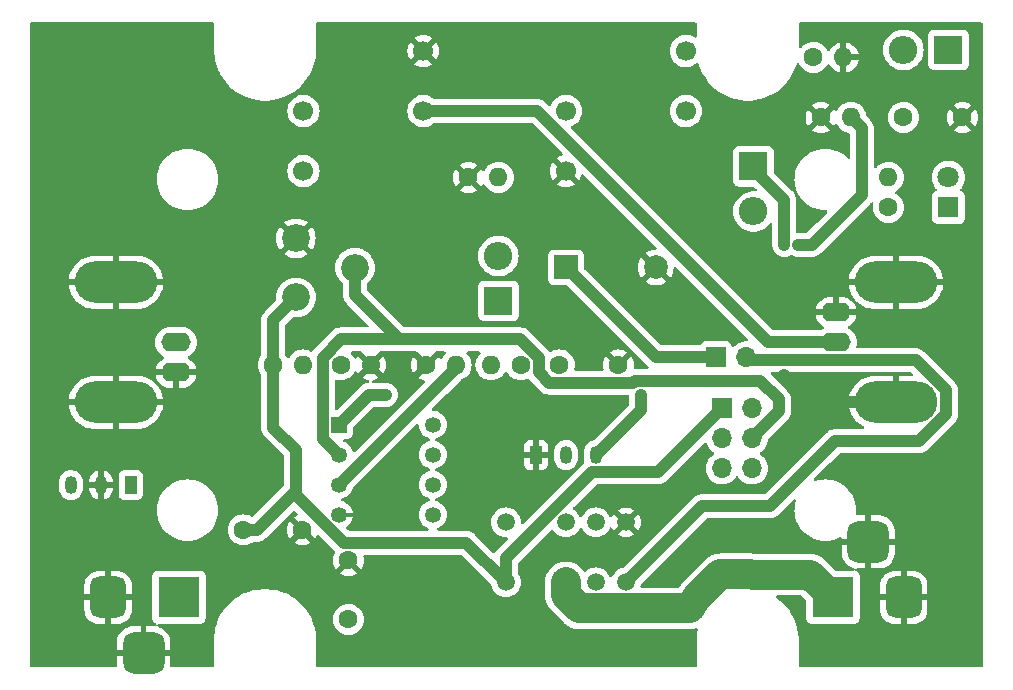
<source format=gbr>
G04 #@! TF.GenerationSoftware,KiCad,Pcbnew,7.0.2-0*
G04 #@! TF.CreationDate,2023-05-29T14:12:07-07:00*
G04 #@! TF.ProjectId,SWR Protector,53575220-5072-46f7-9465-63746f722e6b,v2.0*
G04 #@! TF.SameCoordinates,Original*
G04 #@! TF.FileFunction,Copper,L2,Bot*
G04 #@! TF.FilePolarity,Positive*
%FSLAX46Y46*%
G04 Gerber Fmt 4.6, Leading zero omitted, Abs format (unit mm)*
G04 Created by KiCad (PCBNEW 7.0.2-0) date 2023-05-29 14:12:07*
%MOMM*%
%LPD*%
G01*
G04 APERTURE LIST*
G04 Aperture macros list*
%AMRoundRect*
0 Rectangle with rounded corners*
0 $1 Rounding radius*
0 $2 $3 $4 $5 $6 $7 $8 $9 X,Y pos of 4 corners*
0 Add a 4 corners polygon primitive as box body*
4,1,4,$2,$3,$4,$5,$6,$7,$8,$9,$2,$3,0*
0 Add four circle primitives for the rounded corners*
1,1,$1+$1,$2,$3*
1,1,$1+$1,$4,$5*
1,1,$1+$1,$6,$7*
1,1,$1+$1,$8,$9*
0 Add four rect primitives between the rounded corners*
20,1,$1+$1,$2,$3,$4,$5,0*
20,1,$1+$1,$4,$5,$6,$7,0*
20,1,$1+$1,$6,$7,$8,$9,0*
20,1,$1+$1,$8,$9,$2,$3,0*%
G04 Aperture macros list end*
G04 #@! TA.AperFunction,ComponentPad*
%ADD10C,1.600000*%
G04 #@! TD*
G04 #@! TA.AperFunction,ComponentPad*
%ADD11O,1.600000X1.600000*%
G04 #@! TD*
G04 #@! TA.AperFunction,ComponentPad*
%ADD12C,1.700000*%
G04 #@! TD*
G04 #@! TA.AperFunction,ComponentPad*
%ADD13O,2.500000X1.600000*%
G04 #@! TD*
G04 #@! TA.AperFunction,ComponentPad*
%ADD14O,7.000000X3.500000*%
G04 #@! TD*
G04 #@! TA.AperFunction,ComponentPad*
%ADD15C,1.500000*%
G04 #@! TD*
G04 #@! TA.AperFunction,ComponentPad*
%ADD16R,1.700000X1.700000*%
G04 #@! TD*
G04 #@! TA.AperFunction,ComponentPad*
%ADD17O,1.700000X1.700000*%
G04 #@! TD*
G04 #@! TA.AperFunction,ComponentPad*
%ADD18C,2.340000*%
G04 #@! TD*
G04 #@! TA.AperFunction,ComponentPad*
%ADD19R,2.400000X2.400000*%
G04 #@! TD*
G04 #@! TA.AperFunction,ComponentPad*
%ADD20O,2.400000X2.400000*%
G04 #@! TD*
G04 #@! TA.AperFunction,ComponentPad*
%ADD21R,3.500000X3.500000*%
G04 #@! TD*
G04 #@! TA.AperFunction,ComponentPad*
%ADD22RoundRect,0.750000X0.750000X1.000000X-0.750000X1.000000X-0.750000X-1.000000X0.750000X-1.000000X0*%
G04 #@! TD*
G04 #@! TA.AperFunction,ComponentPad*
%ADD23RoundRect,0.875000X0.875000X0.875000X-0.875000X0.875000X-0.875000X-0.875000X0.875000X-0.875000X0*%
G04 #@! TD*
G04 #@! TA.AperFunction,ComponentPad*
%ADD24R,1.050000X1.500000*%
G04 #@! TD*
G04 #@! TA.AperFunction,ComponentPad*
%ADD25O,1.050000X1.500000*%
G04 #@! TD*
G04 #@! TA.AperFunction,ComponentPad*
%ADD26R,1.800000X1.800000*%
G04 #@! TD*
G04 #@! TA.AperFunction,ComponentPad*
%ADD27C,1.800000*%
G04 #@! TD*
G04 #@! TA.AperFunction,ComponentPad*
%ADD28R,2.000000X2.000000*%
G04 #@! TD*
G04 #@! TA.AperFunction,ComponentPad*
%ADD29C,2.000000*%
G04 #@! TD*
G04 #@! TA.AperFunction,ComponentPad*
%ADD30R,1.350000X1.350000*%
G04 #@! TD*
G04 #@! TA.AperFunction,ComponentPad*
%ADD31C,1.350000*%
G04 #@! TD*
G04 #@! TA.AperFunction,ComponentPad*
%ADD32RoundRect,0.750000X-0.750000X-1.000000X0.750000X-1.000000X0.750000X1.000000X-0.750000X1.000000X0*%
G04 #@! TD*
G04 #@! TA.AperFunction,ComponentPad*
%ADD33RoundRect,0.875000X-0.875000X-0.875000X0.875000X-0.875000X0.875000X0.875000X-0.875000X0.875000X0*%
G04 #@! TD*
G04 #@! TA.AperFunction,ViaPad*
%ADD34C,0.800000*%
G04 #@! TD*
G04 #@! TA.AperFunction,Conductor*
%ADD35C,1.000000*%
G04 #@! TD*
G04 #@! TA.AperFunction,Conductor*
%ADD36C,2.500000*%
G04 #@! TD*
G04 APERTURE END LIST*
D10*
X188595000Y-83820000D03*
X193595000Y-83820000D03*
X156210000Y-104775000D03*
D11*
X153670000Y-104775000D03*
D10*
X180975000Y-78740000D03*
D11*
X183515000Y-78740000D03*
D10*
X151765000Y-88900000D03*
D11*
X154305000Y-88900000D03*
D10*
X141605000Y-126325000D03*
X141605000Y-121325000D03*
D12*
X170180000Y-78200000D03*
X160020000Y-88360000D03*
X170180000Y-83280000D03*
X160020000Y-83280000D03*
D13*
X182880000Y-102870000D03*
D14*
X187960000Y-97790000D03*
D13*
X182880000Y-100330000D03*
D14*
X187960000Y-107950000D03*
D15*
X154940000Y-123190000D03*
X160020000Y-123190000D03*
X162560000Y-123190000D03*
X165100000Y-123190000D03*
X165100000Y-118110000D03*
X162560000Y-118110000D03*
X160020000Y-118110000D03*
X154940000Y-118110000D03*
D12*
X147955000Y-78200000D03*
X137795000Y-88360000D03*
X147955000Y-83280000D03*
X137795000Y-83280000D03*
D16*
X172715000Y-104140000D03*
D17*
X175255000Y-104140000D03*
D10*
X148180000Y-104775000D03*
D11*
X150720000Y-104775000D03*
D18*
X137160000Y-99060000D03*
X142160000Y-96560000D03*
X137160000Y-94060000D03*
D19*
X175895000Y-87965000D03*
D20*
X175895000Y-91775000D03*
D19*
X154305000Y-99360000D03*
D20*
X154305000Y-95550000D03*
D21*
X182626000Y-124460000D03*
D22*
X188626000Y-124460000D03*
D23*
X185626000Y-119760000D03*
D10*
X187325000Y-91440000D03*
D11*
X187325000Y-88900000D03*
D24*
X157480000Y-112395000D03*
D25*
X160020000Y-112395000D03*
X162560000Y-112395000D03*
D16*
X173228000Y-108458000D03*
D17*
X175768000Y-108458000D03*
X173228000Y-110998000D03*
X175768000Y-110998000D03*
X173228000Y-113538000D03*
X175768000Y-113538000D03*
D10*
X159465000Y-104775000D03*
X164465000Y-104775000D03*
X135226000Y-104775000D03*
D11*
X137766000Y-104775000D03*
D26*
X192405000Y-91440000D03*
D27*
X192405000Y-88900000D03*
D13*
X127000000Y-102870000D03*
D14*
X121920000Y-107950000D03*
D13*
X127000000Y-105410000D03*
D14*
X121920000Y-97790000D03*
D10*
X181610000Y-83820000D03*
D11*
X184150000Y-83820000D03*
D28*
X160040000Y-96520000D03*
D29*
X167640000Y-96520000D03*
D10*
X140941000Y-104775000D03*
D11*
X143481000Y-104775000D03*
D30*
X140810000Y-109855000D03*
D31*
X140810000Y-112395000D03*
X140810000Y-114935000D03*
X140810000Y-117475000D03*
X148750000Y-117475000D03*
X148750000Y-114935000D03*
X148750000Y-112395000D03*
X148750000Y-109855000D03*
D24*
X123190000Y-114935000D03*
D25*
X120650000Y-114935000D03*
X118110000Y-114935000D03*
D19*
X192405000Y-78105000D03*
D20*
X188595000Y-78105000D03*
D10*
X132715000Y-118745000D03*
X137715000Y-118745000D03*
D21*
X127254000Y-124460000D03*
D32*
X121254000Y-124460000D03*
D33*
X124254000Y-129160000D03*
D34*
X189745497Y-120389234D03*
X189745497Y-115309234D03*
X189745497Y-94989234D03*
X184665497Y-94989234D03*
X174505497Y-84829234D03*
X169425497Y-115309234D03*
X169425497Y-100069234D03*
X169425497Y-89909234D03*
X164345497Y-120389234D03*
X164345497Y-115309234D03*
X164345497Y-94989234D03*
X164345497Y-84829234D03*
X164345497Y-79749234D03*
X159265497Y-120389234D03*
X159265497Y-100069234D03*
X159265497Y-79749234D03*
X154185497Y-115309234D03*
X154185497Y-110229234D03*
X154185497Y-84829234D03*
X154185497Y-79749234D03*
X149105497Y-100069234D03*
X149105497Y-94989234D03*
X149105497Y-89909234D03*
X144025497Y-89909234D03*
X144025497Y-84829234D03*
X144025497Y-79749234D03*
X133865497Y-115309234D03*
X133865497Y-94989234D03*
X128785497Y-110229234D03*
X128785497Y-100069234D03*
X128785497Y-84829234D03*
X128785497Y-79749234D03*
X123705497Y-125469234D03*
X123705497Y-105149234D03*
X123705497Y-94989234D03*
X123705497Y-89909234D03*
X123705497Y-84829234D03*
X123705497Y-79749234D03*
X118625497Y-125469234D03*
X118625497Y-105149234D03*
X118625497Y-94989234D03*
X118625497Y-89909234D03*
X118625497Y-84829234D03*
X118625497Y-79749234D03*
X166370000Y-107315000D03*
X178505000Y-105664000D03*
X178505000Y-94615000D03*
X179705000Y-94615000D03*
X144780000Y-107315000D03*
D35*
X166370000Y-108585000D02*
X162560000Y-112395000D01*
X166370000Y-107315000D02*
X166370000Y-108585000D01*
X180791000Y-107950000D02*
X187960000Y-107950000D01*
X178505000Y-105664000D02*
X180791000Y-107950000D01*
X140810000Y-114935000D02*
X150765000Y-104980000D01*
X137160000Y-112014000D02*
X137160000Y-115431600D01*
X178505000Y-90805000D02*
X178505000Y-94615000D01*
X135226000Y-104775000D02*
X135226000Y-100994000D01*
X135226000Y-104775000D02*
X135226000Y-110080000D01*
X154940000Y-123190000D02*
X154940000Y-121139000D01*
X135226000Y-100994000D02*
X137160000Y-99060000D01*
X137160000Y-115770000D02*
X141215000Y-119825000D01*
X154940000Y-121139000D02*
X162234000Y-113845000D01*
X135226000Y-110080000D02*
X137160000Y-112014000D01*
X162234000Y-113845000D02*
X167841000Y-113845000D01*
X175895000Y-88195000D02*
X178505000Y-90805000D01*
X137160000Y-115431600D02*
X137160000Y-115770000D01*
X133846600Y-118745000D02*
X132715000Y-118745000D01*
X151575000Y-119825000D02*
X154940000Y-123190000D01*
X167841000Y-113845000D02*
X173228000Y-108458000D01*
X141215000Y-119825000D02*
X151575000Y-119825000D01*
X137160000Y-115431600D02*
X133846600Y-118745000D01*
X185077000Y-84746700D02*
X185077000Y-90362300D01*
X180824000Y-94615000D02*
X179705000Y-94615000D01*
X185077000Y-90362300D02*
X180824000Y-94615000D01*
X184150000Y-83820000D02*
X185077000Y-84746700D01*
X145922000Y-102616000D02*
X142160000Y-98854000D01*
X178054000Y-108712000D02*
X178054000Y-107696000D01*
X165713000Y-106275000D02*
X158589000Y-106275000D01*
X140979000Y-102616000D02*
X139435000Y-104160000D01*
X156172000Y-102616000D02*
X145922000Y-102616000D01*
X145922000Y-102616000D02*
X140979000Y-102616000D01*
X165873000Y-106115000D02*
X165713000Y-106275000D01*
X139435000Y-111020000D02*
X140810000Y-112395000D01*
X178054000Y-107696000D02*
X176473000Y-106115000D01*
X176473000Y-106115000D02*
X165873000Y-106115000D01*
X175768000Y-110998000D02*
X178054000Y-108712000D01*
X157710000Y-105396000D02*
X157710000Y-104154000D01*
X157710000Y-104154000D02*
X156172000Y-102616000D01*
X139435000Y-104160000D02*
X139435000Y-111020000D01*
X142160000Y-98854000D02*
X142160000Y-96560000D01*
X158589000Y-106275000D02*
X157710000Y-105396000D01*
X147955000Y-83280000D02*
X157575000Y-83280000D01*
X157575000Y-83280000D02*
X177165000Y-102870000D01*
X177165000Y-102870000D02*
X182880000Y-102870000D01*
D36*
X173100000Y-122498000D02*
X175407000Y-122498000D01*
X171572000Y-124026000D02*
X173100000Y-122498000D01*
X170524000Y-125390000D02*
X170792000Y-124945000D01*
X180697000Y-122531000D02*
X182626000Y-124460000D01*
X160020000Y-124251000D02*
X161159000Y-125390000D01*
X171157000Y-124464000D02*
X171572000Y-124026000D01*
X175407000Y-122498000D02*
X176010000Y-122531000D01*
X176010000Y-122531000D02*
X180697000Y-122531000D01*
X161159000Y-125390000D02*
X170524000Y-125390000D01*
X170792000Y-124945000D02*
X171157000Y-124464000D01*
X160020000Y-123190000D02*
X160020000Y-124251000D01*
D35*
X143350000Y-107315000D02*
X140810000Y-109855000D01*
X144780000Y-107315000D02*
X143350000Y-107315000D01*
X167660000Y-104140000D02*
X160040000Y-96520000D01*
X172715000Y-104140000D02*
X167660000Y-104140000D01*
X175485000Y-104370000D02*
X189644000Y-104370000D01*
X189927000Y-111220000D02*
X182808000Y-111220000D01*
X189644000Y-104370000D02*
X192207000Y-106934000D01*
X192207000Y-108940000D02*
X189927000Y-111220000D01*
X171579000Y-116711000D02*
X165100000Y-123190000D01*
X192207000Y-106934000D02*
X192207000Y-108940000D01*
X182808000Y-111220000D02*
X177318000Y-116711000D01*
X177318000Y-116711000D02*
X171579000Y-116711000D01*
G04 #@! TA.AperFunction,Conductor*
G36*
X130171944Y-75789419D02*
G01*
X130217699Y-75842223D01*
X130228905Y-75893734D01*
X130228905Y-77982151D01*
X130228905Y-78074861D01*
X130228905Y-78274429D01*
X130229169Y-78277288D01*
X130229170Y-78277289D01*
X130265466Y-78669000D01*
X130265468Y-78669015D01*
X130265732Y-78671863D01*
X130266257Y-78674676D01*
X130266259Y-78674684D01*
X130338549Y-79061398D01*
X130338552Y-79061411D01*
X130339074Y-79064203D01*
X130339856Y-79066954D01*
X130339857Y-79066955D01*
X130447278Y-79444505D01*
X130448302Y-79448102D01*
X130449333Y-79450765D01*
X130449335Y-79450769D01*
X130587335Y-79806989D01*
X130592487Y-79820286D01*
X130593768Y-79822859D01*
X130593770Y-79822863D01*
X130708612Y-80053498D01*
X130770397Y-80177578D01*
X130771898Y-80180003D01*
X130771903Y-80180011D01*
X130979011Y-80514502D01*
X130979017Y-80514511D01*
X130980515Y-80516930D01*
X131221049Y-80835448D01*
X131489945Y-81130413D01*
X131784910Y-81399309D01*
X132103428Y-81639843D01*
X132442780Y-81849961D01*
X132800072Y-82027871D01*
X133172256Y-82172056D01*
X133556155Y-82281284D01*
X133948495Y-82354626D01*
X134345929Y-82391453D01*
X134348801Y-82391453D01*
X134742193Y-82391453D01*
X134745065Y-82391453D01*
X135142499Y-82354626D01*
X135534839Y-82281284D01*
X135918738Y-82172056D01*
X136290922Y-82027871D01*
X136648214Y-81849961D01*
X136987566Y-81639843D01*
X137306084Y-81399309D01*
X137601049Y-81130413D01*
X137869945Y-80835448D01*
X138110479Y-80516930D01*
X138320597Y-80177578D01*
X138498507Y-79820286D01*
X138642692Y-79448102D01*
X138751920Y-79064203D01*
X138825262Y-78671863D01*
X138862089Y-78274429D01*
X138862089Y-78200000D01*
X146599842Y-78200000D01*
X146620430Y-78435318D01*
X146681569Y-78663492D01*
X146781400Y-78877580D01*
X146840073Y-78961373D01*
X147471923Y-78329523D01*
X147495507Y-78409844D01*
X147573239Y-78530798D01*
X147681900Y-78624952D01*
X147812685Y-78684680D01*
X147822466Y-78686086D01*
X147193625Y-79314925D01*
X147277420Y-79373599D01*
X147491507Y-79473430D01*
X147719681Y-79534569D01*
X147955000Y-79555157D01*
X148190318Y-79534569D01*
X148418492Y-79473430D01*
X148632576Y-79373600D01*
X148716373Y-79314925D01*
X148087533Y-78686086D01*
X148097315Y-78684680D01*
X148228100Y-78624952D01*
X148336761Y-78530798D01*
X148414493Y-78409844D01*
X148438076Y-78329524D01*
X149069925Y-78961373D01*
X149128600Y-78877576D01*
X149228430Y-78663492D01*
X149289569Y-78435318D01*
X149310157Y-78199999D01*
X149289569Y-77964681D01*
X149228430Y-77736507D01*
X149128599Y-77522421D01*
X149069926Y-77438626D01*
X149069925Y-77438625D01*
X148438076Y-78070475D01*
X148414493Y-77990156D01*
X148336761Y-77869202D01*
X148228100Y-77775048D01*
X148097315Y-77715320D01*
X148087533Y-77713913D01*
X148716373Y-77085073D01*
X148716373Y-77085072D01*
X148632580Y-77026400D01*
X148418492Y-76926569D01*
X148190318Y-76865430D01*
X147954999Y-76844842D01*
X147719681Y-76865430D01*
X147491507Y-76926569D01*
X147277422Y-77026399D01*
X147193625Y-77085072D01*
X147822466Y-77713913D01*
X147812685Y-77715320D01*
X147681900Y-77775048D01*
X147573239Y-77869202D01*
X147495507Y-77990156D01*
X147471923Y-78070475D01*
X146840073Y-77438625D01*
X146840072Y-77438625D01*
X146781399Y-77522422D01*
X146681569Y-77736507D01*
X146620430Y-77964681D01*
X146599842Y-78200000D01*
X138862089Y-78200000D01*
X138862089Y-78074861D01*
X138862089Y-77982151D01*
X138862089Y-75893733D01*
X138881774Y-75826695D01*
X138934578Y-75780940D01*
X138986089Y-75769734D01*
X170966871Y-75769734D01*
X171033910Y-75789419D01*
X171079665Y-75842223D01*
X171090871Y-75893734D01*
X171090871Y-76940165D01*
X171071186Y-77007204D01*
X171018382Y-77052959D01*
X170949224Y-77062903D01*
X170907854Y-77049220D01*
X170727572Y-76951657D01*
X170514636Y-76878556D01*
X170292569Y-76841500D01*
X170067431Y-76841500D01*
X169845363Y-76878556D01*
X169632427Y-76951657D01*
X169434424Y-77058811D01*
X169256760Y-77197094D01*
X169104279Y-77362730D01*
X168981138Y-77551211D01*
X168890705Y-77757381D01*
X168890704Y-77757384D01*
X168843858Y-77942375D01*
X168835435Y-77975636D01*
X168816843Y-78200000D01*
X168835435Y-78424363D01*
X168835435Y-78424366D01*
X168835436Y-78424368D01*
X168883673Y-78614852D01*
X168890705Y-78642618D01*
X168981138Y-78848788D01*
X168981140Y-78848791D01*
X169104278Y-79037268D01*
X169256760Y-79202906D01*
X169434424Y-79341189D01*
X169632426Y-79448342D01*
X169845365Y-79521444D01*
X170067431Y-79558500D01*
X170292569Y-79558500D01*
X170514635Y-79521444D01*
X170727574Y-79448342D01*
X170925576Y-79341189D01*
X171070513Y-79228378D01*
X171135502Y-79202737D01*
X171204042Y-79216303D01*
X171254368Y-79264771D01*
X171265938Y-79292299D01*
X171309482Y-79445341D01*
X171310268Y-79448102D01*
X171311299Y-79450765D01*
X171311301Y-79450769D01*
X171449301Y-79806989D01*
X171454453Y-79820286D01*
X171455734Y-79822859D01*
X171455736Y-79822863D01*
X171570578Y-80053498D01*
X171632363Y-80177578D01*
X171633864Y-80180003D01*
X171633869Y-80180011D01*
X171840977Y-80514502D01*
X171840983Y-80514511D01*
X171842481Y-80516930D01*
X172083015Y-80835448D01*
X172351911Y-81130413D01*
X172646876Y-81399309D01*
X172965394Y-81639843D01*
X173304746Y-81849961D01*
X173662038Y-82027871D01*
X174034222Y-82172056D01*
X174418121Y-82281284D01*
X174810461Y-82354626D01*
X175207895Y-82391453D01*
X175210767Y-82391453D01*
X175604159Y-82391453D01*
X175607031Y-82391453D01*
X176004465Y-82354626D01*
X176396805Y-82281284D01*
X176780704Y-82172056D01*
X177152888Y-82027871D01*
X177510180Y-81849961D01*
X177849532Y-81639843D01*
X178168050Y-81399309D01*
X178463015Y-81130413D01*
X178731911Y-80835448D01*
X178972445Y-80516930D01*
X179182563Y-80177578D01*
X179360473Y-79820286D01*
X179504658Y-79448102D01*
X179548807Y-79292930D01*
X179586084Y-79233841D01*
X179649394Y-79204283D01*
X179718633Y-79213645D01*
X179771820Y-79258954D01*
X179780454Y-79274463D01*
X179837477Y-79396749D01*
X179968802Y-79584300D01*
X180130700Y-79746198D01*
X180318251Y-79877523D01*
X180525757Y-79974284D01*
X180746913Y-80033543D01*
X180898970Y-80046846D01*
X180974999Y-80053498D01*
X180974999Y-80053497D01*
X180975000Y-80053498D01*
X181203087Y-80033543D01*
X181424243Y-79974284D01*
X181631749Y-79877523D01*
X181819300Y-79746198D01*
X181981198Y-79584300D01*
X182112523Y-79396749D01*
X182137308Y-79343596D01*
X182183476Y-79291160D01*
X182250669Y-79272007D01*
X182317551Y-79292221D01*
X182362070Y-79343597D01*
X182384866Y-79392482D01*
X182515341Y-79578819D01*
X182676180Y-79739658D01*
X182862519Y-79870134D01*
X183068673Y-79966266D01*
X183264999Y-80018871D01*
X183265000Y-80018871D01*
X183265000Y-79055686D01*
X183276955Y-79067641D01*
X183389852Y-79125165D01*
X183483519Y-79140000D01*
X183546481Y-79140000D01*
X183640148Y-79125165D01*
X183753045Y-79067641D01*
X183765000Y-79055685D01*
X183765000Y-80018871D01*
X183961326Y-79966266D01*
X184167480Y-79870134D01*
X184353819Y-79739658D01*
X184514658Y-79578819D01*
X184645134Y-79392480D01*
X184741266Y-79186326D01*
X184793872Y-78990000D01*
X183830686Y-78990000D01*
X183842641Y-78978045D01*
X183900165Y-78865148D01*
X183919986Y-78740000D01*
X183900165Y-78614852D01*
X183842641Y-78501955D01*
X183830686Y-78490000D01*
X184793872Y-78490000D01*
X184793871Y-78489999D01*
X184741266Y-78293673D01*
X184653286Y-78105000D01*
X186881708Y-78105000D01*
X186900844Y-78360350D01*
X186957826Y-78610003D01*
X187027422Y-78787331D01*
X187051378Y-78848369D01*
X187068241Y-78877576D01*
X187179412Y-79070130D01*
X187339069Y-79270334D01*
X187526778Y-79444503D01*
X187526781Y-79444505D01*
X187738355Y-79588754D01*
X187969065Y-79699858D01*
X188213757Y-79775335D01*
X188466966Y-79813500D01*
X188723034Y-79813500D01*
X188976243Y-79775335D01*
X189220935Y-79699858D01*
X189451646Y-79588754D01*
X189663219Y-79444505D01*
X189764718Y-79350328D01*
X190696499Y-79350328D01*
X190696500Y-79350346D01*
X190696500Y-79353638D01*
X190696852Y-79356918D01*
X190696853Y-79356924D01*
X190703011Y-79414205D01*
X190754110Y-79551203D01*
X190841738Y-79668261D01*
X190958796Y-79755889D01*
X191095794Y-79806988D01*
X191095797Y-79806988D01*
X191095799Y-79806989D01*
X191156362Y-79813500D01*
X191159672Y-79813500D01*
X193650328Y-79813500D01*
X193653638Y-79813500D01*
X193714201Y-79806989D01*
X193714203Y-79806988D01*
X193714205Y-79806988D01*
X193799070Y-79775334D01*
X193851204Y-79755889D01*
X193968261Y-79668261D01*
X194055889Y-79551204D01*
X194077924Y-79492124D01*
X194106988Y-79414205D01*
X194106988Y-79414203D01*
X194106989Y-79414201D01*
X194113500Y-79353638D01*
X194113500Y-76856362D01*
X194106989Y-76795799D01*
X194106988Y-76795797D01*
X194106988Y-76795794D01*
X194055889Y-76658796D01*
X193968261Y-76541738D01*
X193851203Y-76454110D01*
X193714205Y-76403011D01*
X193656924Y-76396853D01*
X193656918Y-76396852D01*
X193653638Y-76396500D01*
X191156362Y-76396500D01*
X191153082Y-76396852D01*
X191153075Y-76396853D01*
X191095794Y-76403011D01*
X190958796Y-76454110D01*
X190841738Y-76541738D01*
X190754110Y-76658796D01*
X190703011Y-76795794D01*
X190697738Y-76844842D01*
X190696500Y-76856362D01*
X190696500Y-76859652D01*
X190696499Y-76859671D01*
X190696499Y-79350328D01*
X189764718Y-79350328D01*
X189850931Y-79270334D01*
X190010587Y-79070131D01*
X190138622Y-78848369D01*
X190232174Y-78610001D01*
X190289155Y-78360353D01*
X190308291Y-78105000D01*
X190289155Y-77849647D01*
X190232174Y-77599999D01*
X190213025Y-77551209D01*
X190177671Y-77461126D01*
X190138622Y-77361631D01*
X190010587Y-77139869D01*
X189850931Y-76939666D01*
X189785070Y-76878556D01*
X189663221Y-76765496D01*
X189506721Y-76658796D01*
X189451646Y-76621246D01*
X189451643Y-76621245D01*
X189451641Y-76621243D01*
X189220935Y-76510142D01*
X188976244Y-76434665D01*
X188723034Y-76396500D01*
X188466966Y-76396500D01*
X188213755Y-76434665D01*
X187969066Y-76510141D01*
X187738361Y-76621243D01*
X187738355Y-76621246D01*
X187683758Y-76658469D01*
X187526778Y-76765496D01*
X187339069Y-76939665D01*
X187179412Y-77139869D01*
X187051377Y-77361632D01*
X186957826Y-77599996D01*
X186900844Y-77849649D01*
X186881708Y-78105000D01*
X184653286Y-78105000D01*
X184645134Y-78087519D01*
X184514658Y-77901180D01*
X184353819Y-77740341D01*
X184167480Y-77609865D01*
X183961326Y-77513733D01*
X183765000Y-77461126D01*
X183765000Y-78424314D01*
X183753045Y-78412359D01*
X183640148Y-78354835D01*
X183546481Y-78340000D01*
X183483519Y-78340000D01*
X183389852Y-78354835D01*
X183276955Y-78412359D01*
X183265000Y-78424313D01*
X183265000Y-77461127D01*
X183264999Y-77461126D01*
X183068673Y-77513733D01*
X182862519Y-77609865D01*
X182676180Y-77740341D01*
X182515341Y-77901180D01*
X182384864Y-78087520D01*
X182362069Y-78136403D01*
X182315896Y-78188841D01*
X182248702Y-78207992D01*
X182181821Y-78187775D01*
X182137307Y-78136401D01*
X182112523Y-78083251D01*
X181981198Y-77895700D01*
X181819300Y-77733802D01*
X181631749Y-77602477D01*
X181631746Y-77602476D01*
X181631744Y-77602474D01*
X181424246Y-77505717D01*
X181424243Y-77505716D01*
X181257832Y-77461126D01*
X181203084Y-77446456D01*
X180974999Y-77426501D01*
X180746915Y-77446456D01*
X180525753Y-77505717D01*
X180318255Y-77602474D01*
X180130696Y-77733805D01*
X179968803Y-77895698D01*
X179949629Y-77923082D01*
X179895052Y-77966706D01*
X179825553Y-77973898D01*
X179763199Y-77942375D01*
X179727786Y-77882145D01*
X179724055Y-77851957D01*
X179724055Y-75893734D01*
X179743740Y-75826695D01*
X179796544Y-75780940D01*
X179848055Y-75769734D01*
X195182963Y-75769734D01*
X195250002Y-75789419D01*
X195295757Y-75842223D01*
X195306963Y-75893734D01*
X195306963Y-130255987D01*
X195287278Y-130323026D01*
X195234474Y-130368781D01*
X195182963Y-130379987D01*
X179848055Y-130379987D01*
X179781016Y-130360302D01*
X179735261Y-130307498D01*
X179724055Y-130255987D01*
X179724055Y-127878165D01*
X179724055Y-127878164D01*
X179724055Y-127875293D01*
X179687228Y-127477859D01*
X179613886Y-127085519D01*
X179504658Y-126701620D01*
X179360473Y-126329436D01*
X179182563Y-125972144D01*
X179101833Y-125841761D01*
X178973948Y-125635219D01*
X178973945Y-125635214D01*
X178972445Y-125632792D01*
X178731911Y-125314274D01*
X178463015Y-125019309D01*
X178168050Y-124750413D01*
X177852942Y-124512454D01*
X177811306Y-124456345D01*
X177806615Y-124386633D01*
X177840357Y-124325451D01*
X177901820Y-124292224D01*
X177927669Y-124289500D01*
X179917243Y-124289500D01*
X179984282Y-124309185D01*
X180004924Y-124325819D01*
X180331181Y-124652076D01*
X180364666Y-124713399D01*
X180367500Y-124739756D01*
X180367500Y-126258638D01*
X180367852Y-126261918D01*
X180367853Y-126261924D01*
X180374011Y-126319205D01*
X180425110Y-126456203D01*
X180512738Y-126573261D01*
X180629796Y-126660889D01*
X180766794Y-126711988D01*
X180766797Y-126711988D01*
X180766799Y-126711989D01*
X180827362Y-126718500D01*
X180830672Y-126718500D01*
X184421328Y-126718500D01*
X184424638Y-126718500D01*
X184485201Y-126711989D01*
X184485203Y-126711988D01*
X184485205Y-126711988D01*
X184596181Y-126670595D01*
X184622204Y-126660889D01*
X184739261Y-126573261D01*
X184826889Y-126456204D01*
X184874172Y-126329436D01*
X184877988Y-126319205D01*
X184877988Y-126319203D01*
X184877989Y-126319201D01*
X184884500Y-126258638D01*
X184884500Y-124210000D01*
X186626000Y-124210000D01*
X188126000Y-124210000D01*
X188126000Y-124710000D01*
X186626001Y-124710000D01*
X186626001Y-125521744D01*
X186626192Y-125526625D01*
X186636400Y-125656331D01*
X186691377Y-125874518D01*
X186784430Y-126079379D01*
X186912565Y-126264332D01*
X187071667Y-126423434D01*
X187256620Y-126551569D01*
X187461481Y-126644622D01*
X187679668Y-126699599D01*
X187809374Y-126709808D01*
X187814254Y-126709999D01*
X188375999Y-126709999D01*
X188376000Y-126709998D01*
X188376000Y-125893686D01*
X188416156Y-125919493D01*
X188554111Y-125960000D01*
X188697889Y-125960000D01*
X188835844Y-125919493D01*
X188876000Y-125893686D01*
X188876000Y-126709999D01*
X189437744Y-126709999D01*
X189442625Y-126709807D01*
X189572331Y-126699599D01*
X189790518Y-126644622D01*
X189995379Y-126551569D01*
X190180332Y-126423434D01*
X190339434Y-126264332D01*
X190467569Y-126079379D01*
X190560622Y-125874518D01*
X190615599Y-125656331D01*
X190625808Y-125526625D01*
X190626000Y-125521745D01*
X190626000Y-124710000D01*
X189126000Y-124710000D01*
X189126000Y-124210000D01*
X190625999Y-124210000D01*
X190625999Y-123398255D01*
X190625807Y-123393374D01*
X190615599Y-123263668D01*
X190560622Y-123045481D01*
X190467569Y-122840620D01*
X190339434Y-122655667D01*
X190180332Y-122496565D01*
X189995379Y-122368430D01*
X189790518Y-122275377D01*
X189572331Y-122220400D01*
X189442625Y-122210191D01*
X189437746Y-122210000D01*
X188876000Y-122210000D01*
X188876000Y-123026313D01*
X188835844Y-123000507D01*
X188697889Y-122960000D01*
X188554111Y-122960000D01*
X188416156Y-123000507D01*
X188376000Y-123026313D01*
X188376000Y-122210000D01*
X187814255Y-122210000D01*
X187809374Y-122210192D01*
X187679668Y-122220400D01*
X187461481Y-122275377D01*
X187256620Y-122368430D01*
X187071667Y-122496565D01*
X186912565Y-122655667D01*
X186784430Y-122840620D01*
X186691377Y-123045481D01*
X186636400Y-123263668D01*
X186626191Y-123393374D01*
X186626000Y-123398254D01*
X186626000Y-124210000D01*
X184884500Y-124210000D01*
X184884500Y-122661362D01*
X184877989Y-122600799D01*
X184877988Y-122600797D01*
X184877988Y-122600794D01*
X184826889Y-122463796D01*
X184739261Y-122346738D01*
X184622204Y-122259111D01*
X184596180Y-122249404D01*
X184540247Y-122207531D01*
X184515832Y-122142066D01*
X184530685Y-122073794D01*
X184580091Y-122024390D01*
X184646101Y-122009398D01*
X184655782Y-122009912D01*
X184659057Y-122009999D01*
X185375999Y-122009999D01*
X185376000Y-122009998D01*
X185376000Y-120260000D01*
X185876000Y-120260000D01*
X185876000Y-122009999D01*
X186592931Y-122009999D01*
X186596230Y-122009911D01*
X186642923Y-122007432D01*
X186651383Y-122006394D01*
X186876986Y-121962762D01*
X187095976Y-121880119D01*
X187297841Y-121761659D01*
X187476786Y-121610786D01*
X187627659Y-121431841D01*
X187746119Y-121229976D01*
X187828762Y-121010986D01*
X187872392Y-120785391D01*
X187873433Y-120776908D01*
X187875912Y-120730237D01*
X187876000Y-120726942D01*
X187876000Y-120010000D01*
X187059686Y-120010000D01*
X187085493Y-119969844D01*
X187126000Y-119831889D01*
X187126000Y-119688111D01*
X187085493Y-119550156D01*
X187059686Y-119510000D01*
X187875999Y-119510000D01*
X187875999Y-118793069D01*
X187875911Y-118789769D01*
X187873432Y-118743076D01*
X187872394Y-118734616D01*
X187828762Y-118509013D01*
X187746119Y-118290023D01*
X187627659Y-118088158D01*
X187476786Y-117909213D01*
X187297841Y-117758340D01*
X187095976Y-117639880D01*
X186876986Y-117557237D01*
X186651391Y-117513607D01*
X186642908Y-117512566D01*
X186596237Y-117510087D01*
X186592943Y-117510000D01*
X185876000Y-117510000D01*
X185876000Y-119260000D01*
X185376000Y-119260000D01*
X185376000Y-117510000D01*
X184687139Y-117510000D01*
X184620100Y-117490315D01*
X184574345Y-117437511D01*
X184563365Y-117378515D01*
X184581733Y-117074861D01*
X184562738Y-116760832D01*
X184506029Y-116451383D01*
X184412434Y-116151026D01*
X184283317Y-115864140D01*
X184120561Y-115594909D01*
X183926540Y-115347259D01*
X183704082Y-115124801D01*
X183456432Y-114930780D01*
X183217503Y-114786342D01*
X183190406Y-114769961D01*
X183190399Y-114769957D01*
X183187201Y-114768024D01*
X182900315Y-114638907D01*
X182887716Y-114634981D01*
X182603534Y-114546426D01*
X182603528Y-114546424D01*
X182599958Y-114545312D01*
X182596287Y-114544639D01*
X182596278Y-114544637D01*
X182294193Y-114489278D01*
X182294191Y-114489277D01*
X182290509Y-114488603D01*
X182286783Y-114488377D01*
X182286770Y-114488376D01*
X181980216Y-114469834D01*
X181976480Y-114469608D01*
X181972744Y-114469834D01*
X181666189Y-114488376D01*
X181666174Y-114488377D01*
X181662451Y-114488603D01*
X181658770Y-114489277D01*
X181658766Y-114489278D01*
X181356681Y-114544637D01*
X181356668Y-114544640D01*
X181353002Y-114545312D01*
X181349434Y-114546423D01*
X181349425Y-114546426D01*
X181188855Y-114596462D01*
X181118995Y-114597614D01*
X181059603Y-114560813D01*
X181029535Y-114497744D01*
X181038337Y-114428431D01*
X181064274Y-114390405D01*
X182350201Y-113104246D01*
X183189468Y-112264827D01*
X183250788Y-112231336D01*
X183277157Y-112228500D01*
X189871358Y-112228500D01*
X189883511Y-112229096D01*
X189927000Y-112233380D01*
X190124701Y-112213909D01*
X190314804Y-112156241D01*
X190410774Y-112104944D01*
X190490004Y-112062595D01*
X190643568Y-111936568D01*
X190671299Y-111902776D01*
X190679451Y-111893781D01*
X192880781Y-109692451D01*
X192889776Y-109684299D01*
X192923568Y-109656568D01*
X193049595Y-109503004D01*
X193143241Y-109327804D01*
X193159258Y-109275003D01*
X193189726Y-109174568D01*
X193200908Y-109137703D01*
X193200909Y-109137701D01*
X193220380Y-108940000D01*
X193216097Y-108896510D01*
X193215500Y-108884357D01*
X193215500Y-106989754D01*
X193216099Y-106977577D01*
X193220380Y-106934198D01*
X193215507Y-106884626D01*
X193215500Y-106884525D01*
X193215500Y-106884453D01*
X193210762Y-106836355D01*
X193200947Y-106736493D01*
X193200946Y-106736490D01*
X193200937Y-106736397D01*
X193200908Y-106736302D01*
X193200908Y-106736299D01*
X193172588Y-106642940D01*
X193170763Y-106636921D01*
X193143286Y-106546278D01*
X193103799Y-106472405D01*
X193096501Y-106458751D01*
X193049705Y-106371161D01*
X193049702Y-106371157D01*
X193049656Y-106371071D01*
X193049596Y-106370997D01*
X193049595Y-106370996D01*
X192986359Y-106293943D01*
X192970434Y-106274530D01*
X192955440Y-106256252D01*
X192955424Y-106256233D01*
X192955285Y-106256064D01*
X192955231Y-106256010D01*
X192955162Y-106255930D01*
X192949326Y-106248819D01*
X192923568Y-106217432D01*
X192923566Y-106217430D01*
X192889874Y-106189779D01*
X192880842Y-106181591D01*
X191271058Y-104571180D01*
X190396513Y-103696295D01*
X190388361Y-103687299D01*
X190361741Y-103654862D01*
X190360568Y-103653432D01*
X190350130Y-103644866D01*
X190282648Y-103589484D01*
X190207084Y-103527445D01*
X190119459Y-103480611D01*
X190031899Y-103433787D01*
X189939415Y-103405733D01*
X189925586Y-103401535D01*
X189841895Y-103376130D01*
X189841893Y-103376129D01*
X189841802Y-103376102D01*
X189841701Y-103376092D01*
X189744643Y-103366532D01*
X189744642Y-103366531D01*
X189644195Y-103356619D01*
X189600603Y-103360905D01*
X189588473Y-103361500D01*
X184714562Y-103361500D01*
X184647523Y-103341815D01*
X184601768Y-103289011D01*
X184591824Y-103219853D01*
X184594787Y-103205406D01*
X184613091Y-103137094D01*
X184623543Y-103098087D01*
X184643498Y-102870000D01*
X184623543Y-102641913D01*
X184564284Y-102420757D01*
X184467523Y-102213251D01*
X184336198Y-102025700D01*
X184174300Y-101863802D01*
X183986749Y-101732477D01*
X183986748Y-101732476D01*
X183986746Y-101732475D01*
X183933598Y-101707692D01*
X183881159Y-101661519D01*
X183862007Y-101594325D01*
X183882223Y-101527444D01*
X183933600Y-101482927D01*
X183982481Y-101460133D01*
X184168819Y-101329658D01*
X184329658Y-101168819D01*
X184460134Y-100982480D01*
X184556266Y-100776326D01*
X184608872Y-100580000D01*
X183249503Y-100580000D01*
X183298917Y-100494413D01*
X183328768Y-100363630D01*
X183318743Y-100229860D01*
X183269734Y-100104987D01*
X183249807Y-100080000D01*
X184608872Y-100080000D01*
X184608871Y-100079999D01*
X184556266Y-99883673D01*
X184460134Y-99677519D01*
X184329658Y-99491180D01*
X184168819Y-99330341D01*
X183982480Y-99199865D01*
X183776326Y-99103733D01*
X183556602Y-99044858D01*
X183389464Y-99030236D01*
X183384054Y-99030000D01*
X183130000Y-99030000D01*
X183130000Y-99961862D01*
X183075259Y-99924541D01*
X182947073Y-99885000D01*
X182846654Y-99885000D01*
X182747353Y-99899967D01*
X182630000Y-99956481D01*
X182630000Y-99030000D01*
X182375946Y-99030000D01*
X182370535Y-99030236D01*
X182203397Y-99044858D01*
X181983673Y-99103733D01*
X181777519Y-99199865D01*
X181591180Y-99330341D01*
X181430341Y-99491180D01*
X181299865Y-99677519D01*
X181203733Y-99883673D01*
X181151128Y-100079999D01*
X181151128Y-100080000D01*
X182510497Y-100080000D01*
X182461083Y-100165587D01*
X182431232Y-100296370D01*
X182441257Y-100430140D01*
X182490266Y-100555013D01*
X182510193Y-100580000D01*
X181151128Y-100580000D01*
X181203733Y-100776326D01*
X181299865Y-100982480D01*
X181430341Y-101168819D01*
X181591180Y-101329658D01*
X181777516Y-101460132D01*
X181826400Y-101482927D01*
X181878839Y-101529099D01*
X181897992Y-101596292D01*
X181877777Y-101663174D01*
X181826402Y-101707691D01*
X181773252Y-101732475D01*
X181621013Y-101839075D01*
X181554807Y-101861402D01*
X181549890Y-101861500D01*
X177634096Y-101861500D01*
X177567057Y-101841815D01*
X177546415Y-101825181D01*
X173261233Y-97539999D01*
X183970384Y-97539999D01*
X183970385Y-97540000D01*
X186986589Y-97540000D01*
X186961466Y-97637030D01*
X186951114Y-97841165D01*
X186981574Y-98040000D01*
X183973793Y-98040000D01*
X183985960Y-98160951D01*
X183987337Y-98169112D01*
X184055248Y-98454080D01*
X184057699Y-98461981D01*
X184162987Y-98735354D01*
X184166467Y-98742855D01*
X184307254Y-98999758D01*
X184311707Y-99006733D01*
X184485476Y-99242574D01*
X184490821Y-99248896D01*
X184694474Y-99459472D01*
X184700609Y-99465020D01*
X184930518Y-99646578D01*
X184937328Y-99651253D01*
X185189393Y-99800551D01*
X185196769Y-99804278D01*
X185466482Y-99918647D01*
X185474286Y-99921357D01*
X185756820Y-99998751D01*
X185764942Y-100000402D01*
X186055278Y-100039448D01*
X186063521Y-100040000D01*
X187710000Y-100040000D01*
X187710000Y-98764625D01*
X187857801Y-98795000D01*
X188010967Y-98795000D01*
X188163348Y-98779504D01*
X188210000Y-98764867D01*
X188210000Y-100040000D01*
X189783146Y-100040000D01*
X189787306Y-100039860D01*
X190006434Y-100025191D01*
X190014627Y-100024089D01*
X190301701Y-99965739D01*
X190309690Y-99963551D01*
X190586429Y-99867457D01*
X190594041Y-99864229D01*
X190855501Y-99732107D01*
X190862618Y-99727893D01*
X191104144Y-99562094D01*
X191110632Y-99556970D01*
X191327898Y-99360464D01*
X191333648Y-99354519D01*
X191522786Y-99130806D01*
X191527692Y-99124148D01*
X191685327Y-98877216D01*
X191689296Y-98869973D01*
X191812610Y-98604238D01*
X191815583Y-98596519D01*
X191902378Y-98316718D01*
X191904294Y-98308679D01*
X191949615Y-98040000D01*
X188933411Y-98040000D01*
X188958534Y-97942970D01*
X188968886Y-97738835D01*
X188938426Y-97540000D01*
X191946207Y-97540000D01*
X191946207Y-97539999D01*
X191934039Y-97419048D01*
X191932662Y-97410887D01*
X191864751Y-97125919D01*
X191862300Y-97118018D01*
X191757012Y-96844645D01*
X191753532Y-96837144D01*
X191612745Y-96580241D01*
X191608292Y-96573266D01*
X191434523Y-96337425D01*
X191429178Y-96331103D01*
X191225525Y-96120527D01*
X191219390Y-96114979D01*
X190989481Y-95933421D01*
X190982671Y-95928746D01*
X190730606Y-95779448D01*
X190723230Y-95775721D01*
X190453517Y-95661352D01*
X190445713Y-95658642D01*
X190163179Y-95581248D01*
X190155057Y-95579597D01*
X189864721Y-95540551D01*
X189856479Y-95540000D01*
X188210000Y-95540000D01*
X188210000Y-96815374D01*
X188062199Y-96785000D01*
X187909033Y-96785000D01*
X187756652Y-96800496D01*
X187710000Y-96815132D01*
X187710000Y-95540000D01*
X186136854Y-95540000D01*
X186132693Y-95540139D01*
X185913565Y-95554808D01*
X185905372Y-95555910D01*
X185618298Y-95614260D01*
X185610309Y-95616448D01*
X185333570Y-95712542D01*
X185325958Y-95715770D01*
X185064498Y-95847892D01*
X185057381Y-95852106D01*
X184815855Y-96017905D01*
X184809367Y-96023029D01*
X184592101Y-96219535D01*
X184586351Y-96225480D01*
X184397213Y-96449193D01*
X184392307Y-96455851D01*
X184234672Y-96702783D01*
X184230703Y-96710026D01*
X184107389Y-96975761D01*
X184104416Y-96983480D01*
X184017621Y-97263281D01*
X184015705Y-97271320D01*
X183970384Y-97539999D01*
X173261233Y-97539999D01*
X167496233Y-91774999D01*
X174181708Y-91774999D01*
X174200844Y-92030350D01*
X174257826Y-92280003D01*
X174351377Y-92518367D01*
X174479412Y-92740130D01*
X174639069Y-92940334D01*
X174826778Y-93114503D01*
X174826781Y-93114505D01*
X175038355Y-93258754D01*
X175269065Y-93369858D01*
X175513757Y-93445335D01*
X175766966Y-93483500D01*
X176023034Y-93483500D01*
X176276243Y-93445335D01*
X176520935Y-93369858D01*
X176751646Y-93258754D01*
X176963219Y-93114505D01*
X177150931Y-92940334D01*
X177275553Y-92784061D01*
X177332741Y-92743922D01*
X177402553Y-92741072D01*
X177462823Y-92776417D01*
X177494416Y-92838736D01*
X177496500Y-92861374D01*
X177496500Y-94664547D01*
X177496797Y-94667564D01*
X177496798Y-94667581D01*
X177511091Y-94812698D01*
X177511092Y-94812701D01*
X177568759Y-95002804D01*
X177604200Y-95069110D01*
X177651038Y-95156739D01*
X177662405Y-95178004D01*
X177788432Y-95331568D01*
X177941996Y-95457595D01*
X178117196Y-95551241D01*
X178307299Y-95608908D01*
X178505000Y-95628380D01*
X178702701Y-95608908D01*
X178892804Y-95551241D01*
X179046547Y-95469063D01*
X179114949Y-95454822D01*
X179163450Y-95469062D01*
X179317196Y-95551241D01*
X179507299Y-95608908D01*
X179655453Y-95623500D01*
X180768334Y-95623500D01*
X180780491Y-95624097D01*
X180782373Y-95624282D01*
X180823964Y-95628380D01*
X180873524Y-95623500D01*
X180873535Y-95623500D01*
X180873547Y-95623500D01*
X180910365Y-95619873D01*
X180920076Y-95618917D01*
X181020603Y-95609021D01*
X181021676Y-95608926D01*
X181095649Y-95586475D01*
X181100596Y-95584975D01*
X181209720Y-95551876D01*
X181211936Y-95551249D01*
X181214399Y-95549853D01*
X181253430Y-95528990D01*
X181301618Y-95503234D01*
X181325841Y-95490287D01*
X181384306Y-95459040D01*
X181387119Y-95457628D01*
X181389686Y-95455393D01*
X181467930Y-95391180D01*
X181502056Y-95363176D01*
X181502063Y-95363167D01*
X181509043Y-95357440D01*
X181509051Y-95357432D01*
X181540568Y-95331568D01*
X181568283Y-95297795D01*
X181576441Y-95288794D01*
X185750768Y-91114762D01*
X185759756Y-91106615D01*
X185793568Y-91078868D01*
X185835487Y-91027788D01*
X185893232Y-90988455D01*
X185963077Y-90986584D01*
X186022845Y-91022771D01*
X186053561Y-91085527D01*
X186051115Y-91138548D01*
X186031456Y-91211915D01*
X186011501Y-91440000D01*
X186031456Y-91668084D01*
X186090717Y-91889246D01*
X186187474Y-92096744D01*
X186187476Y-92096746D01*
X186187477Y-92096749D01*
X186318802Y-92284300D01*
X186480700Y-92446198D01*
X186668251Y-92577523D01*
X186668254Y-92577524D01*
X186668255Y-92577525D01*
X186772004Y-92625903D01*
X186875757Y-92674284D01*
X187096913Y-92733543D01*
X187325000Y-92753498D01*
X187553087Y-92733543D01*
X187774243Y-92674284D01*
X187981749Y-92577523D01*
X188169300Y-92446198D01*
X188331198Y-92284300D01*
X188462523Y-92096749D01*
X188559284Y-91889243D01*
X188618543Y-91668087D01*
X188638498Y-91440000D01*
X188618543Y-91211913D01*
X188559284Y-90990757D01*
X188462523Y-90783251D01*
X188331198Y-90595700D01*
X188169300Y-90433802D01*
X187981749Y-90302477D01*
X187963132Y-90293796D01*
X187938655Y-90282382D01*
X187886215Y-90236210D01*
X187867063Y-90169017D01*
X187887278Y-90102136D01*
X187938655Y-90057618D01*
X187941882Y-90056112D01*
X187981749Y-90037523D01*
X188169300Y-89906198D01*
X188331198Y-89744300D01*
X188462523Y-89556749D01*
X188559284Y-89349243D01*
X188618543Y-89128087D01*
X188638498Y-88900000D01*
X188638498Y-88899999D01*
X190991672Y-88899999D01*
X191010948Y-89132621D01*
X191010948Y-89132624D01*
X191010949Y-89132626D01*
X191027319Y-89197268D01*
X191068251Y-89358908D01*
X191162016Y-89572669D01*
X191289684Y-89768081D01*
X191376857Y-89862775D01*
X191407779Y-89925429D01*
X191399919Y-89994856D01*
X191355772Y-90049011D01*
X191328962Y-90062939D01*
X191258796Y-90089110D01*
X191141738Y-90176738D01*
X191054110Y-90293796D01*
X191003011Y-90430794D01*
X191002506Y-90435495D01*
X190996500Y-90491362D01*
X190996500Y-92388638D01*
X190996852Y-92391918D01*
X190996853Y-92391924D01*
X191003011Y-92449205D01*
X191054110Y-92586203D01*
X191141738Y-92703261D01*
X191258796Y-92790889D01*
X191395794Y-92841988D01*
X191395797Y-92841988D01*
X191395799Y-92841989D01*
X191456362Y-92848500D01*
X191459672Y-92848500D01*
X193350328Y-92848500D01*
X193353638Y-92848500D01*
X193414201Y-92841989D01*
X193414203Y-92841988D01*
X193414205Y-92841988D01*
X193492124Y-92812924D01*
X193551204Y-92790889D01*
X193668261Y-92703261D01*
X193755889Y-92586204D01*
X193806989Y-92449201D01*
X193813500Y-92388638D01*
X193813500Y-90491362D01*
X193806989Y-90430799D01*
X193806988Y-90430797D01*
X193806988Y-90430794D01*
X193755889Y-90293796D01*
X193668261Y-90176738D01*
X193551204Y-90089110D01*
X193481037Y-90062939D01*
X193425104Y-90021067D01*
X193400688Y-89955603D01*
X193415541Y-89887330D01*
X193433138Y-89862780D01*
X193520314Y-89768083D01*
X193647984Y-89572669D01*
X193741749Y-89358907D01*
X193799051Y-89132626D01*
X193818327Y-88900000D01*
X193815012Y-88860000D01*
X193810258Y-88802618D01*
X193799051Y-88667374D01*
X193741749Y-88441093D01*
X193647984Y-88227331D01*
X193520314Y-88031917D01*
X193362220Y-87860182D01*
X193178017Y-87716810D01*
X192972727Y-87605713D01*
X192972726Y-87605712D01*
X192972725Y-87605712D01*
X192751953Y-87529919D01*
X192521712Y-87491500D01*
X192288288Y-87491500D01*
X192058046Y-87529919D01*
X191837274Y-87605712D01*
X191631983Y-87716810D01*
X191447780Y-87860181D01*
X191289684Y-88031918D01*
X191162016Y-88227330D01*
X191068251Y-88441091D01*
X191010948Y-88667378D01*
X190991672Y-88899999D01*
X188638498Y-88899999D01*
X188618543Y-88671913D01*
X188559284Y-88450757D01*
X188487307Y-88296400D01*
X188462525Y-88243255D01*
X188462524Y-88243254D01*
X188462523Y-88243251D01*
X188331198Y-88055700D01*
X188169300Y-87893802D01*
X187981749Y-87762477D01*
X187981746Y-87762476D01*
X187981744Y-87762474D01*
X187774246Y-87665717D01*
X187774243Y-87665716D01*
X187584440Y-87614858D01*
X187553084Y-87606456D01*
X187325000Y-87586501D01*
X187096915Y-87606456D01*
X186875753Y-87665717D01*
X186668255Y-87762474D01*
X186480696Y-87893805D01*
X186318803Y-88055698D01*
X186311074Y-88066737D01*
X186256496Y-88110361D01*
X186186998Y-88117553D01*
X186124643Y-88086030D01*
X186089231Y-88025799D01*
X186085500Y-87995612D01*
X186085500Y-84802249D01*
X186086095Y-84790115D01*
X186090380Y-84746536D01*
X186080341Y-84644782D01*
X186070908Y-84548999D01*
X186070905Y-84548992D01*
X186070897Y-84548902D01*
X186040881Y-84450014D01*
X186040880Y-84450013D01*
X186013241Y-84358896D01*
X186013240Y-84358894D01*
X186013213Y-84358805D01*
X185965830Y-84270195D01*
X185931070Y-84205165D01*
X185919595Y-84183696D01*
X185919592Y-84183693D01*
X185919552Y-84183617D01*
X185856745Y-84107113D01*
X185793567Y-84030131D01*
X185759711Y-84002346D01*
X185750715Y-83994193D01*
X185576465Y-83820000D01*
X187281501Y-83820000D01*
X187301456Y-84048084D01*
X187301457Y-84048087D01*
X187359934Y-84266326D01*
X187360717Y-84269246D01*
X187457474Y-84476744D01*
X187457476Y-84476746D01*
X187457477Y-84476749D01*
X187588802Y-84664300D01*
X187750700Y-84826198D01*
X187938251Y-84957523D01*
X188145757Y-85054284D01*
X188366913Y-85113543D01*
X188595000Y-85133498D01*
X188823087Y-85113543D01*
X189044243Y-85054284D01*
X189251749Y-84957523D01*
X189439300Y-84826198D01*
X189601198Y-84664300D01*
X189732523Y-84476749D01*
X189829284Y-84269243D01*
X189888543Y-84048087D01*
X189908498Y-83820000D01*
X189908498Y-83819999D01*
X192290033Y-83819999D01*
X192309858Y-84046602D01*
X192368733Y-84266326D01*
X192464866Y-84472484D01*
X192515972Y-84545471D01*
X192515974Y-84545472D01*
X193197046Y-83864399D01*
X193209835Y-83945148D01*
X193267359Y-84058045D01*
X193356955Y-84147641D01*
X193469852Y-84205165D01*
X193550599Y-84217953D01*
X192869526Y-84899025D01*
X192869526Y-84899026D01*
X192942515Y-84950133D01*
X193148673Y-85046266D01*
X193368397Y-85105141D01*
X193595000Y-85124966D01*
X193821602Y-85105141D01*
X194041326Y-85046266D01*
X194247480Y-84950134D01*
X194320472Y-84899025D01*
X193639401Y-84217953D01*
X193720148Y-84205165D01*
X193833045Y-84147641D01*
X193922641Y-84058045D01*
X193980165Y-83945148D01*
X193992953Y-83864400D01*
X194674025Y-84545472D01*
X194725134Y-84472480D01*
X194821266Y-84266326D01*
X194880141Y-84046602D01*
X194899966Y-83820000D01*
X194880141Y-83593397D01*
X194821266Y-83373673D01*
X194725133Y-83167515D01*
X194674025Y-83094526D01*
X193992953Y-83775598D01*
X193980165Y-83694852D01*
X193922641Y-83581955D01*
X193833045Y-83492359D01*
X193720148Y-83434835D01*
X193639399Y-83422045D01*
X194320472Y-82740973D01*
X194320471Y-82740972D01*
X194247484Y-82689866D01*
X194041326Y-82593733D01*
X193821602Y-82534858D01*
X193595000Y-82515033D01*
X193368397Y-82534858D01*
X193148672Y-82593733D01*
X192942516Y-82689865D01*
X192869526Y-82740973D01*
X193550598Y-83422046D01*
X193469852Y-83434835D01*
X193356955Y-83492359D01*
X193267359Y-83581955D01*
X193209835Y-83694852D01*
X193197046Y-83775599D01*
X192515973Y-83094526D01*
X192515973Y-83094527D01*
X192464865Y-83167516D01*
X192368733Y-83373672D01*
X192309858Y-83593397D01*
X192290033Y-83819999D01*
X189908498Y-83819999D01*
X189888543Y-83591913D01*
X189829284Y-83370757D01*
X189732523Y-83163251D01*
X189601198Y-82975700D01*
X189439300Y-82813802D01*
X189251749Y-82682477D01*
X189251746Y-82682476D01*
X189251744Y-82682474D01*
X189044246Y-82585717D01*
X189044243Y-82585716D01*
X188854440Y-82534858D01*
X188823084Y-82526456D01*
X188594999Y-82506501D01*
X188366915Y-82526456D01*
X188145753Y-82585717D01*
X187938255Y-82682474D01*
X187750696Y-82813805D01*
X187588805Y-82975696D01*
X187457474Y-83163255D01*
X187360717Y-83370753D01*
X187301456Y-83591915D01*
X187281501Y-83820000D01*
X185576465Y-83820000D01*
X185484595Y-83728160D01*
X185451101Y-83666844D01*
X185448736Y-83651278D01*
X185443543Y-83591913D01*
X185384284Y-83370757D01*
X185287523Y-83163251D01*
X185156198Y-82975700D01*
X184994300Y-82813802D01*
X184806749Y-82682477D01*
X184806746Y-82682476D01*
X184806744Y-82682474D01*
X184599246Y-82585717D01*
X184599243Y-82585716D01*
X184409440Y-82534858D01*
X184378084Y-82526456D01*
X184150000Y-82506501D01*
X183921915Y-82526456D01*
X183700753Y-82585717D01*
X183493255Y-82682474D01*
X183305696Y-82813805D01*
X183143805Y-82975696D01*
X183143802Y-82975699D01*
X183143802Y-82975700D01*
X183012477Y-83163251D01*
X183012476Y-83163253D01*
X183012474Y-83163256D01*
X182987691Y-83216402D01*
X182941518Y-83268841D01*
X182874325Y-83287992D01*
X182807444Y-83267775D01*
X182762927Y-83216400D01*
X182740131Y-83167512D01*
X182689025Y-83094526D01*
X182007953Y-83775598D01*
X181995165Y-83694852D01*
X181937641Y-83581955D01*
X181848045Y-83492359D01*
X181735148Y-83434835D01*
X181654400Y-83422046D01*
X182335472Y-82740974D01*
X182335471Y-82740972D01*
X182262484Y-82689866D01*
X182056326Y-82593733D01*
X181836602Y-82534858D01*
X181610000Y-82515033D01*
X181383397Y-82534858D01*
X181163672Y-82593733D01*
X180957516Y-82689865D01*
X180884527Y-82740973D01*
X180884526Y-82740973D01*
X181565600Y-83422046D01*
X181484852Y-83434835D01*
X181371955Y-83492359D01*
X181282359Y-83581955D01*
X181224835Y-83694852D01*
X181212046Y-83775599D01*
X180530973Y-83094526D01*
X180530973Y-83094527D01*
X180479865Y-83167516D01*
X180383733Y-83373672D01*
X180324858Y-83593397D01*
X180305033Y-83820000D01*
X180324858Y-84046602D01*
X180383733Y-84266326D01*
X180479866Y-84472484D01*
X180530972Y-84545471D01*
X180530974Y-84545472D01*
X181212046Y-83864399D01*
X181224835Y-83945148D01*
X181282359Y-84058045D01*
X181371955Y-84147641D01*
X181484852Y-84205165D01*
X181565599Y-84217953D01*
X180884526Y-84899025D01*
X180884526Y-84899026D01*
X180957515Y-84950133D01*
X181163673Y-85046266D01*
X181383397Y-85105141D01*
X181610000Y-85124966D01*
X181836602Y-85105141D01*
X182056326Y-85046266D01*
X182262480Y-84950134D01*
X182335472Y-84899025D01*
X181654401Y-84217953D01*
X181735148Y-84205165D01*
X181848045Y-84147641D01*
X181937641Y-84058045D01*
X181995165Y-83945148D01*
X182007953Y-83864400D01*
X182689025Y-84545472D01*
X182740133Y-84472481D01*
X182762927Y-84423600D01*
X182809098Y-84371160D01*
X182876292Y-84352007D01*
X182943173Y-84372222D01*
X182987692Y-84423598D01*
X183012475Y-84476746D01*
X183012476Y-84476748D01*
X183012477Y-84476749D01*
X183143802Y-84664300D01*
X183305700Y-84826198D01*
X183493251Y-84957523D01*
X183700757Y-85054284D01*
X183921913Y-85113543D01*
X183955304Y-85116464D01*
X184020374Y-85141915D01*
X184061354Y-85198504D01*
X184068500Y-85239992D01*
X184068500Y-87189857D01*
X184048815Y-87256896D01*
X183996011Y-87302651D01*
X183926853Y-87312595D01*
X183863297Y-87283570D01*
X183856819Y-87277538D01*
X183706735Y-87127454D01*
X183704082Y-87124801D01*
X183456432Y-86930780D01*
X183321816Y-86849401D01*
X183190406Y-86769961D01*
X183190399Y-86769957D01*
X183187201Y-86768024D01*
X182900315Y-86638907D01*
X182896737Y-86637792D01*
X182603534Y-86546426D01*
X182603528Y-86546424D01*
X182599958Y-86545312D01*
X182596287Y-86544639D01*
X182596278Y-86544637D01*
X182294193Y-86489278D01*
X182294191Y-86489277D01*
X182290509Y-86488603D01*
X182286783Y-86488377D01*
X182286770Y-86488376D01*
X181980216Y-86469834D01*
X181976480Y-86469608D01*
X181972744Y-86469834D01*
X181666189Y-86488376D01*
X181666174Y-86488377D01*
X181662451Y-86488603D01*
X181658770Y-86489277D01*
X181658766Y-86489278D01*
X181356681Y-86544637D01*
X181356668Y-86544640D01*
X181353002Y-86545312D01*
X181349434Y-86546423D01*
X181349425Y-86546426D01*
X181056222Y-86637792D01*
X181056216Y-86637794D01*
X181052645Y-86638907D01*
X181049236Y-86640441D01*
X181049234Y-86640442D01*
X180769173Y-86766487D01*
X180769166Y-86766490D01*
X180765759Y-86768024D01*
X180762566Y-86769953D01*
X180762553Y-86769961D01*
X180528022Y-86911741D01*
X180496528Y-86930780D01*
X180493586Y-86933084D01*
X180493580Y-86933089D01*
X180334304Y-87057874D01*
X180248878Y-87124801D01*
X180246232Y-87127446D01*
X180246224Y-87127454D01*
X180029073Y-87344605D01*
X180029065Y-87344613D01*
X180026420Y-87347259D01*
X180024108Y-87350209D01*
X180024108Y-87350210D01*
X179834708Y-87591961D01*
X179834703Y-87591967D01*
X179832399Y-87594909D01*
X179830462Y-87598111D01*
X179830462Y-87598113D01*
X179671580Y-87860934D01*
X179671572Y-87860947D01*
X179669643Y-87864140D01*
X179668109Y-87867547D01*
X179668106Y-87867554D01*
X179583429Y-88055700D01*
X179540526Y-88151026D01*
X179539413Y-88154597D01*
X179539411Y-88154603D01*
X179448045Y-88447806D01*
X179448042Y-88447815D01*
X179446931Y-88451383D01*
X179446259Y-88455049D01*
X179446256Y-88455062D01*
X179406245Y-88673397D01*
X179390222Y-88760832D01*
X179389996Y-88764555D01*
X179389995Y-88764570D01*
X179375223Y-89008791D01*
X179371227Y-89074861D01*
X179371453Y-89078597D01*
X179389995Y-89385151D01*
X179389996Y-89385164D01*
X179390222Y-89388890D01*
X179390896Y-89392572D01*
X179390897Y-89392574D01*
X179446256Y-89694659D01*
X179446258Y-89694668D01*
X179446931Y-89698339D01*
X179448043Y-89701909D01*
X179448045Y-89701915D01*
X179461253Y-89744300D01*
X179540526Y-89998696D01*
X179669643Y-90285582D01*
X179671576Y-90288780D01*
X179671580Y-90288787D01*
X179689744Y-90318833D01*
X179832399Y-90554813D01*
X180026420Y-90802463D01*
X180248878Y-91024921D01*
X180496528Y-91218942D01*
X180765759Y-91381698D01*
X181052645Y-91510815D01*
X181353002Y-91604410D01*
X181662451Y-91661119D01*
X181976480Y-91680114D01*
X182029370Y-91676914D01*
X182097473Y-91692514D01*
X182146334Y-91742459D01*
X182160436Y-91810890D01*
X182135302Y-91876083D01*
X182124534Y-91888372D01*
X181259348Y-92753498D01*
X180466807Y-93545984D01*
X180442605Y-93570184D01*
X180381281Y-93603667D01*
X180354927Y-93606500D01*
X179655453Y-93606500D01*
X179652423Y-93606798D01*
X179652411Y-93606799D01*
X179649651Y-93607071D01*
X179581005Y-93594051D01*
X179530296Y-93545984D01*
X179513500Y-93483668D01*
X179513500Y-90860638D01*
X179514097Y-90848484D01*
X179518380Y-90805000D01*
X179498908Y-90607299D01*
X179441241Y-90417196D01*
X179347595Y-90241996D01*
X179324207Y-90213498D01*
X179221568Y-90088432D01*
X179187784Y-90060706D01*
X179178768Y-90052534D01*
X177639819Y-88513584D01*
X177606334Y-88452261D01*
X177603500Y-88425903D01*
X177603500Y-86719671D01*
X177603500Y-86716362D01*
X177596989Y-86655799D01*
X177596988Y-86655797D01*
X177596988Y-86655794D01*
X177545889Y-86518796D01*
X177458261Y-86401738D01*
X177341203Y-86314110D01*
X177204205Y-86263011D01*
X177146924Y-86256853D01*
X177146918Y-86256852D01*
X177143638Y-86256500D01*
X174646362Y-86256500D01*
X174643082Y-86256852D01*
X174643075Y-86256853D01*
X174585794Y-86263011D01*
X174448796Y-86314110D01*
X174331738Y-86401738D01*
X174244110Y-86518796D01*
X174193011Y-86655794D01*
X174186853Y-86713075D01*
X174186500Y-86716362D01*
X174186500Y-86719652D01*
X174186499Y-86719671D01*
X174186499Y-89210328D01*
X174186500Y-89210346D01*
X174186500Y-89213638D01*
X174186852Y-89216918D01*
X174186853Y-89216924D01*
X174193011Y-89274205D01*
X174244110Y-89411203D01*
X174331738Y-89528261D01*
X174448796Y-89615889D01*
X174585794Y-89666988D01*
X174585797Y-89666988D01*
X174585799Y-89666989D01*
X174646362Y-89673500D01*
X175895904Y-89673500D01*
X175962943Y-89693185D01*
X175983585Y-89709819D01*
X176130107Y-89856341D01*
X176163592Y-89917664D01*
X176158608Y-89987356D01*
X176116736Y-90043289D01*
X176051272Y-90067706D01*
X176023949Y-90066638D01*
X176023034Y-90066500D01*
X175766966Y-90066500D01*
X175513755Y-90104665D01*
X175269066Y-90180141D01*
X175057208Y-90282167D01*
X175038355Y-90291246D01*
X174983758Y-90328469D01*
X174826778Y-90435496D01*
X174639069Y-90609665D01*
X174479412Y-90809869D01*
X174351377Y-91031632D01*
X174257826Y-91269996D01*
X174200844Y-91519649D01*
X174181708Y-91774999D01*
X167496233Y-91774999D01*
X160471307Y-84750073D01*
X160437822Y-84688750D01*
X160442806Y-84619058D01*
X160484678Y-84563125D01*
X160518720Y-84545113D01*
X160567574Y-84528342D01*
X160765576Y-84421189D01*
X160943240Y-84282906D01*
X161095722Y-84117268D01*
X161218860Y-83928791D01*
X161309296Y-83722616D01*
X161364564Y-83504368D01*
X161383156Y-83280000D01*
X168816843Y-83280000D01*
X168835435Y-83504363D01*
X168835435Y-83504366D01*
X168835436Y-83504368D01*
X168883673Y-83694852D01*
X168890705Y-83722618D01*
X168981138Y-83928788D01*
X168981140Y-83928791D01*
X169104278Y-84117268D01*
X169256760Y-84282906D01*
X169434424Y-84421189D01*
X169632426Y-84528342D01*
X169845365Y-84601444D01*
X170067431Y-84638500D01*
X170292569Y-84638500D01*
X170514635Y-84601444D01*
X170727574Y-84528342D01*
X170925576Y-84421189D01*
X171103240Y-84282906D01*
X171255722Y-84117268D01*
X171378860Y-83928791D01*
X171469296Y-83722616D01*
X171524564Y-83504368D01*
X171543156Y-83280000D01*
X171524564Y-83055632D01*
X171469296Y-82837384D01*
X171378860Y-82631209D01*
X171255722Y-82442732D01*
X171103240Y-82277094D01*
X170925576Y-82138811D01*
X170727574Y-82031658D01*
X170727573Y-82031657D01*
X170727572Y-82031657D01*
X170514636Y-81958556D01*
X170292569Y-81921500D01*
X170067431Y-81921500D01*
X169845363Y-81958556D01*
X169632427Y-82031657D01*
X169434424Y-82138811D01*
X169256760Y-82277094D01*
X169104279Y-82442730D01*
X168981138Y-82631211D01*
X168890705Y-82837381D01*
X168835435Y-83055636D01*
X168816843Y-83280000D01*
X161383156Y-83280000D01*
X161364564Y-83055632D01*
X161309296Y-82837384D01*
X161218860Y-82631209D01*
X161095722Y-82442732D01*
X160943240Y-82277094D01*
X160765576Y-82138811D01*
X160567574Y-82031658D01*
X160567573Y-82031657D01*
X160567572Y-82031657D01*
X160354636Y-81958556D01*
X160132569Y-81921500D01*
X159907431Y-81921500D01*
X159685363Y-81958556D01*
X159472427Y-82031657D01*
X159274424Y-82138811D01*
X159096760Y-82277094D01*
X158944279Y-82442730D01*
X158821138Y-82631211D01*
X158751138Y-82790796D01*
X158706182Y-82844282D01*
X158639446Y-82864972D01*
X158572118Y-82846297D01*
X158549901Y-82828667D01*
X158327464Y-82606230D01*
X158319291Y-82597213D01*
X158291567Y-82563431D01*
X158138003Y-82437404D01*
X157962502Y-82343597D01*
X157959875Y-82342870D01*
X157772703Y-82286091D01*
X157640900Y-82273110D01*
X157575000Y-82266620D01*
X157574999Y-82266620D01*
X157531512Y-82270903D01*
X157519358Y-82271500D01*
X148913623Y-82271500D01*
X148846584Y-82251815D01*
X148837460Y-82245353D01*
X148744297Y-82172841D01*
X148700576Y-82138811D01*
X148502574Y-82031658D01*
X148502573Y-82031657D01*
X148502572Y-82031657D01*
X148289636Y-81958556D01*
X148067569Y-81921500D01*
X147842431Y-81921500D01*
X147620363Y-81958556D01*
X147407427Y-82031657D01*
X147209424Y-82138811D01*
X147031760Y-82277094D01*
X146879279Y-82442730D01*
X146756138Y-82631211D01*
X146665705Y-82837381D01*
X146610435Y-83055636D01*
X146591843Y-83280000D01*
X146610435Y-83504363D01*
X146610435Y-83504366D01*
X146610436Y-83504368D01*
X146658673Y-83694852D01*
X146665705Y-83722618D01*
X146756138Y-83928788D01*
X146756140Y-83928791D01*
X146879278Y-84117268D01*
X147031760Y-84282906D01*
X147209424Y-84421189D01*
X147407426Y-84528342D01*
X147620365Y-84601444D01*
X147842431Y-84638500D01*
X148067569Y-84638500D01*
X148289635Y-84601444D01*
X148502574Y-84528342D01*
X148700576Y-84421189D01*
X148837459Y-84314647D01*
X148902454Y-84289004D01*
X148913623Y-84288500D01*
X157105904Y-84288500D01*
X157172943Y-84308185D01*
X157193585Y-84324819D01*
X159719184Y-86850418D01*
X159752669Y-86911741D01*
X159747685Y-86981433D01*
X159705813Y-87037366D01*
X159663598Y-87057874D01*
X159556506Y-87086570D01*
X159342422Y-87186399D01*
X159258625Y-87245072D01*
X159887466Y-87873913D01*
X159877685Y-87875320D01*
X159746900Y-87935048D01*
X159638239Y-88029202D01*
X159560507Y-88150156D01*
X159536923Y-88230476D01*
X158905072Y-87598625D01*
X158846399Y-87682422D01*
X158746569Y-87896507D01*
X158685430Y-88124681D01*
X158664842Y-88360000D01*
X158685430Y-88595318D01*
X158746569Y-88823492D01*
X158846400Y-89037580D01*
X158905073Y-89121373D01*
X159536923Y-88489523D01*
X159560507Y-88569844D01*
X159638239Y-88690798D01*
X159746900Y-88784952D01*
X159877685Y-88844680D01*
X159887465Y-88846086D01*
X159258625Y-89474925D01*
X159342420Y-89533599D01*
X159556507Y-89633430D01*
X159784681Y-89694569D01*
X160019999Y-89715157D01*
X160255318Y-89694569D01*
X160483492Y-89633430D01*
X160697576Y-89533600D01*
X160781373Y-89474925D01*
X160152534Y-88846086D01*
X160162315Y-88844680D01*
X160293100Y-88784952D01*
X160401761Y-88690798D01*
X160479493Y-88569844D01*
X160503076Y-88489524D01*
X161134925Y-89121373D01*
X161193600Y-89037576D01*
X161293430Y-88823491D01*
X161322125Y-88716403D01*
X161358490Y-88656742D01*
X161421337Y-88626213D01*
X161490712Y-88634508D01*
X161529581Y-88660815D01*
X167677085Y-94808319D01*
X167710570Y-94869642D01*
X167705586Y-94939334D01*
X167663714Y-94995267D01*
X167598250Y-95019684D01*
X167589404Y-95020000D01*
X167515707Y-95020000D01*
X167270506Y-95060916D01*
X167035393Y-95141631D01*
X166816764Y-95259946D01*
X166769942Y-95296388D01*
X166769942Y-95296390D01*
X167507466Y-96033913D01*
X167497685Y-96035320D01*
X167366900Y-96095048D01*
X167258239Y-96189202D01*
X167180507Y-96310156D01*
X167156923Y-96390474D01*
X166416564Y-95650116D01*
X166316266Y-95803634D01*
X166216413Y-96031278D01*
X166155386Y-96272267D01*
X166134858Y-96519999D01*
X166155386Y-96767732D01*
X166216413Y-97008721D01*
X166316268Y-97236370D01*
X166416563Y-97389882D01*
X166416564Y-97389882D01*
X167156923Y-96649523D01*
X167180507Y-96729844D01*
X167258239Y-96850798D01*
X167366900Y-96944952D01*
X167497685Y-97004680D01*
X167507466Y-97006086D01*
X166769942Y-97743609D01*
X166769942Y-97743610D01*
X166816766Y-97780055D01*
X167035393Y-97898368D01*
X167270506Y-97979083D01*
X167515707Y-98020000D01*
X167764293Y-98020000D01*
X168009493Y-97979083D01*
X168244606Y-97898368D01*
X168463233Y-97780053D01*
X168510056Y-97743609D01*
X167772533Y-97006086D01*
X167782315Y-97004680D01*
X167913100Y-96944952D01*
X168021761Y-96850798D01*
X168099493Y-96729844D01*
X168123076Y-96649524D01*
X168863434Y-97389882D01*
X168963730Y-97236369D01*
X169063586Y-97008721D01*
X169124612Y-96767737D01*
X169141691Y-96561625D01*
X169166845Y-96496439D01*
X169223247Y-96455201D01*
X169292990Y-96451003D01*
X169352949Y-96484183D01*
X175438585Y-102569819D01*
X175472070Y-102631142D01*
X175467086Y-102700834D01*
X175425214Y-102756767D01*
X175359750Y-102781184D01*
X175350904Y-102781500D01*
X175142431Y-102781500D01*
X174920363Y-102818556D01*
X174707427Y-102891657D01*
X174509424Y-102998811D01*
X174331759Y-103137094D01*
X174268548Y-103205759D01*
X174208660Y-103241749D01*
X174138822Y-103239648D01*
X174081207Y-103200123D01*
X174061138Y-103165110D01*
X174018513Y-103050832D01*
X174015889Y-103043796D01*
X173982214Y-102998811D01*
X173928261Y-102926738D01*
X173811203Y-102839110D01*
X173674205Y-102788011D01*
X173616924Y-102781853D01*
X173616918Y-102781852D01*
X173613638Y-102781500D01*
X171816362Y-102781500D01*
X171813082Y-102781852D01*
X171813075Y-102781853D01*
X171755794Y-102788011D01*
X171618796Y-102839110D01*
X171501738Y-102926738D01*
X171414111Y-103043795D01*
X171411487Y-103050832D01*
X171369617Y-103106766D01*
X171304152Y-103131184D01*
X171295305Y-103131500D01*
X168129096Y-103131500D01*
X168062057Y-103111815D01*
X168041415Y-103095181D01*
X161584819Y-96638585D01*
X161551334Y-96577262D01*
X161548500Y-96550904D01*
X161548500Y-95474671D01*
X161548500Y-95471362D01*
X161541989Y-95410799D01*
X161541988Y-95410797D01*
X161541988Y-95410794D01*
X161490889Y-95273796D01*
X161403261Y-95156738D01*
X161286203Y-95069110D01*
X161149205Y-95018011D01*
X161091924Y-95011853D01*
X161091918Y-95011852D01*
X161088638Y-95011500D01*
X158991362Y-95011500D01*
X158988082Y-95011852D01*
X158988075Y-95011853D01*
X158930794Y-95018011D01*
X158793796Y-95069110D01*
X158676738Y-95156738D01*
X158589110Y-95273796D01*
X158538011Y-95410794D01*
X158532822Y-95459061D01*
X158531500Y-95471362D01*
X158531500Y-97568638D01*
X158531852Y-97571918D01*
X158531853Y-97571924D01*
X158538011Y-97629205D01*
X158589110Y-97766203D01*
X158676738Y-97883261D01*
X158793796Y-97970889D01*
X158930794Y-98021988D01*
X158930797Y-98021988D01*
X158930799Y-98021989D01*
X158991362Y-98028500D01*
X160070904Y-98028500D01*
X160137943Y-98048185D01*
X160158585Y-98064819D01*
X166907534Y-104813768D01*
X166915706Y-104822784D01*
X166943431Y-104856567D01*
X166980083Y-104886647D01*
X167019417Y-104944393D01*
X167021288Y-105014238D01*
X166985100Y-105074006D01*
X166922344Y-105104721D01*
X166901418Y-105106500D01*
X165928640Y-105106500D01*
X165916487Y-105105903D01*
X165901689Y-105104445D01*
X165864577Y-105100790D01*
X165799791Y-105074628D01*
X165759432Y-105017593D01*
X165753205Y-104966579D01*
X165769966Y-104774999D01*
X165750141Y-104548397D01*
X165691266Y-104328673D01*
X165595133Y-104122515D01*
X165544025Y-104049526D01*
X164862953Y-104730598D01*
X164850165Y-104649852D01*
X164792641Y-104536955D01*
X164703045Y-104447359D01*
X164590148Y-104389835D01*
X164509400Y-104377046D01*
X165190472Y-103695974D01*
X165190471Y-103695972D01*
X165117484Y-103644866D01*
X164911326Y-103548733D01*
X164691602Y-103489858D01*
X164465000Y-103470033D01*
X164238397Y-103489858D01*
X164018672Y-103548733D01*
X163812516Y-103644865D01*
X163739527Y-103695973D01*
X163739526Y-103695973D01*
X164420600Y-104377046D01*
X164339852Y-104389835D01*
X164226955Y-104447359D01*
X164137359Y-104536955D01*
X164079835Y-104649852D01*
X164067046Y-104730600D01*
X163385973Y-104049527D01*
X163334865Y-104122516D01*
X163238733Y-104328672D01*
X163179858Y-104548397D01*
X163160033Y-104774999D01*
X163179858Y-105001602D01*
X163209012Y-105110406D01*
X163207349Y-105180256D01*
X163168187Y-105238119D01*
X163103958Y-105265623D01*
X163089237Y-105266500D01*
X160849562Y-105266500D01*
X160782523Y-105246815D01*
X160736768Y-105194011D01*
X160726824Y-105124853D01*
X160729787Y-105110406D01*
X160738941Y-105076241D01*
X160758543Y-105003087D01*
X160778498Y-104775000D01*
X160758543Y-104546913D01*
X160699284Y-104325757D01*
X160602523Y-104118251D01*
X160471198Y-103930700D01*
X160309300Y-103768802D01*
X160121749Y-103637477D01*
X160121745Y-103637475D01*
X160121744Y-103637474D01*
X159914246Y-103540717D01*
X159914243Y-103540716D01*
X159724440Y-103489858D01*
X159693084Y-103481456D01*
X159464999Y-103461501D01*
X159236915Y-103481456D01*
X159015753Y-103540717D01*
X158808253Y-103637475D01*
X158754854Y-103674865D01*
X158688648Y-103697192D01*
X158620881Y-103680180D01*
X158574375Y-103631744D01*
X158552595Y-103590996D01*
X158426568Y-103437432D01*
X158392784Y-103409706D01*
X158383769Y-103401535D01*
X156924464Y-101942230D01*
X156916291Y-101933213D01*
X156888567Y-101899431D01*
X156735003Y-101773404D01*
X156559803Y-101679758D01*
X156369702Y-101622091D01*
X156270850Y-101612355D01*
X156172000Y-101602620D01*
X156171999Y-101602620D01*
X156128512Y-101606903D01*
X156116358Y-101607500D01*
X146391096Y-101607500D01*
X146324057Y-101587815D01*
X146303415Y-101571181D01*
X145340872Y-100608638D01*
X152596500Y-100608638D01*
X152596852Y-100611918D01*
X152596853Y-100611924D01*
X152603011Y-100669205D01*
X152654110Y-100806203D01*
X152741738Y-100923261D01*
X152858796Y-101010889D01*
X152995794Y-101061988D01*
X152995797Y-101061988D01*
X152995799Y-101061989D01*
X153056362Y-101068500D01*
X153059672Y-101068500D01*
X155550328Y-101068500D01*
X155553638Y-101068500D01*
X155614201Y-101061989D01*
X155614203Y-101061988D01*
X155614205Y-101061988D01*
X155692124Y-101032924D01*
X155751204Y-101010889D01*
X155868261Y-100923261D01*
X155955889Y-100806204D01*
X155987321Y-100721933D01*
X156006988Y-100669205D01*
X156006988Y-100669203D01*
X156006989Y-100669201D01*
X156013500Y-100608638D01*
X156013500Y-98111362D01*
X156006989Y-98050799D01*
X156006988Y-98050797D01*
X156006988Y-98050794D01*
X155955889Y-97913796D01*
X155868261Y-97796738D01*
X155751203Y-97709110D01*
X155614205Y-97658011D01*
X155556924Y-97651853D01*
X155556918Y-97651852D01*
X155553638Y-97651500D01*
X153056362Y-97651500D01*
X153053082Y-97651852D01*
X153053075Y-97651853D01*
X152995794Y-97658011D01*
X152858796Y-97709110D01*
X152741738Y-97796738D01*
X152654110Y-97913796D01*
X152603011Y-98050794D01*
X152596853Y-98108075D01*
X152596500Y-98111362D01*
X152596500Y-100608638D01*
X145340872Y-100608638D01*
X143204819Y-98472585D01*
X143171334Y-98411262D01*
X143168500Y-98384904D01*
X143168500Y-97968091D01*
X143188185Y-97901052D01*
X143208159Y-97877192D01*
X143209457Y-97875986D01*
X143209462Y-97875984D01*
X143393878Y-97704872D01*
X143550731Y-97508184D01*
X143676517Y-97290316D01*
X143768427Y-97056134D01*
X143824407Y-96810869D01*
X143843207Y-96560000D01*
X143824407Y-96309131D01*
X143768427Y-96063866D01*
X143676517Y-95829684D01*
X143550731Y-95611816D01*
X143501434Y-95549999D01*
X152591708Y-95549999D01*
X152610844Y-95805350D01*
X152667826Y-96055003D01*
X152761377Y-96293367D01*
X152889412Y-96515130D01*
X153049069Y-96715334D01*
X153236778Y-96889503D01*
X153236781Y-96889505D01*
X153448355Y-97033754D01*
X153679065Y-97144858D01*
X153923757Y-97220335D01*
X154176966Y-97258500D01*
X154433034Y-97258500D01*
X154686243Y-97220335D01*
X154930935Y-97144858D01*
X155161646Y-97033754D01*
X155373219Y-96889505D01*
X155560931Y-96715334D01*
X155720587Y-96515131D01*
X155848622Y-96293369D01*
X155942174Y-96055001D01*
X155999155Y-95805353D01*
X156018291Y-95550000D01*
X155999155Y-95294647D01*
X155942174Y-95044999D01*
X155848622Y-94806631D01*
X155720587Y-94584869D01*
X155560931Y-94384666D01*
X155560930Y-94384665D01*
X155373221Y-94210496D01*
X155273645Y-94142606D01*
X155161646Y-94066246D01*
X155161643Y-94066245D01*
X155161641Y-94066243D01*
X154930935Y-93955142D01*
X154686244Y-93879665D01*
X154433034Y-93841500D01*
X154176966Y-93841500D01*
X153923755Y-93879665D01*
X153679066Y-93955141D01*
X153461327Y-94059999D01*
X153448355Y-94066246D01*
X153397178Y-94101138D01*
X153236778Y-94210496D01*
X153049069Y-94384665D01*
X152889412Y-94584869D01*
X152761377Y-94806632D01*
X152667826Y-95044996D01*
X152610844Y-95294649D01*
X152591708Y-95549999D01*
X143501434Y-95549999D01*
X143393878Y-95415128D01*
X143209462Y-95244016D01*
X143209459Y-95244013D01*
X143001606Y-95102301D01*
X142915669Y-95060916D01*
X142774945Y-94993147D01*
X142700792Y-94970273D01*
X142534548Y-94918994D01*
X142285787Y-94881500D01*
X142285786Y-94881500D01*
X142034214Y-94881500D01*
X142034213Y-94881500D01*
X141785451Y-94918994D01*
X141545055Y-94993147D01*
X141318399Y-95102298D01*
X141110536Y-95244017D01*
X140926122Y-95415128D01*
X140769268Y-95611817D01*
X140643483Y-95829683D01*
X140551573Y-96063865D01*
X140495592Y-96309132D01*
X140476792Y-96559999D01*
X140495592Y-96810867D01*
X140513541Y-96889505D01*
X140551573Y-97056134D01*
X140643483Y-97290316D01*
X140769269Y-97508184D01*
X140926122Y-97704872D01*
X141110538Y-97875984D01*
X141110542Y-97875986D01*
X141111841Y-97877192D01*
X141147596Y-97937220D01*
X141151500Y-97968091D01*
X141151500Y-98798357D01*
X141150903Y-98810510D01*
X141146619Y-98853999D01*
X141166091Y-99051701D01*
X141201174Y-99167350D01*
X141223760Y-99241806D01*
X141317404Y-99417003D01*
X141443431Y-99570567D01*
X141477213Y-99598291D01*
X141486230Y-99606464D01*
X143275585Y-101395819D01*
X143309070Y-101457142D01*
X143304086Y-101526834D01*
X143262214Y-101582767D01*
X143196750Y-101607184D01*
X143187904Y-101607500D01*
X141034642Y-101607500D01*
X141022488Y-101606903D01*
X140979000Y-101602620D01*
X140781297Y-101622091D01*
X140635442Y-101666337D01*
X140591196Y-101679758D01*
X140415996Y-101773404D01*
X140262433Y-101899430D01*
X140234707Y-101933214D01*
X140226536Y-101942228D01*
X138761228Y-103407536D01*
X138752214Y-103415707D01*
X138718430Y-103443433D01*
X138584657Y-103606437D01*
X138581969Y-103604231D01*
X138547406Y-103639409D01*
X138479266Y-103654862D01*
X138433999Y-103639021D01*
X138432582Y-103642062D01*
X138215246Y-103540717D01*
X138215243Y-103540716D01*
X138025440Y-103489858D01*
X137994084Y-103481456D01*
X137766000Y-103461501D01*
X137537915Y-103481456D01*
X137316753Y-103540717D01*
X137109255Y-103637474D01*
X136921696Y-103768805D01*
X136759805Y-103930696D01*
X136759802Y-103930699D01*
X136759802Y-103930700D01*
X136676599Y-104049527D01*
X136628476Y-104118253D01*
X136608382Y-104161345D01*
X136562209Y-104213784D01*
X136495016Y-104232936D01*
X136428135Y-104212720D01*
X136383618Y-104161345D01*
X136381286Y-104156344D01*
X136363523Y-104118251D01*
X136256925Y-103966013D01*
X136234598Y-103899807D01*
X136234500Y-103894890D01*
X136234500Y-101463095D01*
X136254185Y-101396056D01*
X136270815Y-101375418D01*
X136880038Y-100766194D01*
X136941359Y-100732711D01*
X136986194Y-100731262D01*
X137034214Y-100738500D01*
X137034216Y-100738500D01*
X137285787Y-100738500D01*
X137410167Y-100719752D01*
X137534549Y-100701005D01*
X137774945Y-100626853D01*
X138001604Y-100517700D01*
X138209462Y-100375984D01*
X138393878Y-100204872D01*
X138550731Y-100008184D01*
X138676517Y-99790316D01*
X138768427Y-99556134D01*
X138824407Y-99310869D01*
X138843207Y-99060000D01*
X138838692Y-98999758D01*
X138824407Y-98809132D01*
X138824407Y-98809131D01*
X138768427Y-98563866D01*
X138676517Y-98329684D01*
X138550731Y-98111816D01*
X138393878Y-97915128D01*
X138209462Y-97744016D01*
X138209459Y-97744013D01*
X138001606Y-97602301D01*
X137931704Y-97568638D01*
X137774945Y-97493147D01*
X137700792Y-97470273D01*
X137534548Y-97418994D01*
X137285787Y-97381500D01*
X137285786Y-97381500D01*
X137034214Y-97381500D01*
X137034213Y-97381500D01*
X136785451Y-97418994D01*
X136545055Y-97493147D01*
X136318399Y-97602298D01*
X136110536Y-97744017D01*
X135926122Y-97915128D01*
X135769268Y-98111817D01*
X135643483Y-98329683D01*
X135551573Y-98563865D01*
X135495592Y-98809132D01*
X135476792Y-99060000D01*
X135490456Y-99242333D01*
X135475837Y-99310656D01*
X135454484Y-99339280D01*
X134552228Y-100241536D01*
X134543214Y-100249707D01*
X134509430Y-100277433D01*
X134383405Y-100430994D01*
X134371421Y-100453417D01*
X134289758Y-100606195D01*
X134232091Y-100796297D01*
X134212620Y-100993999D01*
X134216903Y-101037487D01*
X134217500Y-101049641D01*
X134217500Y-103894890D01*
X134197815Y-103961929D01*
X134195075Y-103966013D01*
X134088476Y-104118251D01*
X133991717Y-104325753D01*
X133932456Y-104546915D01*
X133912501Y-104775000D01*
X133932456Y-105003084D01*
X133950218Y-105069373D01*
X133990934Y-105221326D01*
X133991717Y-105224246D01*
X134088474Y-105431745D01*
X134088477Y-105431749D01*
X134195074Y-105583985D01*
X134217401Y-105650191D01*
X134217499Y-105655108D01*
X134217499Y-110024357D01*
X134216902Y-110036508D01*
X134212619Y-110079997D01*
X134232091Y-110277702D01*
X134262352Y-110377456D01*
X134289758Y-110467803D01*
X134383404Y-110643003D01*
X134492720Y-110776204D01*
X134509432Y-110796568D01*
X134517877Y-110803499D01*
X134543213Y-110824291D01*
X134552230Y-110832464D01*
X136115181Y-112395415D01*
X136148666Y-112456738D01*
X136151500Y-112483096D01*
X136151500Y-114962503D01*
X136131815Y-115029542D01*
X136115181Y-115050184D01*
X133554802Y-117610562D01*
X133493479Y-117644047D01*
X133423787Y-117639063D01*
X133395998Y-117624456D01*
X133371748Y-117607476D01*
X133164246Y-117510717D01*
X133164243Y-117510716D01*
X132962005Y-117456526D01*
X132943084Y-117451456D01*
X132715000Y-117431501D01*
X132486915Y-117451456D01*
X132265753Y-117510717D01*
X132058255Y-117607474D01*
X131870696Y-117738805D01*
X131708805Y-117900696D01*
X131708802Y-117900699D01*
X131708802Y-117900700D01*
X131702841Y-117909213D01*
X131577474Y-118088255D01*
X131480717Y-118295753D01*
X131421456Y-118516915D01*
X131401501Y-118745000D01*
X131421456Y-118973084D01*
X131423954Y-118982405D01*
X131479934Y-119191326D01*
X131480717Y-119194246D01*
X131577474Y-119401744D01*
X131577476Y-119401746D01*
X131577477Y-119401749D01*
X131708802Y-119589300D01*
X131870700Y-119751198D01*
X132058251Y-119882523D01*
X132265757Y-119979284D01*
X132486913Y-120038543D01*
X132715000Y-120058498D01*
X132943087Y-120038543D01*
X133164243Y-119979284D01*
X133371749Y-119882523D01*
X133455291Y-119824026D01*
X133523987Y-119775925D01*
X133590193Y-119753598D01*
X133595110Y-119753500D01*
X133790958Y-119753500D01*
X133803111Y-119754096D01*
X133846600Y-119758380D01*
X134044301Y-119738909D01*
X134234404Y-119681241D01*
X134286304Y-119653500D01*
X134409604Y-119587595D01*
X134563168Y-119461568D01*
X134590899Y-119427776D01*
X134599051Y-119418781D01*
X136903119Y-117114714D01*
X136964442Y-117081229D01*
X137034134Y-117086213D01*
X137078481Y-117114714D01*
X137289278Y-117325511D01*
X137322763Y-117386834D01*
X137317779Y-117456526D01*
X137275907Y-117512459D01*
X137254002Y-117525574D01*
X137062516Y-117614865D01*
X136989526Y-117665973D01*
X137670599Y-118347046D01*
X137589852Y-118359835D01*
X137476955Y-118417359D01*
X137387359Y-118506955D01*
X137329835Y-118619852D01*
X137317046Y-118700598D01*
X136635973Y-118019527D01*
X136584865Y-118092516D01*
X136488733Y-118298672D01*
X136429858Y-118518397D01*
X136410033Y-118745000D01*
X136429858Y-118971602D01*
X136488733Y-119191326D01*
X136584866Y-119397484D01*
X136635972Y-119470471D01*
X136635973Y-119470472D01*
X137317046Y-118789399D01*
X137329835Y-118870148D01*
X137387359Y-118983045D01*
X137476955Y-119072641D01*
X137589852Y-119130165D01*
X137670597Y-119142953D01*
X136989526Y-119824025D01*
X136989526Y-119824026D01*
X137062515Y-119875133D01*
X137268673Y-119971266D01*
X137488397Y-120030141D01*
X137714999Y-120049966D01*
X137941602Y-120030141D01*
X138161326Y-119971266D01*
X138367480Y-119875134D01*
X138440472Y-119824025D01*
X137759399Y-119142953D01*
X137840148Y-119130165D01*
X137953045Y-119072641D01*
X138042641Y-118983045D01*
X138100165Y-118870148D01*
X138112953Y-118789400D01*
X138794025Y-119470472D01*
X138845135Y-119397479D01*
X138934424Y-119205998D01*
X138980596Y-119153558D01*
X139047789Y-119134406D01*
X139114670Y-119154621D01*
X139134487Y-119170721D01*
X140462534Y-120498768D01*
X140470703Y-120507781D01*
X140475513Y-120513641D01*
X140502823Y-120577953D01*
X140491028Y-120646820D01*
X140481234Y-120663420D01*
X140474868Y-120672511D01*
X140378733Y-120878673D01*
X140319858Y-121098397D01*
X140300033Y-121325000D01*
X140319858Y-121551602D01*
X140378733Y-121771326D01*
X140474866Y-121977484D01*
X140525972Y-122050471D01*
X140525973Y-122050472D01*
X141207045Y-121369399D01*
X141219835Y-121450148D01*
X141277359Y-121563045D01*
X141366955Y-121652641D01*
X141479852Y-121710165D01*
X141560599Y-121722953D01*
X140879526Y-122404025D01*
X140879526Y-122404026D01*
X140952515Y-122455133D01*
X141158673Y-122551266D01*
X141378397Y-122610141D01*
X141605000Y-122629966D01*
X141831602Y-122610141D01*
X142051326Y-122551266D01*
X142257480Y-122455134D01*
X142330472Y-122404025D01*
X141649401Y-121722953D01*
X141730148Y-121710165D01*
X141843045Y-121652641D01*
X141932641Y-121563045D01*
X141990165Y-121450148D01*
X142002953Y-121369400D01*
X142684025Y-122050472D01*
X142735134Y-121977480D01*
X142831266Y-121771326D01*
X142890141Y-121551602D01*
X142909966Y-121325000D01*
X142890141Y-121098397D01*
X142860988Y-120989594D01*
X142862651Y-120919744D01*
X142901813Y-120861881D01*
X142966042Y-120834377D01*
X142980763Y-120833500D01*
X151105904Y-120833500D01*
X151172943Y-120853185D01*
X151193585Y-120869819D01*
X153660400Y-123336634D01*
X153693885Y-123397957D01*
X153695270Y-123407074D01*
X153695884Y-123409368D01*
X153695885Y-123409371D01*
X153722746Y-123509618D01*
X153752880Y-123622078D01*
X153753759Y-123623962D01*
X153845944Y-123821654D01*
X153972251Y-124002038D01*
X154127962Y-124157749D01*
X154308346Y-124284056D01*
X154507924Y-124377120D01*
X154720629Y-124434115D01*
X154940000Y-124453307D01*
X155159371Y-124434115D01*
X155372076Y-124377120D01*
X155571654Y-124284056D01*
X155752038Y-124157749D01*
X155907749Y-124002038D01*
X156034056Y-123821654D01*
X156127120Y-123622076D01*
X156184115Y-123409371D01*
X156203307Y-123190000D01*
X156184115Y-122970629D01*
X156127120Y-122757924D01*
X156034056Y-122558347D01*
X155970925Y-122468186D01*
X155948598Y-122401980D01*
X155948500Y-122397063D01*
X155948500Y-121608095D01*
X155968185Y-121541056D01*
X155984814Y-121520419D01*
X158754582Y-118750650D01*
X158815905Y-118717166D01*
X158885597Y-118722150D01*
X158941530Y-118764022D01*
X158943814Y-118767175D01*
X159052251Y-118922038D01*
X159207962Y-119077749D01*
X159388346Y-119204056D01*
X159587924Y-119297120D01*
X159800629Y-119354115D01*
X160020000Y-119373307D01*
X160239371Y-119354115D01*
X160452076Y-119297120D01*
X160651654Y-119204056D01*
X160832038Y-119077749D01*
X160987749Y-118922038D01*
X161114056Y-118741654D01*
X161171042Y-118619446D01*
X161177618Y-118605344D01*
X161223790Y-118552904D01*
X161290983Y-118533752D01*
X161357865Y-118553967D01*
X161402382Y-118605344D01*
X161465941Y-118741649D01*
X161465943Y-118741651D01*
X161465944Y-118741654D01*
X161592251Y-118922038D01*
X161747962Y-119077749D01*
X161928346Y-119204056D01*
X162127924Y-119297120D01*
X162340629Y-119354115D01*
X162560000Y-119373307D01*
X162779371Y-119354115D01*
X162992076Y-119297120D01*
X163191654Y-119204056D01*
X163372038Y-119077749D01*
X163527749Y-118922038D01*
X163654056Y-118741654D01*
X163702580Y-118637594D01*
X163722307Y-118595289D01*
X163768479Y-118542849D01*
X163835673Y-118523697D01*
X163902554Y-118543913D01*
X163947071Y-118595289D01*
X164013331Y-118737386D01*
X164056873Y-118799571D01*
X164056875Y-118799572D01*
X164616923Y-118239523D01*
X164640507Y-118319844D01*
X164718239Y-118440798D01*
X164826900Y-118534952D01*
X164957685Y-118594680D01*
X164967466Y-118596086D01*
X164410426Y-119153124D01*
X164410427Y-119153125D01*
X164472610Y-119196666D01*
X164670840Y-119289102D01*
X164882113Y-119345712D01*
X165100000Y-119364775D01*
X165317886Y-119345712D01*
X165529159Y-119289102D01*
X165727385Y-119196667D01*
X165789572Y-119153124D01*
X165232534Y-118596086D01*
X165242315Y-118594680D01*
X165373100Y-118534952D01*
X165481761Y-118440798D01*
X165559493Y-118319844D01*
X165583076Y-118239524D01*
X166143124Y-118799572D01*
X166186667Y-118737385D01*
X166279102Y-118539159D01*
X166335712Y-118327886D01*
X166354775Y-118110000D01*
X166335712Y-117892113D01*
X166279102Y-117680840D01*
X166186667Y-117482615D01*
X166143123Y-117420427D01*
X165583076Y-117980473D01*
X165559493Y-117900156D01*
X165481761Y-117779202D01*
X165373100Y-117685048D01*
X165242315Y-117625320D01*
X165232534Y-117623913D01*
X165789572Y-117066875D01*
X165789571Y-117066873D01*
X165727386Y-117023331D01*
X165529161Y-116930898D01*
X165317886Y-116874287D01*
X165100000Y-116855224D01*
X164882113Y-116874287D01*
X164670840Y-116930897D01*
X164472611Y-117023333D01*
X164410428Y-117066874D01*
X164410427Y-117066875D01*
X164967466Y-117623913D01*
X164957685Y-117625320D01*
X164826900Y-117685048D01*
X164718239Y-117779202D01*
X164640507Y-117900156D01*
X164616923Y-117980475D01*
X164056875Y-117420427D01*
X164056874Y-117420428D01*
X164013333Y-117482611D01*
X163947071Y-117624712D01*
X163900899Y-117677151D01*
X163833705Y-117696303D01*
X163766824Y-117676087D01*
X163722307Y-117624712D01*
X163690843Y-117557237D01*
X163654056Y-117478347D01*
X163527749Y-117297962D01*
X163372038Y-117142251D01*
X163191654Y-117015944D01*
X163080924Y-116964310D01*
X162992077Y-116922880D01*
X162779368Y-116865884D01*
X162560000Y-116846692D01*
X162340631Y-116865884D01*
X162127922Y-116922880D01*
X161928349Y-117015943D01*
X161928347Y-117015944D01*
X161747962Y-117142251D01*
X161747958Y-117142254D01*
X161592254Y-117297958D01*
X161592251Y-117297961D01*
X161592251Y-117297962D01*
X161481224Y-117456526D01*
X161465943Y-117478349D01*
X161402382Y-117614656D01*
X161356210Y-117667095D01*
X161289016Y-117686247D01*
X161222135Y-117666031D01*
X161177618Y-117614656D01*
X161150843Y-117557237D01*
X161114056Y-117478347D01*
X160987749Y-117297962D01*
X160832038Y-117142251D01*
X160677206Y-117033836D01*
X160633583Y-116979261D01*
X160626391Y-116909762D01*
X160657913Y-116847408D01*
X160660651Y-116844582D01*
X161610903Y-115894331D01*
X162615414Y-114889819D01*
X162676738Y-114856334D01*
X162703096Y-114853500D01*
X167785358Y-114853500D01*
X167797511Y-114854096D01*
X167841000Y-114858380D01*
X168038701Y-114838909D01*
X168228804Y-114781241D01*
X168349737Y-114716601D01*
X168404004Y-114687595D01*
X168557568Y-114561568D01*
X168585299Y-114527776D01*
X168593451Y-114518781D01*
X171730423Y-111381809D01*
X171791744Y-111348326D01*
X171861436Y-111353310D01*
X171917369Y-111395182D01*
X171934566Y-111431211D01*
X171934577Y-111431207D01*
X171934725Y-111431545D01*
X171938306Y-111439047D01*
X171938702Y-111440612D01*
X172029138Y-111646788D01*
X172029140Y-111646791D01*
X172152278Y-111835268D01*
X172304760Y-112000906D01*
X172482424Y-112139189D01*
X172518930Y-112158945D01*
X172568520Y-112208162D01*
X172583630Y-112276379D01*
X172559459Y-112341935D01*
X172518933Y-112377052D01*
X172482427Y-112396809D01*
X172482425Y-112396810D01*
X172482424Y-112396811D01*
X172405431Y-112456738D01*
X172304760Y-112535094D01*
X172152279Y-112700730D01*
X172029138Y-112889211D01*
X171958000Y-113051393D01*
X171938704Y-113095384D01*
X171898949Y-113252371D01*
X171883435Y-113313636D01*
X171864843Y-113538000D01*
X171883435Y-113762363D01*
X171883435Y-113762366D01*
X171883436Y-113762368D01*
X171937451Y-113975669D01*
X171938705Y-113980618D01*
X172029138Y-114186788D01*
X172029140Y-114186791D01*
X172152278Y-114375268D01*
X172304760Y-114540906D01*
X172482424Y-114679189D01*
X172680426Y-114786342D01*
X172893365Y-114859444D01*
X173115431Y-114896500D01*
X173340569Y-114896500D01*
X173562635Y-114859444D01*
X173775574Y-114786342D01*
X173973576Y-114679189D01*
X174151240Y-114540906D01*
X174303722Y-114375268D01*
X174394191Y-114236793D01*
X174447336Y-114191438D01*
X174516567Y-114182014D01*
X174579903Y-114211515D01*
X174601807Y-114236794D01*
X174692275Y-114375265D01*
X174692277Y-114375267D01*
X174692278Y-114375268D01*
X174844760Y-114540906D01*
X175022424Y-114679189D01*
X175220426Y-114786342D01*
X175433365Y-114859444D01*
X175655431Y-114896500D01*
X175880569Y-114896500D01*
X176102635Y-114859444D01*
X176315574Y-114786342D01*
X176513576Y-114679189D01*
X176691240Y-114540906D01*
X176843722Y-114375268D01*
X176966860Y-114186791D01*
X177057296Y-113980616D01*
X177112564Y-113762368D01*
X177131156Y-113538000D01*
X177112564Y-113313632D01*
X177057296Y-113095384D01*
X176966860Y-112889209D01*
X176843722Y-112700732D01*
X176691240Y-112535094D01*
X176513576Y-112396811D01*
X176477067Y-112377053D01*
X176427478Y-112327836D01*
X176412370Y-112259619D01*
X176436540Y-112194063D01*
X176477067Y-112158946D01*
X176513576Y-112139189D01*
X176691240Y-112000906D01*
X176843722Y-111835268D01*
X176966860Y-111646791D01*
X177057296Y-111440616D01*
X177112564Y-111222368D01*
X177121702Y-111112074D01*
X177146856Y-111046891D01*
X177157590Y-111034642D01*
X178727781Y-109464451D01*
X178736776Y-109456299D01*
X178770568Y-109428568D01*
X178896595Y-109275004D01*
X178990241Y-109099804D01*
X179047908Y-108909701D01*
X179059596Y-108791036D01*
X179067380Y-108712000D01*
X179063097Y-108668513D01*
X179062500Y-108656359D01*
X179062500Y-107751641D01*
X179063097Y-107739487D01*
X179067380Y-107696000D01*
X179047909Y-107498300D01*
X178991129Y-107311124D01*
X178990401Y-107308494D01*
X178923598Y-107183515D01*
X178896595Y-107132996D01*
X178770568Y-106979432D01*
X178736784Y-106951706D01*
X178727769Y-106943535D01*
X177374415Y-105590181D01*
X177340930Y-105528858D01*
X177345914Y-105459166D01*
X177387786Y-105403233D01*
X177453250Y-105378816D01*
X177462096Y-105378500D01*
X189174775Y-105378500D01*
X189241814Y-105398185D01*
X189262467Y-105414831D01*
X189335946Y-105488337D01*
X189369417Y-105549666D01*
X189364419Y-105619356D01*
X189322537Y-105675282D01*
X189257068Y-105699686D01*
X189248246Y-105700000D01*
X188210000Y-105700000D01*
X188210000Y-106975374D01*
X188062199Y-106945000D01*
X187909033Y-106945000D01*
X187756652Y-106960496D01*
X187710000Y-106975132D01*
X187710000Y-105700000D01*
X186136854Y-105700000D01*
X186132693Y-105700139D01*
X185913565Y-105714808D01*
X185905372Y-105715910D01*
X185618298Y-105774260D01*
X185610309Y-105776448D01*
X185333570Y-105872542D01*
X185325958Y-105875770D01*
X185064498Y-106007892D01*
X185057381Y-106012106D01*
X184815855Y-106177905D01*
X184809367Y-106183029D01*
X184592101Y-106379535D01*
X184586351Y-106385480D01*
X184397213Y-106609193D01*
X184392307Y-106615851D01*
X184234672Y-106862783D01*
X184230703Y-106870026D01*
X184107389Y-107135761D01*
X184104416Y-107143480D01*
X184017621Y-107423281D01*
X184015705Y-107431320D01*
X183970384Y-107699999D01*
X183970385Y-107700000D01*
X186986589Y-107700000D01*
X186961466Y-107797030D01*
X186951114Y-108001165D01*
X186981574Y-108200000D01*
X183973793Y-108200000D01*
X183985960Y-108320951D01*
X183987337Y-108329112D01*
X184055248Y-108614080D01*
X184057699Y-108621981D01*
X184162987Y-108895354D01*
X184166467Y-108902855D01*
X184307254Y-109159758D01*
X184311707Y-109166733D01*
X184485476Y-109402574D01*
X184490821Y-109408896D01*
X184694474Y-109619472D01*
X184700609Y-109625020D01*
X184930518Y-109806578D01*
X184937328Y-109811253D01*
X185189393Y-109960551D01*
X185196776Y-109964282D01*
X185218136Y-109973340D01*
X185272171Y-110017634D01*
X185293681Y-110084110D01*
X185275836Y-110151663D01*
X185224302Y-110198844D01*
X185169727Y-110211500D01*
X182863589Y-110211500D01*
X182851447Y-110210904D01*
X182807908Y-110206620D01*
X182703676Y-110216895D01*
X182610249Y-110226096D01*
X182511409Y-110256089D01*
X182420155Y-110283771D01*
X182334582Y-110329519D01*
X182244955Y-110377426D01*
X182169193Y-110439613D01*
X182091430Y-110503434D01*
X182063674Y-110537253D01*
X182055513Y-110546257D01*
X176936532Y-115666173D01*
X176875212Y-115699664D01*
X176848843Y-115702500D01*
X171634642Y-115702500D01*
X171622488Y-115701903D01*
X171579000Y-115697620D01*
X171381300Y-115717090D01*
X171248863Y-115757265D01*
X171191194Y-115774759D01*
X171015996Y-115868404D01*
X170862433Y-115994430D01*
X170834707Y-116028214D01*
X170826536Y-116037228D01*
X164953364Y-121910400D01*
X164892041Y-121943885D01*
X164882929Y-121945269D01*
X164880630Y-121945884D01*
X164880629Y-121945885D01*
X164822406Y-121961486D01*
X164667922Y-122002880D01*
X164468349Y-122095943D01*
X164468347Y-122095944D01*
X164305184Y-122210192D01*
X164287958Y-122222254D01*
X164132254Y-122377958D01*
X164132251Y-122377961D01*
X164132251Y-122377962D01*
X164005946Y-122558345D01*
X164005943Y-122558349D01*
X163942382Y-122694656D01*
X163896210Y-122747095D01*
X163829016Y-122766247D01*
X163762135Y-122746031D01*
X163717618Y-122694656D01*
X163687452Y-122629966D01*
X163654056Y-122558347D01*
X163527749Y-122377962D01*
X163372038Y-122222251D01*
X163191654Y-122095944D01*
X163038205Y-122024390D01*
X162992077Y-122002880D01*
X162779368Y-121945884D01*
X162560000Y-121926692D01*
X162340631Y-121945884D01*
X162127922Y-122002880D01*
X161928349Y-122095943D01*
X161928347Y-122095944D01*
X161765184Y-122210192D01*
X161747958Y-122222254D01*
X161699835Y-122270377D01*
X161638512Y-122303861D01*
X161568820Y-122298876D01*
X161512887Y-122257005D01*
X161504775Y-122244706D01*
X161477015Y-122196624D01*
X161312686Y-121990562D01*
X161243852Y-121926693D01*
X161119483Y-121811295D01*
X160901713Y-121662822D01*
X160664252Y-121548467D01*
X160412401Y-121470782D01*
X160151782Y-121431500D01*
X160151781Y-121431500D01*
X159888219Y-121431500D01*
X159888218Y-121431500D01*
X159627598Y-121470782D01*
X159375748Y-121548467D01*
X159138287Y-121662822D01*
X158920513Y-121811298D01*
X158727317Y-121990558D01*
X158562984Y-122196624D01*
X158431204Y-122424875D01*
X158334913Y-122670219D01*
X158276264Y-122927176D01*
X158273008Y-122970631D01*
X158261500Y-123124200D01*
X158261500Y-123126515D01*
X158261500Y-123126516D01*
X158261500Y-124215792D01*
X158261413Y-124220429D01*
X158257801Y-124316936D01*
X158268613Y-124412898D01*
X158269046Y-124417513D01*
X158276264Y-124513823D01*
X158282064Y-124539233D01*
X158284393Y-124552941D01*
X158287311Y-124578840D01*
X158312304Y-124672116D01*
X158313420Y-124676615D01*
X158334913Y-124770780D01*
X158344437Y-124795048D01*
X158348781Y-124808249D01*
X158355528Y-124833427D01*
X158394145Y-124921940D01*
X158395919Y-124926222D01*
X158431204Y-125016124D01*
X158444236Y-125038696D01*
X158450503Y-125051110D01*
X158460925Y-125074998D01*
X158512309Y-125156777D01*
X158514702Y-125160748D01*
X158562983Y-125244373D01*
X158579229Y-125264745D01*
X158587273Y-125276083D01*
X158601144Y-125298157D01*
X158601147Y-125298161D01*
X158618910Y-125318802D01*
X158664146Y-125371368D01*
X158667103Y-125374937D01*
X158727312Y-125450436D01*
X158727314Y-125450438D01*
X158798124Y-125516140D01*
X158801437Y-125519332D01*
X159890666Y-126608561D01*
X159893859Y-126611875D01*
X159959562Y-126682686D01*
X160035060Y-126742893D01*
X160038617Y-126745841D01*
X160063748Y-126767467D01*
X160111839Y-126808853D01*
X160129141Y-126819724D01*
X160133905Y-126822718D01*
X160145245Y-126830763D01*
X160165624Y-126847015D01*
X160249243Y-126895292D01*
X160253215Y-126897685D01*
X160335001Y-126949075D01*
X160358895Y-126959500D01*
X160371308Y-126965767D01*
X160393873Y-126978795D01*
X160393876Y-126978796D01*
X160483797Y-127014087D01*
X160488037Y-127015844D01*
X160576572Y-127054472D01*
X160601748Y-127061218D01*
X160614955Y-127065563D01*
X160639220Y-127075087D01*
X160733407Y-127096584D01*
X160737834Y-127097682D01*
X160831158Y-127122688D01*
X160857061Y-127125606D01*
X160870745Y-127127930D01*
X160896174Y-127133735D01*
X160992500Y-127140953D01*
X160997064Y-127141380D01*
X161093064Y-127152198D01*
X161189569Y-127148587D01*
X161194206Y-127148500D01*
X170436146Y-127148500D01*
X170447694Y-127149039D01*
X170491428Y-127153130D01*
X170570045Y-127148696D01*
X170577026Y-127148500D01*
X170587483Y-127148500D01*
X170589800Y-127148500D01*
X170639223Y-127144796D01*
X170754573Y-127138292D01*
X170762569Y-127136621D01*
X170778662Y-127134346D01*
X170786826Y-127133735D01*
X170899475Y-127108023D01*
X171012567Y-127084400D01*
X171012568Y-127084399D01*
X171021686Y-127082495D01*
X171022104Y-127084498D01*
X171079710Y-127080454D01*
X171140989Y-127114019D01*
X171174394Y-127175386D01*
X171175083Y-127224371D01*
X171128225Y-127475037D01*
X171128223Y-127475048D01*
X171127698Y-127477859D01*
X171127434Y-127480703D01*
X171127432Y-127480721D01*
X171108038Y-127690023D01*
X171090871Y-127875293D01*
X171090871Y-127878164D01*
X171090871Y-127878165D01*
X171090871Y-130255987D01*
X171071186Y-130323026D01*
X171018382Y-130368781D01*
X170966871Y-130379987D01*
X138986089Y-130379987D01*
X138919050Y-130360302D01*
X138873295Y-130307498D01*
X138862089Y-130255987D01*
X138862089Y-127878165D01*
X138862089Y-127878164D01*
X138862089Y-127875293D01*
X138825262Y-127477859D01*
X138751920Y-127085519D01*
X138642692Y-126701620D01*
X138498507Y-126329436D01*
X138496298Y-126325000D01*
X140291501Y-126325000D01*
X140311456Y-126553084D01*
X140326321Y-126608561D01*
X140353501Y-126709998D01*
X140370717Y-126774246D01*
X140467474Y-126981744D01*
X140467476Y-126981746D01*
X140467477Y-126981749D01*
X140598802Y-127169300D01*
X140760700Y-127331198D01*
X140948251Y-127462523D01*
X140948254Y-127462524D01*
X140948255Y-127462525D01*
X140981139Y-127477859D01*
X141155757Y-127559284D01*
X141376913Y-127618543D01*
X141605000Y-127638498D01*
X141833087Y-127618543D01*
X142054243Y-127559284D01*
X142261749Y-127462523D01*
X142449300Y-127331198D01*
X142611198Y-127169300D01*
X142742523Y-126981749D01*
X142839284Y-126774243D01*
X142898543Y-126553087D01*
X142918498Y-126325000D01*
X142912402Y-126255328D01*
X142898543Y-126096915D01*
X142898543Y-126096913D01*
X142839284Y-125875757D01*
X142742523Y-125668251D01*
X142611198Y-125480700D01*
X142449300Y-125318802D01*
X142261749Y-125187477D01*
X142261746Y-125187476D01*
X142261744Y-125187474D01*
X142054246Y-125090717D01*
X142054243Y-125090716D01*
X141943665Y-125061086D01*
X141833084Y-125031456D01*
X141605000Y-125011501D01*
X141376915Y-125031456D01*
X141155753Y-125090717D01*
X140948255Y-125187474D01*
X140948250Y-125187477D01*
X140948251Y-125187477D01*
X140763901Y-125316561D01*
X140760696Y-125318805D01*
X140598805Y-125480696D01*
X140467474Y-125668255D01*
X140370717Y-125875753D01*
X140311456Y-126096915D01*
X140291501Y-126325000D01*
X138496298Y-126325000D01*
X138320597Y-125972144D01*
X138239867Y-125841761D01*
X138111982Y-125635219D01*
X138111979Y-125635214D01*
X138110479Y-125632792D01*
X137869945Y-125314274D01*
X137601049Y-125019309D01*
X137306084Y-124750413D01*
X136987566Y-124509879D01*
X136985147Y-124508381D01*
X136985138Y-124508375D01*
X136650647Y-124301267D01*
X136650639Y-124301262D01*
X136648214Y-124299761D01*
X136645648Y-124298483D01*
X136645644Y-124298481D01*
X136293499Y-124123134D01*
X136293495Y-124123132D01*
X136290922Y-124121851D01*
X136288251Y-124120816D01*
X136288246Y-124120814D01*
X135921405Y-123978699D01*
X135921401Y-123978697D01*
X135918738Y-123977666D01*
X135915985Y-123976882D01*
X135915977Y-123976880D01*
X135537591Y-123869221D01*
X135537590Y-123869220D01*
X135534839Y-123868438D01*
X135532047Y-123867916D01*
X135532034Y-123867913D01*
X135145320Y-123795623D01*
X135145312Y-123795621D01*
X135142499Y-123795096D01*
X135139651Y-123794832D01*
X135139636Y-123794830D01*
X134747925Y-123758534D01*
X134747924Y-123758533D01*
X134745065Y-123758269D01*
X134345929Y-123758269D01*
X134343070Y-123758533D01*
X134343068Y-123758534D01*
X133951357Y-123794830D01*
X133951339Y-123794832D01*
X133948495Y-123795096D01*
X133945684Y-123795621D01*
X133945673Y-123795623D01*
X133558959Y-123867913D01*
X133558941Y-123867917D01*
X133556155Y-123868438D01*
X133553407Y-123869219D01*
X133553402Y-123869221D01*
X133175016Y-123976880D01*
X133175001Y-123976884D01*
X133172256Y-123977666D01*
X133169599Y-123978695D01*
X133169588Y-123978699D01*
X132802747Y-124120814D01*
X132802734Y-124120819D01*
X132800072Y-124121851D01*
X132797506Y-124123128D01*
X132797494Y-124123134D01*
X132445349Y-124298481D01*
X132445335Y-124298488D01*
X132442780Y-124299761D01*
X132440363Y-124301257D01*
X132440346Y-124301267D01*
X132105855Y-124508375D01*
X132105835Y-124508388D01*
X132103428Y-124509879D01*
X132101154Y-124511595D01*
X132101147Y-124511601D01*
X131787197Y-124748685D01*
X131787184Y-124748695D01*
X131784910Y-124750413D01*
X131782795Y-124752340D01*
X131782789Y-124752346D01*
X131492060Y-125017380D01*
X131492049Y-125017390D01*
X131489945Y-125019309D01*
X131488026Y-125021413D01*
X131488016Y-125021424D01*
X131222982Y-125312153D01*
X131222976Y-125312159D01*
X131221049Y-125314274D01*
X131219331Y-125316548D01*
X131219321Y-125316561D01*
X130982237Y-125630511D01*
X130982231Y-125630518D01*
X130980515Y-125632792D01*
X130979024Y-125635199D01*
X130979011Y-125635219D01*
X130771903Y-125969710D01*
X130771893Y-125969727D01*
X130770397Y-125972144D01*
X130769124Y-125974699D01*
X130769117Y-125974713D01*
X130593770Y-126326858D01*
X130593764Y-126326870D01*
X130592487Y-126329436D01*
X130591455Y-126332098D01*
X130591450Y-126332111D01*
X130449335Y-126698952D01*
X130449331Y-126698963D01*
X130448302Y-126701620D01*
X130447520Y-126704365D01*
X130447516Y-126704380D01*
X130340515Y-127080454D01*
X130339074Y-127085519D01*
X130338553Y-127088305D01*
X130338549Y-127088323D01*
X130266259Y-127475037D01*
X130266257Y-127475048D01*
X130265732Y-127477859D01*
X130265468Y-127480703D01*
X130265466Y-127480721D01*
X130246072Y-127690023D01*
X130228905Y-127875293D01*
X130228905Y-127878165D01*
X130228905Y-130255987D01*
X130209220Y-130323026D01*
X130156416Y-130368781D01*
X130104905Y-130379987D01*
X126613037Y-130379987D01*
X126545998Y-130360302D01*
X126500243Y-130307498D01*
X126490299Y-130238340D01*
X126491293Y-130232441D01*
X126500392Y-130185391D01*
X126501433Y-130176906D01*
X126503912Y-130130237D01*
X126504000Y-130126942D01*
X126504000Y-129410000D01*
X125687686Y-129410000D01*
X125713493Y-129369844D01*
X125754000Y-129231889D01*
X125754000Y-129088111D01*
X125713493Y-128950156D01*
X125687686Y-128910000D01*
X126503999Y-128910000D01*
X126503999Y-128193069D01*
X126503911Y-128189769D01*
X126501432Y-128143076D01*
X126500394Y-128134616D01*
X126456762Y-127909013D01*
X126374119Y-127690023D01*
X126255659Y-127488158D01*
X126104786Y-127309213D01*
X125925841Y-127158340D01*
X125723974Y-127039879D01*
X125508369Y-126958514D01*
X125452597Y-126916427D01*
X125428433Y-126850869D01*
X125443548Y-126782654D01*
X125493143Y-126733439D01*
X125552150Y-126718500D01*
X129049328Y-126718500D01*
X129052638Y-126718500D01*
X129113201Y-126711989D01*
X129113203Y-126711988D01*
X129113205Y-126711988D01*
X129224181Y-126670595D01*
X129250204Y-126660889D01*
X129367261Y-126573261D01*
X129454889Y-126456204D01*
X129502172Y-126329436D01*
X129505988Y-126319205D01*
X129505988Y-126319203D01*
X129505989Y-126319201D01*
X129512500Y-126258638D01*
X129512500Y-122661362D01*
X129505989Y-122600799D01*
X129505988Y-122600797D01*
X129505988Y-122600794D01*
X129454889Y-122463796D01*
X129367261Y-122346738D01*
X129250203Y-122259110D01*
X129113205Y-122208011D01*
X129055924Y-122201853D01*
X129055918Y-122201852D01*
X129052638Y-122201500D01*
X125455362Y-122201500D01*
X125452082Y-122201852D01*
X125452075Y-122201853D01*
X125394794Y-122208011D01*
X125257796Y-122259110D01*
X125140738Y-122346738D01*
X125053110Y-122463796D01*
X125002011Y-122600794D01*
X124998875Y-122629966D01*
X124995500Y-122661362D01*
X124995500Y-126258638D01*
X124995852Y-126261918D01*
X124995853Y-126261924D01*
X125002011Y-126319205D01*
X125053110Y-126456203D01*
X125140738Y-126573261D01*
X125228365Y-126638857D01*
X125257796Y-126660889D01*
X125277609Y-126668279D01*
X125283818Y-126670595D01*
X125339751Y-126712466D01*
X125364167Y-126777931D01*
X125349315Y-126846204D01*
X125299909Y-126895609D01*
X125233908Y-126910602D01*
X125224205Y-126910086D01*
X125220943Y-126910000D01*
X124504000Y-126910000D01*
X124504000Y-128660000D01*
X124003999Y-128660000D01*
X124003999Y-126910000D01*
X123287069Y-126910000D01*
X123283769Y-126910088D01*
X123237076Y-126912567D01*
X123228616Y-126913605D01*
X123003013Y-126957237D01*
X122784023Y-127039880D01*
X122582158Y-127158340D01*
X122403213Y-127309213D01*
X122252340Y-127488158D01*
X122133880Y-127690023D01*
X122051237Y-127909013D01*
X122007607Y-128134608D01*
X122006566Y-128143091D01*
X122004087Y-128189762D01*
X122004000Y-128193057D01*
X122004000Y-128910000D01*
X122820314Y-128910000D01*
X122794507Y-128950156D01*
X122754000Y-129088111D01*
X122754000Y-129231889D01*
X122794507Y-129369844D01*
X122820314Y-129410000D01*
X122004001Y-129410000D01*
X122004001Y-130126930D01*
X122004088Y-130130230D01*
X122006567Y-130176921D01*
X122007605Y-130185383D01*
X122016707Y-130232441D01*
X122010111Y-130301998D01*
X121966956Y-130356948D01*
X121900944Y-130379843D01*
X121894963Y-130379987D01*
X114769997Y-130379987D01*
X114702958Y-130360302D01*
X114657203Y-130307498D01*
X114645997Y-130255987D01*
X114645997Y-124210000D01*
X119254000Y-124210000D01*
X120754000Y-124210000D01*
X120754000Y-124710000D01*
X119254001Y-124710000D01*
X119254001Y-125521744D01*
X119254192Y-125526625D01*
X119264400Y-125656331D01*
X119319377Y-125874518D01*
X119412430Y-126079379D01*
X119540565Y-126264332D01*
X119699667Y-126423434D01*
X119884620Y-126551569D01*
X120089481Y-126644622D01*
X120307668Y-126699599D01*
X120437374Y-126709808D01*
X120442254Y-126709999D01*
X121003999Y-126709999D01*
X121004000Y-126709998D01*
X121004000Y-125893686D01*
X121044156Y-125919493D01*
X121182111Y-125960000D01*
X121325889Y-125960000D01*
X121463844Y-125919493D01*
X121504000Y-125893686D01*
X121504000Y-126709999D01*
X122065744Y-126709999D01*
X122070625Y-126709807D01*
X122200331Y-126699599D01*
X122418518Y-126644622D01*
X122623379Y-126551569D01*
X122808332Y-126423434D01*
X122967434Y-126264332D01*
X123095569Y-126079379D01*
X123188622Y-125874518D01*
X123243599Y-125656331D01*
X123253808Y-125526625D01*
X123254000Y-125521745D01*
X123254000Y-124710000D01*
X121754000Y-124710000D01*
X121754000Y-124210000D01*
X123253999Y-124210000D01*
X123253999Y-123398255D01*
X123253807Y-123393374D01*
X123243599Y-123263668D01*
X123188622Y-123045481D01*
X123095569Y-122840620D01*
X122967434Y-122655667D01*
X122808332Y-122496565D01*
X122623379Y-122368430D01*
X122418518Y-122275377D01*
X122200331Y-122220400D01*
X122070625Y-122210191D01*
X122065746Y-122210000D01*
X121504000Y-122210000D01*
X121504000Y-123026313D01*
X121463844Y-123000507D01*
X121325889Y-122960000D01*
X121182111Y-122960000D01*
X121044156Y-123000507D01*
X121003999Y-123026313D01*
X121003999Y-122210000D01*
X120442255Y-122210000D01*
X120437374Y-122210192D01*
X120307668Y-122220400D01*
X120089481Y-122275377D01*
X119884620Y-122368430D01*
X119699667Y-122496565D01*
X119540565Y-122655667D01*
X119412430Y-122840620D01*
X119319377Y-123045481D01*
X119264400Y-123263668D01*
X119254191Y-123393374D01*
X119254000Y-123398254D01*
X119254000Y-124210000D01*
X114645997Y-124210000D01*
X114645997Y-117074861D01*
X125371227Y-117074861D01*
X125371453Y-117078597D01*
X125389995Y-117385151D01*
X125389996Y-117385164D01*
X125390222Y-117388890D01*
X125390896Y-117392572D01*
X125390897Y-117392574D01*
X125446256Y-117694659D01*
X125446258Y-117694668D01*
X125446931Y-117698339D01*
X125448043Y-117701909D01*
X125448045Y-117701915D01*
X125507313Y-117892113D01*
X125540526Y-117998696D01*
X125669643Y-118285582D01*
X125671576Y-118288780D01*
X125671580Y-118288787D01*
X125748898Y-118416686D01*
X125832399Y-118554813D01*
X126026420Y-118802463D01*
X126248878Y-119024921D01*
X126496528Y-119218942D01*
X126765759Y-119381698D01*
X127052645Y-119510815D01*
X127353002Y-119604410D01*
X127662451Y-119661119D01*
X127976480Y-119680114D01*
X128290509Y-119661119D01*
X128599958Y-119604410D01*
X128900315Y-119510815D01*
X129187201Y-119381698D01*
X129456432Y-119218942D01*
X129704082Y-119024921D01*
X129926540Y-118802463D01*
X130120561Y-118554813D01*
X130283317Y-118285582D01*
X130412434Y-117998696D01*
X130506029Y-117698339D01*
X130562738Y-117388890D01*
X130581733Y-117074861D01*
X130562738Y-116760832D01*
X130506029Y-116451383D01*
X130412434Y-116151026D01*
X130283317Y-115864140D01*
X130120561Y-115594909D01*
X129926540Y-115347259D01*
X129704082Y-115124801D01*
X129456432Y-114930780D01*
X129217503Y-114786342D01*
X129190406Y-114769961D01*
X129190399Y-114769957D01*
X129187201Y-114768024D01*
X128900315Y-114638907D01*
X128887716Y-114634981D01*
X128603534Y-114546426D01*
X128603528Y-114546424D01*
X128599958Y-114545312D01*
X128596287Y-114544639D01*
X128596278Y-114544637D01*
X128294193Y-114489278D01*
X128294191Y-114489277D01*
X128290509Y-114488603D01*
X128286783Y-114488377D01*
X128286770Y-114488376D01*
X127980216Y-114469834D01*
X127976480Y-114469608D01*
X127972744Y-114469834D01*
X127666189Y-114488376D01*
X127666174Y-114488377D01*
X127662451Y-114488603D01*
X127658770Y-114489277D01*
X127658766Y-114489278D01*
X127356681Y-114544637D01*
X127356668Y-114544640D01*
X127353002Y-114545312D01*
X127349434Y-114546423D01*
X127349425Y-114546426D01*
X127056222Y-114637792D01*
X127056216Y-114637794D01*
X127052645Y-114638907D01*
X127049236Y-114640441D01*
X127049234Y-114640442D01*
X126769173Y-114766487D01*
X126769166Y-114766490D01*
X126765759Y-114768024D01*
X126762566Y-114769953D01*
X126762553Y-114769961D01*
X126499732Y-114928843D01*
X126496528Y-114930780D01*
X126493586Y-114933084D01*
X126493580Y-114933089D01*
X126296210Y-115087719D01*
X126248878Y-115124801D01*
X126246232Y-115127446D01*
X126246224Y-115127454D01*
X126029073Y-115344605D01*
X126029065Y-115344613D01*
X126026420Y-115347259D01*
X126024108Y-115350209D01*
X126024108Y-115350210D01*
X125834708Y-115591961D01*
X125834703Y-115591967D01*
X125832399Y-115594909D01*
X125830462Y-115598111D01*
X125830462Y-115598113D01*
X125671580Y-115860934D01*
X125671572Y-115860947D01*
X125669643Y-115864140D01*
X125668109Y-115867547D01*
X125668106Y-115867554D01*
X125542061Y-116147615D01*
X125540526Y-116151026D01*
X125539413Y-116154597D01*
X125539411Y-116154603D01*
X125448045Y-116447806D01*
X125448042Y-116447815D01*
X125446931Y-116451383D01*
X125446259Y-116455049D01*
X125446256Y-116455062D01*
X125390897Y-116757147D01*
X125390222Y-116760832D01*
X125389996Y-116764555D01*
X125389995Y-116764570D01*
X125372808Y-117048722D01*
X125371227Y-117074861D01*
X114645997Y-117074861D01*
X114645997Y-115210775D01*
X117076500Y-115210775D01*
X117076797Y-115213793D01*
X117076798Y-115213808D01*
X117091453Y-115362599D01*
X117121001Y-115460009D01*
X117149559Y-115554151D01*
X117150551Y-115557419D01*
X117246498Y-115736924D01*
X117246518Y-115736960D01*
X117375669Y-115894331D01*
X117533040Y-116023482D01*
X117712583Y-116119450D01*
X117907399Y-116178546D01*
X118110000Y-116198501D01*
X118312601Y-116178546D01*
X118507417Y-116119450D01*
X118686960Y-116023482D01*
X118844331Y-115894331D01*
X118973482Y-115736960D01*
X119069450Y-115557417D01*
X119128546Y-115362601D01*
X119143500Y-115210775D01*
X119143500Y-115207311D01*
X119625000Y-115207311D01*
X119625298Y-115213395D01*
X119639829Y-115360932D01*
X119698442Y-115554151D01*
X119793620Y-115732215D01*
X119921707Y-115888292D01*
X120077784Y-116016379D01*
X120255849Y-116111558D01*
X120400000Y-116155285D01*
X120400000Y-115215617D01*
X120469052Y-115269363D01*
X120587424Y-115310000D01*
X120681073Y-115310000D01*
X120773446Y-115294586D01*
X120883514Y-115235019D01*
X120900000Y-115217110D01*
X120900000Y-116155285D01*
X121044150Y-116111558D01*
X121222215Y-116016379D01*
X121378292Y-115888292D01*
X121505211Y-115733638D01*
X122156500Y-115733638D01*
X122156852Y-115736918D01*
X122156853Y-115736924D01*
X122163011Y-115794205D01*
X122214110Y-115931203D01*
X122301738Y-116048261D01*
X122418796Y-116135889D01*
X122555794Y-116186988D01*
X122555797Y-116186988D01*
X122555799Y-116186989D01*
X122616362Y-116193500D01*
X122619672Y-116193500D01*
X123760328Y-116193500D01*
X123763638Y-116193500D01*
X123824201Y-116186989D01*
X123824203Y-116186988D01*
X123824205Y-116186988D01*
X123911030Y-116154603D01*
X123961204Y-116135889D01*
X124078261Y-116048261D01*
X124165889Y-115931204D01*
X124216989Y-115794201D01*
X124223500Y-115733638D01*
X124223500Y-114136362D01*
X124216989Y-114075799D01*
X124216988Y-114075797D01*
X124216988Y-114075794D01*
X124165889Y-113938796D01*
X124078261Y-113821738D01*
X123961203Y-113734110D01*
X123824205Y-113683011D01*
X123766924Y-113676853D01*
X123766918Y-113676852D01*
X123763638Y-113676500D01*
X122616362Y-113676500D01*
X122613082Y-113676852D01*
X122613075Y-113676853D01*
X122555794Y-113683011D01*
X122418796Y-113734110D01*
X122301738Y-113821738D01*
X122214110Y-113938796D01*
X122163011Y-114075794D01*
X122156857Y-114133040D01*
X122156500Y-114136362D01*
X122156500Y-115733638D01*
X121505211Y-115733638D01*
X121506379Y-115732215D01*
X121601557Y-115554151D01*
X121660170Y-115360932D01*
X121674701Y-115213395D01*
X121675000Y-115207311D01*
X121675000Y-115185000D01*
X120929560Y-115185000D01*
X120968278Y-115142941D01*
X121018551Y-115028330D01*
X121028886Y-114903605D01*
X120998163Y-114782281D01*
X120934606Y-114685000D01*
X121675000Y-114685000D01*
X121674999Y-114684999D01*
X121675000Y-114662688D01*
X121674701Y-114656604D01*
X121660170Y-114509067D01*
X121601557Y-114315848D01*
X121506379Y-114137784D01*
X121378292Y-113981707D01*
X121222215Y-113853620D01*
X121044146Y-113758440D01*
X120900000Y-113714712D01*
X120900000Y-114654382D01*
X120830948Y-114600637D01*
X120712576Y-114560000D01*
X120618927Y-114560000D01*
X120526554Y-114575414D01*
X120416486Y-114634981D01*
X120400000Y-114652889D01*
X120400000Y-113714712D01*
X120255853Y-113758440D01*
X120077784Y-113853620D01*
X119921707Y-113981707D01*
X119793620Y-114137784D01*
X119698442Y-114315848D01*
X119639829Y-114509067D01*
X119625298Y-114656604D01*
X119625000Y-114662688D01*
X119625000Y-114685000D01*
X120370440Y-114685000D01*
X120331722Y-114727059D01*
X120281449Y-114841670D01*
X120271114Y-114966395D01*
X120301837Y-115087719D01*
X120365394Y-115185000D01*
X119625000Y-115185000D01*
X119625000Y-115207311D01*
X119143500Y-115207311D01*
X119143500Y-114659225D01*
X119128546Y-114507399D01*
X119069450Y-114312583D01*
X118973482Y-114133040D01*
X118844331Y-113975669D01*
X118686960Y-113846518D01*
X118686959Y-113846517D01*
X118507419Y-113750551D01*
X118507418Y-113750550D01*
X118507417Y-113750550D01*
X118410009Y-113721001D01*
X118312599Y-113691453D01*
X118132134Y-113673679D01*
X118110000Y-113671499D01*
X118109999Y-113671499D01*
X117907400Y-113691453D01*
X117712580Y-113750551D01*
X117533040Y-113846517D01*
X117375669Y-113975669D01*
X117246517Y-114133040D01*
X117150551Y-114312580D01*
X117091453Y-114507400D01*
X117076798Y-114656191D01*
X117076797Y-114656207D01*
X117076500Y-114659225D01*
X117076500Y-115210775D01*
X114645997Y-115210775D01*
X114645997Y-107699999D01*
X117930384Y-107699999D01*
X117930385Y-107700000D01*
X120946589Y-107700000D01*
X120921466Y-107797030D01*
X120911114Y-108001165D01*
X120941574Y-108200000D01*
X117933793Y-108200000D01*
X117945960Y-108320951D01*
X117947337Y-108329112D01*
X118015248Y-108614080D01*
X118017699Y-108621981D01*
X118122987Y-108895354D01*
X118126467Y-108902855D01*
X118267254Y-109159758D01*
X118271707Y-109166733D01*
X118445476Y-109402574D01*
X118450821Y-109408896D01*
X118654474Y-109619472D01*
X118660609Y-109625020D01*
X118890518Y-109806578D01*
X118897328Y-109811253D01*
X119149393Y-109960551D01*
X119156769Y-109964278D01*
X119426482Y-110078647D01*
X119434286Y-110081357D01*
X119716820Y-110158751D01*
X119724942Y-110160402D01*
X120015278Y-110199448D01*
X120023521Y-110200000D01*
X121670000Y-110200000D01*
X121670000Y-108924625D01*
X121817801Y-108955000D01*
X121970967Y-108955000D01*
X122123348Y-108939504D01*
X122170000Y-108924867D01*
X122170000Y-110200000D01*
X123743146Y-110200000D01*
X123747306Y-110199860D01*
X123966434Y-110185191D01*
X123974627Y-110184089D01*
X124261701Y-110125739D01*
X124269690Y-110123551D01*
X124546429Y-110027457D01*
X124554041Y-110024229D01*
X124815501Y-109892107D01*
X124822618Y-109887893D01*
X125064144Y-109722094D01*
X125070632Y-109716970D01*
X125287898Y-109520464D01*
X125293648Y-109514519D01*
X125482786Y-109290806D01*
X125487692Y-109284148D01*
X125645327Y-109037216D01*
X125649296Y-109029973D01*
X125772610Y-108764238D01*
X125775583Y-108756519D01*
X125862378Y-108476718D01*
X125864294Y-108468679D01*
X125909615Y-108200000D01*
X122893411Y-108200000D01*
X122918534Y-108102970D01*
X122928886Y-107898835D01*
X122898426Y-107700000D01*
X125906207Y-107700000D01*
X125906207Y-107699999D01*
X125894039Y-107579048D01*
X125892662Y-107570887D01*
X125824751Y-107285919D01*
X125822300Y-107278018D01*
X125717012Y-107004645D01*
X125713532Y-106997144D01*
X125572745Y-106740241D01*
X125568292Y-106733266D01*
X125394523Y-106497425D01*
X125389178Y-106491103D01*
X125185525Y-106280527D01*
X125179390Y-106274979D01*
X124949481Y-106093421D01*
X124942671Y-106088746D01*
X124690606Y-105939448D01*
X124683230Y-105935721D01*
X124413517Y-105821352D01*
X124405713Y-105818642D01*
X124123179Y-105741248D01*
X124115057Y-105739597D01*
X123824721Y-105700551D01*
X123816479Y-105700000D01*
X122170000Y-105700000D01*
X122170000Y-106975374D01*
X122022199Y-106945000D01*
X121869033Y-106945000D01*
X121716652Y-106960496D01*
X121670000Y-106975132D01*
X121670000Y-105700000D01*
X120096854Y-105700000D01*
X120092693Y-105700139D01*
X119873565Y-105714808D01*
X119865372Y-105715910D01*
X119578298Y-105774260D01*
X119570309Y-105776448D01*
X119293570Y-105872542D01*
X119285958Y-105875770D01*
X119024498Y-106007892D01*
X119017381Y-106012106D01*
X118775855Y-106177905D01*
X118769367Y-106183029D01*
X118552101Y-106379535D01*
X118546351Y-106385480D01*
X118357213Y-106609193D01*
X118352307Y-106615851D01*
X118194672Y-106862783D01*
X118190703Y-106870026D01*
X118067389Y-107135761D01*
X118064416Y-107143480D01*
X117977621Y-107423281D01*
X117975705Y-107431320D01*
X117930384Y-107699999D01*
X114645997Y-107699999D01*
X114645997Y-102870000D01*
X125236501Y-102870000D01*
X125256456Y-103098084D01*
X125315717Y-103319246D01*
X125412474Y-103526744D01*
X125412476Y-103526746D01*
X125412477Y-103526749D01*
X125543802Y-103714300D01*
X125705700Y-103876198D01*
X125893251Y-104007523D01*
X125946401Y-104032307D01*
X125998839Y-104078477D01*
X126017992Y-104145670D01*
X125997777Y-104212552D01*
X125946403Y-104257069D01*
X125897520Y-104279864D01*
X125711180Y-104410341D01*
X125550341Y-104571180D01*
X125419865Y-104757519D01*
X125323733Y-104963673D01*
X125271128Y-105159999D01*
X125271128Y-105160000D01*
X126630497Y-105160000D01*
X126581083Y-105245587D01*
X126551232Y-105376370D01*
X126561257Y-105510140D01*
X126610266Y-105635013D01*
X126630193Y-105660000D01*
X125271128Y-105660000D01*
X125323733Y-105856326D01*
X125419865Y-106062480D01*
X125550341Y-106248819D01*
X125711180Y-106409658D01*
X125897519Y-106540134D01*
X126103673Y-106636266D01*
X126323397Y-106695141D01*
X126490535Y-106709763D01*
X126495946Y-106710000D01*
X126750000Y-106710000D01*
X126750000Y-105778137D01*
X126804741Y-105815459D01*
X126932927Y-105855000D01*
X127033346Y-105855000D01*
X127132647Y-105840033D01*
X127249999Y-105783518D01*
X127249999Y-106709999D01*
X127250000Y-106710000D01*
X127504054Y-106710000D01*
X127509464Y-106709763D01*
X127676602Y-106695141D01*
X127896326Y-106636266D01*
X128102480Y-106540134D01*
X128288819Y-106409658D01*
X128449658Y-106248819D01*
X128580134Y-106062480D01*
X128676266Y-105856326D01*
X128728872Y-105660000D01*
X127369503Y-105660000D01*
X127418917Y-105574413D01*
X127448768Y-105443630D01*
X127438743Y-105309860D01*
X127389734Y-105184987D01*
X127369807Y-105160000D01*
X128728872Y-105160000D01*
X128728871Y-105159999D01*
X128676266Y-104963673D01*
X128580134Y-104757519D01*
X128449658Y-104571180D01*
X128288819Y-104410341D01*
X128102482Y-104279866D01*
X128053597Y-104257070D01*
X128001158Y-104210897D01*
X127982007Y-104143703D01*
X128002223Y-104076822D01*
X128053595Y-104032308D01*
X128106749Y-104007523D01*
X128294300Y-103876198D01*
X128456198Y-103714300D01*
X128587523Y-103526749D01*
X128684284Y-103319243D01*
X128743543Y-103098087D01*
X128763498Y-102870000D01*
X128743543Y-102641913D01*
X128684284Y-102420757D01*
X128587523Y-102213251D01*
X128456198Y-102025700D01*
X128294300Y-101863802D01*
X128106749Y-101732477D01*
X128106745Y-101732475D01*
X128106744Y-101732474D01*
X127899246Y-101635717D01*
X127899243Y-101635716D01*
X127744771Y-101594325D01*
X127678084Y-101576456D01*
X127509827Y-101561736D01*
X127509822Y-101561735D01*
X127507127Y-101561500D01*
X126492873Y-101561500D01*
X126490178Y-101561735D01*
X126490172Y-101561736D01*
X126321915Y-101576456D01*
X126100753Y-101635717D01*
X125893255Y-101732474D01*
X125705696Y-101863805D01*
X125543805Y-102025696D01*
X125412474Y-102213255D01*
X125315717Y-102420753D01*
X125256456Y-102641915D01*
X125236501Y-102870000D01*
X114645997Y-102870000D01*
X114645997Y-97539999D01*
X117930384Y-97539999D01*
X117930385Y-97540000D01*
X120946589Y-97540000D01*
X120921466Y-97637030D01*
X120911114Y-97841165D01*
X120941574Y-98040000D01*
X117933793Y-98040000D01*
X117945960Y-98160951D01*
X117947337Y-98169112D01*
X118015248Y-98454080D01*
X118017699Y-98461981D01*
X118122987Y-98735354D01*
X118126467Y-98742855D01*
X118267254Y-98999758D01*
X118271707Y-99006733D01*
X118445476Y-99242574D01*
X118450821Y-99248896D01*
X118654474Y-99459472D01*
X118660609Y-99465020D01*
X118890518Y-99646578D01*
X118897328Y-99651253D01*
X119149393Y-99800551D01*
X119156769Y-99804278D01*
X119426482Y-99918647D01*
X119434286Y-99921357D01*
X119716820Y-99998751D01*
X119724942Y-100000402D01*
X120015278Y-100039448D01*
X120023521Y-100040000D01*
X121670000Y-100040000D01*
X121670000Y-98764625D01*
X121817801Y-98795000D01*
X121970967Y-98795000D01*
X122123348Y-98779504D01*
X122170000Y-98764867D01*
X122170000Y-100040000D01*
X123743146Y-100040000D01*
X123747306Y-100039860D01*
X123966434Y-100025191D01*
X123974627Y-100024089D01*
X124261701Y-99965739D01*
X124269690Y-99963551D01*
X124546429Y-99867457D01*
X124554041Y-99864229D01*
X124815501Y-99732107D01*
X124822618Y-99727893D01*
X125064144Y-99562094D01*
X125070632Y-99556970D01*
X125287898Y-99360464D01*
X125293648Y-99354519D01*
X125482786Y-99130806D01*
X125487692Y-99124148D01*
X125645327Y-98877216D01*
X125649296Y-98869973D01*
X125772610Y-98604238D01*
X125775583Y-98596519D01*
X125862378Y-98316718D01*
X125864294Y-98308679D01*
X125909615Y-98040000D01*
X122893411Y-98040000D01*
X122918534Y-97942970D01*
X122928886Y-97738835D01*
X122898426Y-97540000D01*
X125906207Y-97540000D01*
X125906207Y-97539999D01*
X125894039Y-97419048D01*
X125892662Y-97410887D01*
X125824751Y-97125919D01*
X125822300Y-97118018D01*
X125717012Y-96844645D01*
X125713532Y-96837144D01*
X125572745Y-96580241D01*
X125568292Y-96573266D01*
X125394523Y-96337425D01*
X125389178Y-96331103D01*
X125185525Y-96120527D01*
X125179390Y-96114979D01*
X124949481Y-95933421D01*
X124942671Y-95928746D01*
X124690606Y-95779448D01*
X124683230Y-95775721D01*
X124413517Y-95661352D01*
X124405713Y-95658642D01*
X124123179Y-95581248D01*
X124115057Y-95579597D01*
X123824721Y-95540551D01*
X123816479Y-95540000D01*
X122170000Y-95540000D01*
X122170000Y-96815374D01*
X122022199Y-96785000D01*
X121869033Y-96785000D01*
X121716652Y-96800496D01*
X121670000Y-96815132D01*
X121670000Y-95540000D01*
X120096854Y-95540000D01*
X120092693Y-95540139D01*
X119873565Y-95554808D01*
X119865372Y-95555910D01*
X119578298Y-95614260D01*
X119570309Y-95616448D01*
X119293570Y-95712542D01*
X119285958Y-95715770D01*
X119024498Y-95847892D01*
X119017381Y-95852106D01*
X118775855Y-96017905D01*
X118769367Y-96023029D01*
X118552101Y-96219535D01*
X118546351Y-96225480D01*
X118357213Y-96449193D01*
X118352307Y-96455851D01*
X118194672Y-96702783D01*
X118190703Y-96710026D01*
X118067389Y-96975761D01*
X118064416Y-96983480D01*
X117977621Y-97263281D01*
X117975705Y-97271320D01*
X117930384Y-97539999D01*
X114645997Y-97539999D01*
X114645997Y-94060000D01*
X135485316Y-94060000D01*
X135504021Y-94309597D01*
X135559718Y-94553621D01*
X135651163Y-94786618D01*
X135776310Y-95003380D01*
X135814800Y-95051645D01*
X136557452Y-94308993D01*
X136567188Y-94338956D01*
X136655186Y-94477619D01*
X136774903Y-94590040D01*
X136909510Y-94664041D01*
X136168402Y-95405148D01*
X136322660Y-95510318D01*
X136548167Y-95618917D01*
X136787348Y-95692695D01*
X137034851Y-95730000D01*
X137285149Y-95730000D01*
X137532651Y-95692695D01*
X137771832Y-95618917D01*
X137997337Y-95510320D01*
X138151596Y-95405148D01*
X137407534Y-94661086D01*
X137475629Y-94634126D01*
X137608492Y-94537595D01*
X137713175Y-94411055D01*
X137761631Y-94308079D01*
X138505198Y-95051646D01*
X138505199Y-95051645D01*
X138543688Y-95003382D01*
X138668836Y-94786618D01*
X138760281Y-94553621D01*
X138815978Y-94309597D01*
X138834683Y-94060000D01*
X138815978Y-93810402D01*
X138760281Y-93566378D01*
X138668836Y-93333381D01*
X138543689Y-93116619D01*
X138505198Y-93068353D01*
X137762546Y-93811004D01*
X137752812Y-93781044D01*
X137664814Y-93642381D01*
X137545097Y-93529960D01*
X137410489Y-93455958D01*
X138151596Y-92714850D01*
X137997340Y-92609681D01*
X137771832Y-92501082D01*
X137532651Y-92427304D01*
X137285149Y-92390000D01*
X137034851Y-92390000D01*
X136787348Y-92427304D01*
X136548167Y-92501083D01*
X136322660Y-92609680D01*
X136168402Y-92714849D01*
X136912466Y-93458913D01*
X136844371Y-93485874D01*
X136711508Y-93582405D01*
X136606825Y-93708945D01*
X136558368Y-93811920D01*
X135814800Y-93068353D01*
X135814799Y-93068353D01*
X135776313Y-93116615D01*
X135651163Y-93333381D01*
X135559718Y-93566378D01*
X135504021Y-93810402D01*
X135485316Y-94060000D01*
X114645997Y-94060000D01*
X114645997Y-89074861D01*
X125371227Y-89074861D01*
X125371453Y-89078597D01*
X125389995Y-89385151D01*
X125389996Y-89385164D01*
X125390222Y-89388890D01*
X125390896Y-89392572D01*
X125390897Y-89392574D01*
X125446256Y-89694659D01*
X125446258Y-89694668D01*
X125446931Y-89698339D01*
X125448043Y-89701909D01*
X125448045Y-89701915D01*
X125461253Y-89744300D01*
X125540526Y-89998696D01*
X125669643Y-90285582D01*
X125671576Y-90288780D01*
X125671580Y-90288787D01*
X125689744Y-90318833D01*
X125832399Y-90554813D01*
X126026420Y-90802463D01*
X126248878Y-91024921D01*
X126496528Y-91218942D01*
X126765759Y-91381698D01*
X127052645Y-91510815D01*
X127353002Y-91604410D01*
X127662451Y-91661119D01*
X127976480Y-91680114D01*
X128290509Y-91661119D01*
X128599958Y-91604410D01*
X128900315Y-91510815D01*
X129187201Y-91381698D01*
X129456432Y-91218942D01*
X129704082Y-91024921D01*
X129926540Y-90802463D01*
X130120561Y-90554813D01*
X130283317Y-90285582D01*
X130412434Y-89998696D01*
X130506029Y-89698339D01*
X130562738Y-89388890D01*
X130581733Y-89074861D01*
X130562738Y-88760832D01*
X130506029Y-88451383D01*
X130477553Y-88360000D01*
X136431843Y-88360000D01*
X136450435Y-88584363D01*
X136450435Y-88584366D01*
X136450436Y-88584368D01*
X136498673Y-88774852D01*
X136505705Y-88802618D01*
X136596138Y-89008788D01*
X136596140Y-89008791D01*
X136719278Y-89197268D01*
X136871760Y-89362906D01*
X137049424Y-89501189D01*
X137247426Y-89608342D01*
X137460365Y-89681444D01*
X137682431Y-89718500D01*
X137907569Y-89718500D01*
X138129635Y-89681444D01*
X138342574Y-89608342D01*
X138540576Y-89501189D01*
X138718240Y-89362906D01*
X138870722Y-89197268D01*
X138993860Y-89008791D01*
X139041580Y-88900000D01*
X150460033Y-88900000D01*
X150479858Y-89126602D01*
X150538733Y-89346326D01*
X150634866Y-89552484D01*
X150685972Y-89625471D01*
X150685974Y-89625472D01*
X151367046Y-88944399D01*
X151379835Y-89025148D01*
X151437359Y-89138045D01*
X151526955Y-89227641D01*
X151639852Y-89285165D01*
X151720599Y-89297953D01*
X151039526Y-89979025D01*
X151039526Y-89979026D01*
X151112515Y-90030133D01*
X151318673Y-90126266D01*
X151538397Y-90185141D01*
X151764999Y-90204966D01*
X151991602Y-90185141D01*
X152211326Y-90126266D01*
X152417480Y-90030134D01*
X152490472Y-89979025D01*
X151809401Y-89297953D01*
X151890148Y-89285165D01*
X152003045Y-89227641D01*
X152092641Y-89138045D01*
X152150165Y-89025148D01*
X152162953Y-88944400D01*
X152844025Y-89625472D01*
X152895133Y-89552481D01*
X152917927Y-89503600D01*
X152964098Y-89451160D01*
X153031292Y-89432007D01*
X153098173Y-89452222D01*
X153142692Y-89503598D01*
X153167475Y-89556746D01*
X153167476Y-89556748D01*
X153167477Y-89556749D01*
X153298802Y-89744300D01*
X153460700Y-89906198D01*
X153648251Y-90037523D01*
X153648254Y-90037524D01*
X153648255Y-90037525D01*
X153660616Y-90043289D01*
X153855757Y-90134284D01*
X154076913Y-90193543D01*
X154305000Y-90213498D01*
X154533087Y-90193543D01*
X154754243Y-90134284D01*
X154961749Y-90037523D01*
X155149300Y-89906198D01*
X155311198Y-89744300D01*
X155442523Y-89556749D01*
X155539284Y-89349243D01*
X155598543Y-89128087D01*
X155618498Y-88900000D01*
X155598543Y-88671913D01*
X155539284Y-88450757D01*
X155467307Y-88296400D01*
X155442525Y-88243255D01*
X155442524Y-88243254D01*
X155442523Y-88243251D01*
X155311198Y-88055700D01*
X155149300Y-87893802D01*
X154961749Y-87762477D01*
X154961746Y-87762476D01*
X154961744Y-87762474D01*
X154754246Y-87665717D01*
X154754243Y-87665716D01*
X154564440Y-87614858D01*
X154533084Y-87606456D01*
X154305000Y-87586501D01*
X154076915Y-87606456D01*
X153855753Y-87665717D01*
X153648255Y-87762474D01*
X153460696Y-87893805D01*
X153298805Y-88055696D01*
X153298804Y-88055698D01*
X153298802Y-88055700D01*
X153167477Y-88243251D01*
X153167476Y-88243253D01*
X153167474Y-88243256D01*
X153142691Y-88296402D01*
X153096518Y-88348841D01*
X153029325Y-88367992D01*
X152962444Y-88347775D01*
X152917927Y-88296400D01*
X152895131Y-88247512D01*
X152844025Y-88174526D01*
X152162953Y-88855598D01*
X152150165Y-88774852D01*
X152092641Y-88661955D01*
X152003045Y-88572359D01*
X151890148Y-88514835D01*
X151809400Y-88502046D01*
X152490472Y-87820974D01*
X152490471Y-87820972D01*
X152417484Y-87769866D01*
X152211326Y-87673733D01*
X151991602Y-87614858D01*
X151764999Y-87595033D01*
X151538397Y-87614858D01*
X151318672Y-87673733D01*
X151112516Y-87769865D01*
X151039527Y-87820973D01*
X151039526Y-87820973D01*
X151720600Y-88502046D01*
X151639852Y-88514835D01*
X151526955Y-88572359D01*
X151437359Y-88661955D01*
X151379835Y-88774852D01*
X151367046Y-88855599D01*
X150685973Y-88174526D01*
X150685973Y-88174527D01*
X150634865Y-88247516D01*
X150538733Y-88453672D01*
X150479858Y-88673397D01*
X150460033Y-88900000D01*
X139041580Y-88900000D01*
X139084296Y-88802616D01*
X139139564Y-88584368D01*
X139158156Y-88360000D01*
X139139564Y-88135632D01*
X139084296Y-87917384D01*
X138993860Y-87711209D01*
X138870722Y-87522732D01*
X138718240Y-87357094D01*
X138540576Y-87218811D01*
X138342574Y-87111658D01*
X138342573Y-87111657D01*
X138342572Y-87111657D01*
X138129636Y-87038556D01*
X137907569Y-87001500D01*
X137682431Y-87001500D01*
X137460363Y-87038556D01*
X137247427Y-87111657D01*
X137049424Y-87218811D01*
X136871760Y-87357094D01*
X136719279Y-87522730D01*
X136596138Y-87711211D01*
X136514861Y-87896507D01*
X136505704Y-87917384D01*
X136455014Y-88117553D01*
X136450435Y-88135636D01*
X136431843Y-88360000D01*
X130477553Y-88360000D01*
X130412434Y-88151026D01*
X130283317Y-87864140D01*
X130120561Y-87594909D01*
X129926540Y-87347259D01*
X129704082Y-87124801D01*
X129456432Y-86930780D01*
X129321816Y-86849401D01*
X129190406Y-86769961D01*
X129190399Y-86769957D01*
X129187201Y-86768024D01*
X128900315Y-86638907D01*
X128896737Y-86637792D01*
X128603534Y-86546426D01*
X128603528Y-86546424D01*
X128599958Y-86545312D01*
X128596287Y-86544639D01*
X128596278Y-86544637D01*
X128294193Y-86489278D01*
X128294191Y-86489277D01*
X128290509Y-86488603D01*
X128286783Y-86488377D01*
X128286770Y-86488376D01*
X127980216Y-86469834D01*
X127976480Y-86469608D01*
X127972744Y-86469834D01*
X127666189Y-86488376D01*
X127666174Y-86488377D01*
X127662451Y-86488603D01*
X127658770Y-86489277D01*
X127658766Y-86489278D01*
X127356681Y-86544637D01*
X127356668Y-86544640D01*
X127353002Y-86545312D01*
X127349434Y-86546423D01*
X127349425Y-86546426D01*
X127056222Y-86637792D01*
X127056216Y-86637794D01*
X127052645Y-86638907D01*
X127049236Y-86640441D01*
X127049234Y-86640442D01*
X126769173Y-86766487D01*
X126769166Y-86766490D01*
X126765759Y-86768024D01*
X126762566Y-86769953D01*
X126762553Y-86769961D01*
X126528022Y-86911741D01*
X126496528Y-86930780D01*
X126493586Y-86933084D01*
X126493580Y-86933089D01*
X126334304Y-87057874D01*
X126248878Y-87124801D01*
X126246232Y-87127446D01*
X126246224Y-87127454D01*
X126029073Y-87344605D01*
X126029065Y-87344613D01*
X126026420Y-87347259D01*
X126024108Y-87350209D01*
X126024108Y-87350210D01*
X125834708Y-87591961D01*
X125834703Y-87591967D01*
X125832399Y-87594909D01*
X125830462Y-87598111D01*
X125830462Y-87598113D01*
X125671580Y-87860934D01*
X125671572Y-87860947D01*
X125669643Y-87864140D01*
X125668109Y-87867547D01*
X125668106Y-87867554D01*
X125583429Y-88055700D01*
X125540526Y-88151026D01*
X125539413Y-88154597D01*
X125539411Y-88154603D01*
X125448045Y-88447806D01*
X125448042Y-88447815D01*
X125446931Y-88451383D01*
X125446259Y-88455049D01*
X125446256Y-88455062D01*
X125406245Y-88673397D01*
X125390222Y-88760832D01*
X125389996Y-88764555D01*
X125389995Y-88764570D01*
X125375223Y-89008791D01*
X125371227Y-89074861D01*
X114645997Y-89074861D01*
X114645997Y-83280000D01*
X136431843Y-83280000D01*
X136450435Y-83504363D01*
X136450435Y-83504366D01*
X136450436Y-83504368D01*
X136498673Y-83694852D01*
X136505705Y-83722618D01*
X136596138Y-83928788D01*
X136596140Y-83928791D01*
X136719278Y-84117268D01*
X136871760Y-84282906D01*
X137049424Y-84421189D01*
X137247426Y-84528342D01*
X137460365Y-84601444D01*
X137682431Y-84638500D01*
X137907569Y-84638500D01*
X138129635Y-84601444D01*
X138342574Y-84528342D01*
X138540576Y-84421189D01*
X138718240Y-84282906D01*
X138870722Y-84117268D01*
X138993860Y-83928791D01*
X139084296Y-83722616D01*
X139139564Y-83504368D01*
X139158156Y-83280000D01*
X139139564Y-83055632D01*
X139084296Y-82837384D01*
X138993860Y-82631209D01*
X138870722Y-82442732D01*
X138718240Y-82277094D01*
X138540576Y-82138811D01*
X138342574Y-82031658D01*
X138342573Y-82031657D01*
X138342572Y-82031657D01*
X138129636Y-81958556D01*
X137907569Y-81921500D01*
X137682431Y-81921500D01*
X137460363Y-81958556D01*
X137247427Y-82031657D01*
X137049424Y-82138811D01*
X136871760Y-82277094D01*
X136719279Y-82442730D01*
X136596138Y-82631211D01*
X136505705Y-82837381D01*
X136450435Y-83055636D01*
X136431843Y-83280000D01*
X114645997Y-83280000D01*
X114645997Y-75893734D01*
X114665682Y-75826695D01*
X114718486Y-75780940D01*
X114769997Y-75769734D01*
X130104905Y-75769734D01*
X130171944Y-75789419D01*
G37*
G04 #@! TD.AperFunction*
G04 #@! TA.AperFunction,Conductor*
G36*
X179422873Y-116134628D02*
G01*
X179478810Y-116176495D01*
X179503233Y-116241957D01*
X179497935Y-116287704D01*
X179448045Y-116447806D01*
X179448042Y-116447815D01*
X179446931Y-116451383D01*
X179446259Y-116455049D01*
X179446256Y-116455062D01*
X179390897Y-116757147D01*
X179390222Y-116760832D01*
X179389996Y-116764555D01*
X179389995Y-116764570D01*
X179372808Y-117048722D01*
X179371227Y-117074861D01*
X179371453Y-117078597D01*
X179389995Y-117385151D01*
X179389996Y-117385164D01*
X179390222Y-117388890D01*
X179390896Y-117392572D01*
X179390897Y-117392574D01*
X179446256Y-117694659D01*
X179446258Y-117694668D01*
X179446931Y-117698339D01*
X179448043Y-117701909D01*
X179448045Y-117701915D01*
X179507313Y-117892113D01*
X179540526Y-117998696D01*
X179669643Y-118285582D01*
X179671576Y-118288780D01*
X179671580Y-118288787D01*
X179748898Y-118416686D01*
X179832399Y-118554813D01*
X180026420Y-118802463D01*
X180248878Y-119024921D01*
X180496528Y-119218942D01*
X180765759Y-119381698D01*
X181052645Y-119510815D01*
X181353002Y-119604410D01*
X181662451Y-119661119D01*
X181976480Y-119680114D01*
X182290509Y-119661119D01*
X182599958Y-119604410D01*
X182900315Y-119510815D01*
X183187201Y-119381698D01*
X183190410Y-119379757D01*
X183193724Y-119378019D01*
X183187786Y-119381373D01*
X183255226Y-119363464D01*
X183321730Y-119384887D01*
X183366096Y-119438863D01*
X183375999Y-119487420D01*
X183375999Y-119509999D01*
X183376000Y-119510000D01*
X184192314Y-119510000D01*
X184166507Y-119550156D01*
X184126000Y-119688111D01*
X184126000Y-119831889D01*
X184166507Y-119969844D01*
X184192314Y-120010000D01*
X183376001Y-120010000D01*
X183376001Y-120726930D01*
X183376088Y-120730230D01*
X183378567Y-120776923D01*
X183379605Y-120785383D01*
X183423237Y-121010986D01*
X183505880Y-121229976D01*
X183624340Y-121431841D01*
X183775213Y-121610786D01*
X183954158Y-121761659D01*
X184156025Y-121880120D01*
X184371631Y-121961486D01*
X184427403Y-122003573D01*
X184451567Y-122069131D01*
X184436452Y-122137346D01*
X184386857Y-122186561D01*
X184327850Y-122201500D01*
X182905757Y-122201500D01*
X182838718Y-122181815D01*
X182818076Y-122165181D01*
X181965332Y-121312437D01*
X181962140Y-121309124D01*
X181896438Y-121238314D01*
X181896437Y-121238313D01*
X181896436Y-121238312D01*
X181820937Y-121178103D01*
X181817368Y-121175146D01*
X181779025Y-121142150D01*
X181744161Y-121112147D01*
X181744159Y-121112145D01*
X181744157Y-121112144D01*
X181722083Y-121098273D01*
X181710745Y-121090229D01*
X181690373Y-121073983D01*
X181606748Y-121025702D01*
X181602777Y-121023309D01*
X181520998Y-120971925D01*
X181520996Y-120971924D01*
X181497105Y-120961500D01*
X181484696Y-120955236D01*
X181462124Y-120942204D01*
X181372222Y-120906919D01*
X181367940Y-120905145D01*
X181279427Y-120866528D01*
X181279425Y-120866527D01*
X181279424Y-120866527D01*
X181254246Y-120859780D01*
X181241048Y-120855437D01*
X181216780Y-120845913D01*
X181216779Y-120845912D01*
X181122607Y-120824418D01*
X181118116Y-120823304D01*
X181024840Y-120798311D01*
X180998941Y-120795393D01*
X180985239Y-120793065D01*
X180971597Y-120789951D01*
X180959823Y-120787264D01*
X180863513Y-120780046D01*
X180858898Y-120779613D01*
X180762937Y-120768801D01*
X180666431Y-120772413D01*
X180661794Y-120772500D01*
X176061478Y-120772500D01*
X176054702Y-120772315D01*
X175521990Y-120743161D01*
X175519501Y-120742999D01*
X175475116Y-120739673D01*
X175475101Y-120739672D01*
X175472800Y-120739500D01*
X175470482Y-120739500D01*
X175458475Y-120739500D01*
X175451699Y-120739315D01*
X175439712Y-120738659D01*
X175439711Y-120738658D01*
X175437391Y-120738532D01*
X175435086Y-120738578D01*
X175435064Y-120738578D01*
X175390540Y-120739475D01*
X175388045Y-120739500D01*
X173135206Y-120739500D01*
X173130569Y-120739413D01*
X173034060Y-120735801D01*
X172938096Y-120746613D01*
X172933482Y-120747046D01*
X172837174Y-120754264D01*
X172811764Y-120760064D01*
X172798057Y-120762393D01*
X172772158Y-120765311D01*
X172678889Y-120790302D01*
X172674391Y-120791418D01*
X172667180Y-120793064D01*
X172580220Y-120812913D01*
X172580216Y-120812914D01*
X172580214Y-120812915D01*
X172555945Y-120822438D01*
X172542753Y-120826779D01*
X172517573Y-120833527D01*
X172429054Y-120872147D01*
X172424773Y-120873921D01*
X172334873Y-120909205D01*
X172312299Y-120922237D01*
X172299895Y-120928499D01*
X172276003Y-120938924D01*
X172270783Y-120942204D01*
X172194237Y-120990300D01*
X172190268Y-120992691D01*
X172106619Y-121040987D01*
X172086237Y-121057240D01*
X172074908Y-121065279D01*
X172052838Y-121079147D01*
X171979626Y-121142150D01*
X171976058Y-121145106D01*
X171900562Y-121205313D01*
X171834870Y-121276111D01*
X171831654Y-121279449D01*
X170360398Y-122750705D01*
X170356111Y-122754793D01*
X170343506Y-122766247D01*
X170340745Y-122768756D01*
X170339167Y-122770421D01*
X170339149Y-122770439D01*
X170312955Y-122798084D01*
X170310629Y-122800473D01*
X170283669Y-122827434D01*
X170283644Y-122827460D01*
X170282025Y-122829080D01*
X170280526Y-122830821D01*
X170280522Y-122830826D01*
X170268484Y-122844814D01*
X170264513Y-122849211D01*
X169955073Y-123175800D01*
X169944688Y-123185568D01*
X169926807Y-123200546D01*
X169861050Y-123274927D01*
X169858165Y-123278078D01*
X169836829Y-123300598D01*
X169836811Y-123300617D01*
X169835232Y-123302285D01*
X169833779Y-123304067D01*
X169833767Y-123304082D01*
X169817614Y-123323907D01*
X169814390Y-123327705D01*
X169797480Y-123346834D01*
X169797458Y-123346860D01*
X169795940Y-123348578D01*
X169794560Y-123350396D01*
X169794526Y-123350438D01*
X169775792Y-123375125D01*
X169773152Y-123378483D01*
X169710435Y-123455466D01*
X169698555Y-123475554D01*
X169690605Y-123487386D01*
X169618464Y-123582456D01*
X169562259Y-123623962D01*
X169519684Y-123631500D01*
X166446196Y-123631500D01*
X166379157Y-123611815D01*
X166333402Y-123559011D01*
X166323458Y-123489853D01*
X166326421Y-123475407D01*
X166346923Y-123398892D01*
X166349229Y-123399510D01*
X166369197Y-123348448D01*
X166379592Y-123336640D01*
X171960414Y-117755819D01*
X172021738Y-117722334D01*
X172048096Y-117719500D01*
X177262411Y-117719500D01*
X177274552Y-117720095D01*
X177318092Y-117724380D01*
X177422323Y-117714104D01*
X177515015Y-117704975D01*
X177515768Y-117704915D01*
X177516941Y-117704541D01*
X177616401Y-117674361D01*
X177705268Y-117647403D01*
X177705852Y-117647237D01*
X177706667Y-117646789D01*
X177748442Y-117624456D01*
X177793721Y-117600249D01*
X177821656Y-117585316D01*
X177881004Y-117553595D01*
X177881007Y-117553591D01*
X177881058Y-117553565D01*
X177952662Y-117494785D01*
X177958109Y-117490315D01*
X178034568Y-117427568D01*
X178062330Y-117393738D01*
X178070481Y-117384743D01*
X179291862Y-116163140D01*
X179353181Y-116129650D01*
X179422873Y-116134628D01*
G37*
G04 #@! TD.AperFunction*
G04 #@! TA.AperFunction,Conductor*
G36*
X142699730Y-103644185D02*
G01*
X142720372Y-103660819D01*
X143436600Y-104377046D01*
X143355852Y-104389835D01*
X143242955Y-104447359D01*
X143153359Y-104536955D01*
X143095835Y-104649852D01*
X143083046Y-104730599D01*
X142401973Y-104049526D01*
X142401973Y-104049527D01*
X142350865Y-104122517D01*
X142328069Y-104171402D01*
X142281896Y-104223840D01*
X142214702Y-104242991D01*
X142147821Y-104222774D01*
X142103307Y-104171401D01*
X142078523Y-104118251D01*
X141947198Y-103930700D01*
X141852679Y-103836181D01*
X141819194Y-103774858D01*
X141824178Y-103705166D01*
X141866050Y-103649233D01*
X141931514Y-103624816D01*
X141940360Y-103624500D01*
X142632691Y-103624500D01*
X142699730Y-103644185D01*
G37*
G04 #@! TD.AperFunction*
G04 #@! TA.AperFunction,Conductor*
G36*
X145878514Y-103625097D02*
G01*
X145922000Y-103629380D01*
X145965485Y-103625097D01*
X145977640Y-103624500D01*
X147331691Y-103624500D01*
X147398730Y-103644185D01*
X147419372Y-103660819D01*
X148135600Y-104377046D01*
X148054852Y-104389835D01*
X147941955Y-104447359D01*
X147852359Y-104536955D01*
X147794835Y-104649852D01*
X147782046Y-104730599D01*
X147100973Y-104049526D01*
X147100973Y-104049527D01*
X147049865Y-104122516D01*
X146953733Y-104328672D01*
X146894858Y-104548397D01*
X146875033Y-104775000D01*
X146894858Y-105001602D01*
X146953733Y-105221326D01*
X147049866Y-105427484D01*
X147100972Y-105500471D01*
X147100974Y-105500472D01*
X147782046Y-104819399D01*
X147794835Y-104900148D01*
X147852359Y-105013045D01*
X147941955Y-105102641D01*
X148054852Y-105160165D01*
X148135599Y-105172953D01*
X147454526Y-105854025D01*
X147454526Y-105854026D01*
X147527515Y-105905133D01*
X147733673Y-106001266D01*
X147953397Y-106060141D01*
X147969156Y-106061520D01*
X148034226Y-106086970D01*
X148075206Y-106143560D01*
X148079087Y-106213321D01*
X148046034Y-106272729D01*
X142163824Y-112154940D01*
X142102501Y-112188425D01*
X142032809Y-112183441D01*
X141976876Y-112141569D01*
X141956877Y-112101194D01*
X141918309Y-111965639D01*
X141820543Y-111769299D01*
X141795825Y-111736567D01*
X141688363Y-111594264D01*
X141526275Y-111446502D01*
X141339791Y-111331036D01*
X141339790Y-111331035D01*
X141203214Y-111278125D01*
X141147815Y-111235554D01*
X141124224Y-111169787D01*
X141139935Y-111101707D01*
X141189959Y-111052928D01*
X141248010Y-111038500D01*
X141530328Y-111038500D01*
X141533638Y-111038500D01*
X141594201Y-111031989D01*
X141594203Y-111031988D01*
X141594205Y-111031988D01*
X141684800Y-110998197D01*
X141731204Y-110980889D01*
X141848261Y-110893261D01*
X141935889Y-110776204D01*
X141980822Y-110655735D01*
X141986988Y-110639205D01*
X141986988Y-110639203D01*
X141986989Y-110639201D01*
X141993500Y-110578638D01*
X141993500Y-110149095D01*
X142013185Y-110082056D01*
X142029819Y-110061414D01*
X143731415Y-108359819D01*
X143792738Y-108326334D01*
X143819096Y-108323500D01*
X144826497Y-108323500D01*
X144829547Y-108323500D01*
X144977701Y-108308908D01*
X145167804Y-108251241D01*
X145343004Y-108157595D01*
X145496568Y-108031568D01*
X145622595Y-107878004D01*
X145716241Y-107702804D01*
X145773908Y-107512701D01*
X145793380Y-107315000D01*
X145773908Y-107117299D01*
X145716241Y-106927196D01*
X145622595Y-106751996D01*
X145496568Y-106598432D01*
X145343004Y-106472405D01*
X145343003Y-106472404D01*
X145180378Y-106385480D01*
X145167804Y-106378759D01*
X144977701Y-106321092D01*
X144977698Y-106321091D01*
X144832581Y-106306798D01*
X144832564Y-106306797D01*
X144829547Y-106306500D01*
X144826497Y-106306500D01*
X143730056Y-106306500D01*
X143663017Y-106286815D01*
X143617262Y-106234011D01*
X143607318Y-106164853D01*
X143636343Y-106101297D01*
X143695121Y-106063523D01*
X143697962Y-106062725D01*
X143927326Y-106001266D01*
X144133480Y-105905134D01*
X144206472Y-105854025D01*
X143525401Y-105172953D01*
X143606148Y-105160165D01*
X143719045Y-105102641D01*
X143808641Y-105013045D01*
X143866165Y-104900148D01*
X143878953Y-104819399D01*
X144560025Y-105500472D01*
X144611134Y-105427480D01*
X144707266Y-105221326D01*
X144766141Y-105001602D01*
X144785966Y-104774999D01*
X144766141Y-104548397D01*
X144707266Y-104328673D01*
X144611133Y-104122515D01*
X144560025Y-104049526D01*
X143878953Y-104730597D01*
X143866165Y-104649852D01*
X143808641Y-104536955D01*
X143719045Y-104447359D01*
X143606148Y-104389835D01*
X143525400Y-104377046D01*
X144241627Y-103660819D01*
X144302950Y-103627334D01*
X144329308Y-103624500D01*
X145866360Y-103624500D01*
X145878514Y-103625097D01*
G37*
G04 #@! TD.AperFunction*
G04 #@! TA.AperFunction,Conductor*
G36*
X149787679Y-103644185D02*
G01*
X149833434Y-103696989D01*
X149843378Y-103766147D01*
X149814353Y-103829703D01*
X149808321Y-103836181D01*
X149713805Y-103930696D01*
X149713802Y-103930699D01*
X149713802Y-103930700D01*
X149582477Y-104118251D01*
X149582476Y-104118253D01*
X149582474Y-104118256D01*
X149557691Y-104171402D01*
X149511518Y-104223841D01*
X149444325Y-104242992D01*
X149377444Y-104222775D01*
X149332927Y-104171400D01*
X149310131Y-104122512D01*
X149259025Y-104049526D01*
X148577953Y-104730598D01*
X148565165Y-104649852D01*
X148507641Y-104536955D01*
X148418045Y-104447359D01*
X148305148Y-104389835D01*
X148224400Y-104377046D01*
X148940627Y-103660819D01*
X149001950Y-103627334D01*
X149028308Y-103624500D01*
X149720640Y-103624500D01*
X149787679Y-103644185D01*
G37*
G04 #@! TD.AperFunction*
G04 #@! TA.AperFunction,Conductor*
G36*
X152737679Y-103644185D02*
G01*
X152783434Y-103696989D01*
X152793378Y-103766147D01*
X152764353Y-103829703D01*
X152758321Y-103836181D01*
X152663805Y-103930696D01*
X152663802Y-103930699D01*
X152663802Y-103930700D01*
X152641935Y-103961929D01*
X152532474Y-104118255D01*
X152435717Y-104325753D01*
X152376456Y-104546915D01*
X152356501Y-104774999D01*
X152376456Y-105003084D01*
X152394218Y-105069373D01*
X152434934Y-105221326D01*
X152435717Y-105224246D01*
X152532474Y-105431744D01*
X152532475Y-105431745D01*
X152532477Y-105431749D01*
X152663802Y-105619300D01*
X152825700Y-105781198D01*
X153013251Y-105912523D01*
X153013254Y-105912524D01*
X153013255Y-105912525D01*
X153070992Y-105939448D01*
X153220757Y-106009284D01*
X153441913Y-106068543D01*
X153670000Y-106088498D01*
X153898087Y-106068543D01*
X154119243Y-106009284D01*
X154326749Y-105912523D01*
X154514300Y-105781198D01*
X154676198Y-105619300D01*
X154807523Y-105431749D01*
X154827617Y-105388655D01*
X154873790Y-105336215D01*
X154940983Y-105317063D01*
X155007864Y-105337278D01*
X155052382Y-105388655D01*
X155072477Y-105431749D01*
X155203802Y-105619300D01*
X155365700Y-105781198D01*
X155553251Y-105912523D01*
X155553254Y-105912524D01*
X155553255Y-105912525D01*
X155610992Y-105939448D01*
X155760757Y-106009284D01*
X155981913Y-106068543D01*
X156210000Y-106088498D01*
X156438087Y-106068543D01*
X156659243Y-106009284D01*
X156752424Y-105965832D01*
X156821499Y-105955341D01*
X156885283Y-105983860D01*
X156900680Y-105999550D01*
X156993431Y-106112567D01*
X157027213Y-106140291D01*
X157036230Y-106148464D01*
X157836535Y-106948769D01*
X157844706Y-106957784D01*
X157872432Y-106991568D01*
X158025635Y-107117299D01*
X158025996Y-107117595D01*
X158201196Y-107211241D01*
X158258864Y-107228735D01*
X158342208Y-107254017D01*
X158391300Y-107268909D01*
X158589000Y-107288380D01*
X158632488Y-107284096D01*
X158644642Y-107283500D01*
X165237500Y-107283500D01*
X165304539Y-107303185D01*
X165350294Y-107355989D01*
X165361500Y-107407500D01*
X165361500Y-108115903D01*
X165341815Y-108182942D01*
X165325181Y-108203584D01*
X162407944Y-111120820D01*
X162356258Y-111151800D01*
X162162580Y-111210551D01*
X161983040Y-111306517D01*
X161825669Y-111435669D01*
X161696517Y-111593040D01*
X161600551Y-111772580D01*
X161541453Y-111967400D01*
X161526798Y-112116191D01*
X161526797Y-112116207D01*
X161526500Y-112119225D01*
X161526500Y-112670775D01*
X161526797Y-112673793D01*
X161526798Y-112673808D01*
X161541453Y-112822601D01*
X161586894Y-112972401D01*
X161587517Y-113042267D01*
X161550268Y-113101380D01*
X161546900Y-113104246D01*
X161517435Y-113128428D01*
X161489707Y-113162214D01*
X161481536Y-113171228D01*
X156411663Y-118241101D01*
X156350340Y-118274586D01*
X156280648Y-118269602D01*
X156224715Y-118227730D01*
X156200298Y-118162266D01*
X156200454Y-118142612D01*
X156203307Y-118109999D01*
X156185741Y-117909213D01*
X156184115Y-117890629D01*
X156127120Y-117677924D01*
X156034056Y-117478347D01*
X155907749Y-117297962D01*
X155752038Y-117142251D01*
X155571654Y-117015944D01*
X155460924Y-116964310D01*
X155372077Y-116922880D01*
X155159368Y-116865884D01*
X154940000Y-116846692D01*
X154720631Y-116865884D01*
X154507922Y-116922880D01*
X154308349Y-117015943D01*
X154308347Y-117015944D01*
X154127962Y-117142251D01*
X154127958Y-117142254D01*
X153972254Y-117297958D01*
X153972251Y-117297961D01*
X153972251Y-117297962D01*
X153861224Y-117456526D01*
X153845943Y-117478349D01*
X153752880Y-117677922D01*
X153695884Y-117890631D01*
X153676692Y-118110000D01*
X153695884Y-118329368D01*
X153752880Y-118542077D01*
X153788958Y-118619446D01*
X153845944Y-118741654D01*
X153972251Y-118922038D01*
X154127962Y-119077749D01*
X154308346Y-119204056D01*
X154507924Y-119297120D01*
X154720629Y-119354115D01*
X154866876Y-119366909D01*
X154939999Y-119373307D01*
X154939999Y-119373306D01*
X154940000Y-119373307D01*
X154954476Y-119372040D01*
X154972612Y-119370454D01*
X155041112Y-119384220D01*
X155091295Y-119432835D01*
X155107229Y-119500864D01*
X155083854Y-119566708D01*
X155071101Y-119581663D01*
X154266228Y-120386536D01*
X154257214Y-120394707D01*
X154223430Y-120422433D01*
X154097404Y-120575996D01*
X154055986Y-120653485D01*
X154007024Y-120703330D01*
X153938886Y-120718790D01*
X153873206Y-120694958D01*
X153858947Y-120682713D01*
X152327464Y-119151230D01*
X152319291Y-119142213D01*
X152291567Y-119108431D01*
X152138003Y-118982404D01*
X151962502Y-118888597D01*
X151959875Y-118887870D01*
X151772703Y-118831091D01*
X151640900Y-118818110D01*
X151575000Y-118811620D01*
X151574999Y-118811620D01*
X151531512Y-118815903D01*
X151519358Y-118816500D01*
X149226730Y-118816500D01*
X149159691Y-118796815D01*
X149113936Y-118744011D01*
X149103992Y-118674853D01*
X149133017Y-118611297D01*
X149181934Y-118576873D01*
X149279791Y-118538964D01*
X149466273Y-118423499D01*
X149612690Y-118290023D01*
X149628363Y-118275735D01*
X149632705Y-118269985D01*
X149760543Y-118100701D01*
X149858309Y-117904361D01*
X149918332Y-117693399D01*
X149938570Y-117475000D01*
X149918332Y-117256601D01*
X149858309Y-117045639D01*
X149760543Y-116849299D01*
X149632705Y-116680014D01*
X149628363Y-116674264D01*
X149466275Y-116526502D01*
X149279791Y-116411036D01*
X149279791Y-116411035D01*
X149075268Y-116331803D01*
X149048974Y-116326887D01*
X148986696Y-116295221D01*
X148951423Y-116234909D01*
X148954357Y-116165101D01*
X148994566Y-116107960D01*
X149048974Y-116083112D01*
X149075268Y-116078197D01*
X149279791Y-115998964D01*
X149466273Y-115883499D01*
X149628364Y-115735734D01*
X149760543Y-115560701D01*
X149858309Y-115364361D01*
X149918332Y-115153399D01*
X149938570Y-114935000D01*
X149918332Y-114716601D01*
X149858309Y-114505639D01*
X149760543Y-114309299D01*
X149760543Y-114309298D01*
X149628363Y-114134264D01*
X149466275Y-113986502D01*
X149279791Y-113871036D01*
X149152541Y-113821739D01*
X149075268Y-113791803D01*
X149048974Y-113786887D01*
X148986696Y-113755221D01*
X148951423Y-113694909D01*
X148954357Y-113625101D01*
X148994566Y-113567960D01*
X149048974Y-113543112D01*
X149075268Y-113538197D01*
X149279791Y-113458964D01*
X149466273Y-113343499D01*
X149627020Y-113196959D01*
X149628363Y-113195735D01*
X149633058Y-113189518D01*
X156455000Y-113189518D01*
X156455354Y-113196132D01*
X156461400Y-113252371D01*
X156511647Y-113387089D01*
X156597811Y-113502188D01*
X156712910Y-113588352D01*
X156847628Y-113638599D01*
X156903867Y-113644645D01*
X156910482Y-113645000D01*
X157230000Y-113645000D01*
X157230000Y-112675617D01*
X157299052Y-112729363D01*
X157417424Y-112770000D01*
X157511073Y-112770000D01*
X157603446Y-112754586D01*
X157713514Y-112695019D01*
X157730000Y-112677110D01*
X157730000Y-113645000D01*
X158049518Y-113645000D01*
X158056132Y-113644645D01*
X158112371Y-113638599D01*
X158247089Y-113588352D01*
X158362188Y-113502188D01*
X158448352Y-113387089D01*
X158498599Y-113252371D01*
X158504645Y-113196132D01*
X158505000Y-113189518D01*
X158505000Y-112670775D01*
X158986500Y-112670775D01*
X158986797Y-112673793D01*
X158986798Y-112673808D01*
X159001453Y-112822599D01*
X159060551Y-113017419D01*
X159155862Y-113195734D01*
X159156518Y-113196960D01*
X159285669Y-113354331D01*
X159443040Y-113483482D01*
X159622583Y-113579450D01*
X159817399Y-113638546D01*
X160020000Y-113658501D01*
X160222601Y-113638546D01*
X160417417Y-113579450D01*
X160596960Y-113483482D01*
X160754331Y-113354331D01*
X160883482Y-113196960D01*
X160979450Y-113017417D01*
X161038546Y-112822601D01*
X161053500Y-112670775D01*
X161053500Y-112119225D01*
X161038546Y-111967399D01*
X160979450Y-111772583D01*
X160883482Y-111593040D01*
X160754331Y-111435669D01*
X160596960Y-111306518D01*
X160596959Y-111306517D01*
X160417419Y-111210551D01*
X160417418Y-111210550D01*
X160417417Y-111210550D01*
X160283038Y-111169787D01*
X160222599Y-111151453D01*
X160020000Y-111131499D01*
X159817400Y-111151453D01*
X159622580Y-111210551D01*
X159443040Y-111306517D01*
X159285669Y-111435669D01*
X159156517Y-111593040D01*
X159060551Y-111772580D01*
X159001453Y-111967400D01*
X158986798Y-112116191D01*
X158986797Y-112116207D01*
X158986500Y-112119225D01*
X158986500Y-112670775D01*
X158505000Y-112670775D01*
X158505000Y-112645000D01*
X157759560Y-112645000D01*
X157798278Y-112602941D01*
X157848551Y-112488330D01*
X157858886Y-112363605D01*
X157828163Y-112242281D01*
X157764606Y-112145000D01*
X158505000Y-112145000D01*
X158505000Y-111600481D01*
X158504645Y-111593867D01*
X158498599Y-111537628D01*
X158448352Y-111402910D01*
X158362188Y-111287811D01*
X158247089Y-111201647D01*
X158112371Y-111151400D01*
X158056132Y-111145354D01*
X158049518Y-111145000D01*
X157730000Y-111145000D01*
X157730000Y-112114382D01*
X157660948Y-112060637D01*
X157542576Y-112020000D01*
X157448927Y-112020000D01*
X157356554Y-112035414D01*
X157246486Y-112094981D01*
X157230000Y-112112889D01*
X157230000Y-111145000D01*
X156910482Y-111145000D01*
X156903867Y-111145354D01*
X156847628Y-111151400D01*
X156712910Y-111201647D01*
X156597811Y-111287811D01*
X156511647Y-111402910D01*
X156461400Y-111537628D01*
X156455354Y-111593867D01*
X156455000Y-111600481D01*
X156455000Y-112145000D01*
X157200440Y-112145000D01*
X157161722Y-112187059D01*
X157111449Y-112301670D01*
X157101114Y-112426395D01*
X157131837Y-112547719D01*
X157195394Y-112645000D01*
X156455000Y-112645000D01*
X156455000Y-113189518D01*
X149633058Y-113189518D01*
X149646870Y-113171228D01*
X149760543Y-113020701D01*
X149858309Y-112824361D01*
X149918332Y-112613399D01*
X149938570Y-112395000D01*
X149918332Y-112176601D01*
X149858309Y-111965639D01*
X149760543Y-111769299D01*
X149735825Y-111736567D01*
X149628363Y-111594264D01*
X149466275Y-111446502D01*
X149279791Y-111331036D01*
X149193049Y-111297432D01*
X149075268Y-111251803D01*
X149048974Y-111246887D01*
X148986696Y-111215221D01*
X148951423Y-111154909D01*
X148954357Y-111085101D01*
X148994566Y-111027960D01*
X149048974Y-111003112D01*
X149075268Y-110998197D01*
X149279791Y-110918964D01*
X149466273Y-110803499D01*
X149628364Y-110655734D01*
X149760543Y-110480701D01*
X149858309Y-110284361D01*
X149918332Y-110073399D01*
X149938570Y-109855000D01*
X149918332Y-109636601D01*
X149858309Y-109425639D01*
X149760543Y-109229299D01*
X149691373Y-109137703D01*
X149628363Y-109054264D01*
X149466275Y-108906502D01*
X149279791Y-108791036D01*
X149274014Y-108788798D01*
X149075268Y-108711803D01*
X148859667Y-108671500D01*
X148799095Y-108671500D01*
X148732056Y-108651815D01*
X148686301Y-108599011D01*
X148676357Y-108529853D01*
X148705382Y-108466297D01*
X148711414Y-108459819D01*
X149917216Y-107254017D01*
X151140118Y-106031114D01*
X151175389Y-106006418D01*
X151376749Y-105912523D01*
X151564300Y-105781198D01*
X151726198Y-105619300D01*
X151857523Y-105431749D01*
X151954284Y-105224243D01*
X152013543Y-105003087D01*
X152033498Y-104775000D01*
X152013543Y-104546913D01*
X151954284Y-104325757D01*
X151857523Y-104118251D01*
X151726198Y-103930700D01*
X151631679Y-103836181D01*
X151598194Y-103774858D01*
X151603178Y-103705166D01*
X151645050Y-103649233D01*
X151710514Y-103624816D01*
X151719360Y-103624500D01*
X152670640Y-103624500D01*
X152737679Y-103644185D01*
G37*
G04 #@! TD.AperFunction*
G04 #@! TA.AperFunction,Conductor*
G36*
X147484871Y-109788875D02*
G01*
X147540804Y-109830747D01*
X147565008Y-109893615D01*
X147581667Y-110073395D01*
X147581667Y-110073398D01*
X147581668Y-110073399D01*
X147639796Y-110277702D01*
X147641692Y-110284364D01*
X147739456Y-110480700D01*
X147871636Y-110655735D01*
X148033724Y-110803497D01*
X148033726Y-110803498D01*
X148033727Y-110803499D01*
X148220209Y-110918964D01*
X148424732Y-110998197D01*
X148451023Y-111003111D01*
X148513303Y-111034780D01*
X148548576Y-111095092D01*
X148545642Y-111164900D01*
X148505433Y-111222040D01*
X148451023Y-111246888D01*
X148424731Y-111251803D01*
X148424732Y-111251803D01*
X148220208Y-111331036D01*
X148033724Y-111446502D01*
X147871636Y-111594264D01*
X147739456Y-111769299D01*
X147641692Y-111965635D01*
X147581667Y-112176604D01*
X147561430Y-112395000D01*
X147581667Y-112613395D01*
X147581667Y-112613398D01*
X147581668Y-112613399D01*
X147641690Y-112824359D01*
X147641692Y-112824364D01*
X147739456Y-113020700D01*
X147871636Y-113195735D01*
X148033724Y-113343497D01*
X148033726Y-113343498D01*
X148033727Y-113343499D01*
X148220209Y-113458964D01*
X148424732Y-113538197D01*
X148451023Y-113543111D01*
X148513303Y-113574780D01*
X148548576Y-113635092D01*
X148545642Y-113704900D01*
X148505433Y-113762040D01*
X148451023Y-113786888D01*
X148424737Y-113791802D01*
X148424732Y-113791803D01*
X148220208Y-113871036D01*
X148033724Y-113986502D01*
X147871636Y-114134264D01*
X147739456Y-114309299D01*
X147641692Y-114505635D01*
X147581667Y-114716604D01*
X147561430Y-114934999D01*
X147581667Y-115153395D01*
X147581667Y-115153398D01*
X147581668Y-115153399D01*
X147640715Y-115360932D01*
X147641692Y-115364364D01*
X147739456Y-115560700D01*
X147871636Y-115735735D01*
X148033724Y-115883497D01*
X148033726Y-115883498D01*
X148033727Y-115883499D01*
X148220209Y-115998964D01*
X148424732Y-116078197D01*
X148451023Y-116083111D01*
X148513303Y-116114780D01*
X148548576Y-116175092D01*
X148545642Y-116244900D01*
X148505433Y-116302040D01*
X148451023Y-116326888D01*
X148427899Y-116331211D01*
X148424732Y-116331803D01*
X148220208Y-116411036D01*
X148033724Y-116526502D01*
X147871636Y-116674264D01*
X147739456Y-116849299D01*
X147641692Y-117045635D01*
X147581667Y-117256604D01*
X147561430Y-117475000D01*
X147581667Y-117693395D01*
X147581667Y-117693398D01*
X147581668Y-117693399D01*
X147640649Y-117900700D01*
X147641692Y-117904364D01*
X147739456Y-118100700D01*
X147871636Y-118275735D01*
X148033724Y-118423497D01*
X148033726Y-118423498D01*
X148033727Y-118423499D01*
X148220209Y-118538964D01*
X148318065Y-118576873D01*
X148373466Y-118619446D01*
X148397056Y-118685213D01*
X148381345Y-118753294D01*
X148331321Y-118802072D01*
X148273270Y-118816500D01*
X141684096Y-118816500D01*
X141617057Y-118796815D01*
X141596415Y-118780181D01*
X141453828Y-118637594D01*
X141420343Y-118576271D01*
X141425327Y-118506579D01*
X141467199Y-118450646D01*
X141476232Y-118444486D01*
X141521129Y-118416686D01*
X141682055Y-118269985D01*
X141813287Y-118096205D01*
X141910349Y-117901277D01*
X141969940Y-117691834D01*
X141971501Y-117675000D01*
X141185084Y-117675000D01*
X141219238Y-117607969D01*
X141240298Y-117475000D01*
X141219238Y-117342031D01*
X141185084Y-117275000D01*
X141971501Y-117275000D01*
X141969940Y-117258165D01*
X141910349Y-117048722D01*
X141813287Y-116853794D01*
X141682055Y-116680014D01*
X141521131Y-116533314D01*
X141335987Y-116418677D01*
X141132931Y-116340013D01*
X141085849Y-116331212D01*
X141023568Y-116299543D01*
X140988295Y-116239231D01*
X140991229Y-116169423D01*
X141031438Y-116112283D01*
X141085846Y-116087435D01*
X141135268Y-116078197D01*
X141339791Y-115998964D01*
X141526273Y-115883499D01*
X141688364Y-115735734D01*
X141820543Y-115560701D01*
X141918309Y-115364361D01*
X141953810Y-115239582D01*
X141985394Y-115185838D01*
X147353858Y-109817374D01*
X147415179Y-109783891D01*
X147484871Y-109788875D01*
G37*
G04 #@! TD.AperFunction*
G04 #@! TA.AperFunction,Conductor*
G36*
X143095835Y-104900148D02*
G01*
X143153359Y-105013045D01*
X143242955Y-105102641D01*
X143355852Y-105160165D01*
X143436599Y-105172953D01*
X142755526Y-105854025D01*
X142755526Y-105854026D01*
X142828515Y-105905133D01*
X143034673Y-106001266D01*
X143254397Y-106060141D01*
X143274991Y-106061943D01*
X143340061Y-106087394D01*
X143381041Y-106143983D01*
X143384920Y-106213745D01*
X143350468Y-106274530D01*
X143288622Y-106307040D01*
X143276342Y-106308874D01*
X143152301Y-106321091D01*
X143088931Y-106340314D01*
X142962196Y-106378759D01*
X142962192Y-106378760D01*
X142962192Y-106378761D01*
X142786996Y-106472404D01*
X142633433Y-106598430D01*
X142605707Y-106632214D01*
X142597536Y-106641228D01*
X140655181Y-108583584D01*
X140593858Y-108617069D01*
X140524166Y-108612085D01*
X140468233Y-108570213D01*
X140443816Y-108504749D01*
X140443500Y-108495903D01*
X140443500Y-106157954D01*
X140463185Y-106090915D01*
X140515989Y-106045160D01*
X140585147Y-106035216D01*
X140599593Y-106038178D01*
X140712913Y-106068543D01*
X140941000Y-106088498D01*
X141169087Y-106068543D01*
X141390243Y-106009284D01*
X141597749Y-105912523D01*
X141785300Y-105781198D01*
X141947198Y-105619300D01*
X142078523Y-105431749D01*
X142103308Y-105378596D01*
X142149476Y-105326160D01*
X142216669Y-105307007D01*
X142283551Y-105327221D01*
X142328070Y-105378597D01*
X142350867Y-105427485D01*
X142401972Y-105500471D01*
X142401974Y-105500472D01*
X143083046Y-104819399D01*
X143095835Y-104900148D01*
G37*
G04 #@! TD.AperFunction*
M02*

</source>
